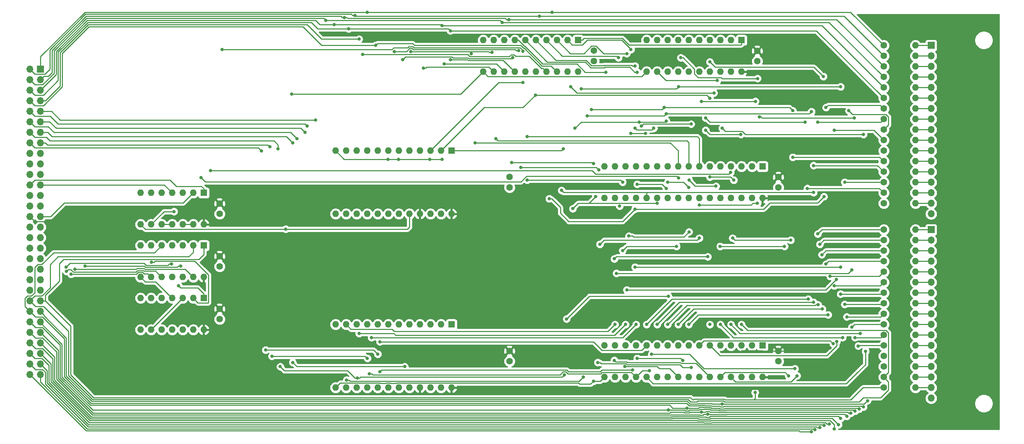
<source format=gbr>
G04 #@! TF.GenerationSoftware,KiCad,Pcbnew,5.1.5+dfsg1-2build2*
G04 #@! TF.CreationDate,2021-02-11T10:57:50+00:00*
G04 #@! TF.ProjectId,memory,6d656d6f-7279-42e6-9b69-6361645f7063,rev?*
G04 #@! TF.SameCoordinates,Original*
G04 #@! TF.FileFunction,Copper,L1,Top*
G04 #@! TF.FilePolarity,Positive*
%FSLAX46Y46*%
G04 Gerber Fmt 4.6, Leading zero omitted, Abs format (unit mm)*
G04 Created by KiCad (PCBNEW 5.1.5+dfsg1-2build2) date 2021-02-11 10:57:50*
%MOMM*%
%LPD*%
G04 APERTURE LIST*
%ADD10O,1.600000X1.600000*%
%ADD11R,1.600000X1.600000*%
%ADD12C,1.600000*%
%ADD13O,1.700000X1.700000*%
%ADD14R,1.700000X1.700000*%
%ADD15C,0.800000*%
%ADD16C,0.250000*%
%ADD17C,0.254000*%
G04 APERTURE END LIST*
D10*
X203200000Y-129540000D03*
X165100000Y-121920000D03*
X200660000Y-129540000D03*
X167640000Y-121920000D03*
X198120000Y-129540000D03*
X170180000Y-121920000D03*
X195580000Y-129540000D03*
X172720000Y-121920000D03*
X193040000Y-129540000D03*
X175260000Y-121920000D03*
X190500000Y-129540000D03*
X177800000Y-121920000D03*
X187960000Y-129540000D03*
X180340000Y-121920000D03*
X185420000Y-129540000D03*
X182880000Y-121920000D03*
X182880000Y-129540000D03*
X185420000Y-121920000D03*
X180340000Y-129540000D03*
X187960000Y-121920000D03*
X177800000Y-129540000D03*
X190500000Y-121920000D03*
X175260000Y-129540000D03*
X193040000Y-121920000D03*
X172720000Y-129540000D03*
X195580000Y-121920000D03*
X170180000Y-129540000D03*
X198120000Y-121920000D03*
X167640000Y-129540000D03*
X200660000Y-121920000D03*
X165100000Y-129540000D03*
D11*
X203200000Y-121920000D03*
D10*
X203200000Y-86360000D03*
X165100000Y-78740000D03*
X200660000Y-86360000D03*
X167640000Y-78740000D03*
X198120000Y-86360000D03*
X170180000Y-78740000D03*
X195580000Y-86360000D03*
X172720000Y-78740000D03*
X193040000Y-86360000D03*
X175260000Y-78740000D03*
X190500000Y-86360000D03*
X177800000Y-78740000D03*
X187960000Y-86360000D03*
X180340000Y-78740000D03*
X185420000Y-86360000D03*
X182880000Y-78740000D03*
X182880000Y-86360000D03*
X185420000Y-78740000D03*
X180340000Y-86360000D03*
X187960000Y-78740000D03*
X177800000Y-86360000D03*
X190500000Y-78740000D03*
X175260000Y-86360000D03*
X193040000Y-78740000D03*
X172720000Y-86360000D03*
X195580000Y-78740000D03*
X170180000Y-86360000D03*
X198120000Y-78740000D03*
X167640000Y-86360000D03*
X200660000Y-78740000D03*
X165100000Y-86360000D03*
D11*
X203200000Y-78740000D03*
D10*
X68580000Y-92710000D03*
X53340000Y-85090000D03*
X66040000Y-92710000D03*
X55880000Y-85090000D03*
X63500000Y-92710000D03*
X58420000Y-85090000D03*
X60960000Y-92710000D03*
X60960000Y-85090000D03*
X58420000Y-92710000D03*
X63500000Y-85090000D03*
X55880000Y-92710000D03*
X66040000Y-85090000D03*
X53340000Y-92710000D03*
D11*
X68580000Y-85090000D03*
D10*
X240030000Y-132080000D03*
D12*
X232410000Y-132080000D03*
D10*
X240030000Y-129540000D03*
D12*
X232410000Y-129540000D03*
D10*
X240030000Y-127000000D03*
D12*
X232410000Y-127000000D03*
D10*
X240030000Y-124460000D03*
D12*
X232410000Y-124460000D03*
D10*
X240030000Y-121920000D03*
D12*
X232410000Y-121920000D03*
D10*
X240030000Y-119380000D03*
D12*
X232410000Y-119380000D03*
D10*
X240030000Y-116840000D03*
D12*
X232410000Y-116840000D03*
D10*
X240030000Y-114300000D03*
D12*
X232410000Y-114300000D03*
D10*
X240030000Y-111760000D03*
D12*
X232410000Y-111760000D03*
D10*
X240030000Y-109220000D03*
D12*
X232410000Y-109220000D03*
D10*
X240030000Y-106680000D03*
D12*
X232410000Y-106680000D03*
D10*
X240030000Y-104140000D03*
D12*
X232410000Y-104140000D03*
D10*
X240030000Y-101600000D03*
D12*
X232410000Y-101600000D03*
D10*
X240030000Y-99060000D03*
D12*
X232410000Y-99060000D03*
D10*
X240030000Y-96520000D03*
D12*
X232410000Y-96520000D03*
D10*
X240030000Y-93980000D03*
D12*
X232410000Y-93980000D03*
D10*
X240030000Y-87630000D03*
D12*
X232410000Y-87630000D03*
D10*
X240030000Y-85090000D03*
D12*
X232410000Y-85090000D03*
D10*
X240030000Y-82550000D03*
D12*
X232410000Y-82550000D03*
D10*
X240030000Y-80010000D03*
D12*
X232410000Y-80010000D03*
D10*
X240030000Y-77470000D03*
D12*
X232410000Y-77470000D03*
D10*
X240030000Y-74930000D03*
D12*
X232410000Y-74930000D03*
D10*
X240030000Y-72390000D03*
D12*
X232410000Y-72390000D03*
D10*
X240030000Y-69850000D03*
D12*
X232410000Y-69850000D03*
D10*
X240030000Y-67310000D03*
D12*
X232410000Y-67310000D03*
D10*
X240030000Y-64770000D03*
D12*
X232410000Y-64770000D03*
D10*
X240030000Y-62230000D03*
D12*
X232410000Y-62230000D03*
D10*
X240030000Y-59690000D03*
D12*
X232410000Y-59690000D03*
D10*
X240030000Y-57150000D03*
D12*
X232410000Y-57150000D03*
D10*
X240030000Y-54610000D03*
D12*
X232410000Y-54610000D03*
D10*
X240030000Y-52070000D03*
D12*
X232410000Y-52070000D03*
D10*
X240030000Y-49530000D03*
D12*
X232410000Y-49530000D03*
D10*
X128270000Y-132080000D03*
X100330000Y-116840000D03*
X125730000Y-132080000D03*
X102870000Y-116840000D03*
X123190000Y-132080000D03*
X105410000Y-116840000D03*
X120650000Y-132080000D03*
X107950000Y-116840000D03*
X118110000Y-132080000D03*
X110490000Y-116840000D03*
X115570000Y-132080000D03*
X113030000Y-116840000D03*
X113030000Y-132080000D03*
X115570000Y-116840000D03*
X110490000Y-132080000D03*
X118110000Y-116840000D03*
X107950000Y-132080000D03*
X120650000Y-116840000D03*
X105410000Y-132080000D03*
X123190000Y-116840000D03*
X102870000Y-132080000D03*
X125730000Y-116840000D03*
X100330000Y-132080000D03*
D11*
X128270000Y-116840000D03*
D10*
X128270000Y-90170000D03*
X100330000Y-74930000D03*
X125730000Y-90170000D03*
X102870000Y-74930000D03*
X123190000Y-90170000D03*
X105410000Y-74930000D03*
X120650000Y-90170000D03*
X107950000Y-74930000D03*
X118110000Y-90170000D03*
X110490000Y-74930000D03*
X115570000Y-90170000D03*
X113030000Y-74930000D03*
X113030000Y-90170000D03*
X115570000Y-74930000D03*
X110490000Y-90170000D03*
X118110000Y-74930000D03*
X107950000Y-90170000D03*
X120650000Y-74930000D03*
X105410000Y-90170000D03*
X123190000Y-74930000D03*
X102870000Y-90170000D03*
X125730000Y-74930000D03*
X100330000Y-90170000D03*
D11*
X128270000Y-74930000D03*
D10*
X198120000Y-55880000D03*
X175260000Y-48260000D03*
X195580000Y-55880000D03*
X177800000Y-48260000D03*
X193040000Y-55880000D03*
X180340000Y-48260000D03*
X190500000Y-55880000D03*
X182880000Y-48260000D03*
X187960000Y-55880000D03*
X185420000Y-48260000D03*
X185420000Y-55880000D03*
X187960000Y-48260000D03*
X182880000Y-55880000D03*
X190500000Y-48260000D03*
X180340000Y-55880000D03*
X193040000Y-48260000D03*
X177800000Y-55880000D03*
X195580000Y-48260000D03*
X175260000Y-55880000D03*
D11*
X198120000Y-48260000D03*
D10*
X158750000Y-55880000D03*
X135890000Y-48260000D03*
X156210000Y-55880000D03*
X138430000Y-48260000D03*
X153670000Y-55880000D03*
X140970000Y-48260000D03*
X151130000Y-55880000D03*
X143510000Y-48260000D03*
X148590000Y-55880000D03*
X146050000Y-48260000D03*
X146050000Y-55880000D03*
X148590000Y-48260000D03*
X143510000Y-55880000D03*
X151130000Y-48260000D03*
X140970000Y-55880000D03*
X153670000Y-48260000D03*
X138430000Y-55880000D03*
X156210000Y-48260000D03*
X135890000Y-55880000D03*
D11*
X158750000Y-48260000D03*
D10*
X68580000Y-118110000D03*
X53340000Y-110490000D03*
X66040000Y-118110000D03*
X55880000Y-110490000D03*
X63500000Y-118110000D03*
X58420000Y-110490000D03*
X60960000Y-118110000D03*
X60960000Y-110490000D03*
X58420000Y-118110000D03*
X63500000Y-110490000D03*
X55880000Y-118110000D03*
X66040000Y-110490000D03*
X53340000Y-118110000D03*
D11*
X68580000Y-110490000D03*
D10*
X68580000Y-105410000D03*
X53340000Y-97790000D03*
X66040000Y-105410000D03*
X55880000Y-97790000D03*
X63500000Y-105410000D03*
X58420000Y-97790000D03*
X60960000Y-105410000D03*
X60960000Y-97790000D03*
X58420000Y-105410000D03*
X63500000Y-97790000D03*
X55880000Y-105410000D03*
X66040000Y-97790000D03*
X53340000Y-105410000D03*
D11*
X68580000Y-97790000D03*
D13*
X243840000Y-134620000D03*
X243840000Y-132080000D03*
X243840000Y-129540000D03*
X243840000Y-127000000D03*
X243840000Y-124460000D03*
X243840000Y-121920000D03*
X243840000Y-119380000D03*
X243840000Y-116840000D03*
X243840000Y-114300000D03*
X243840000Y-111760000D03*
X243840000Y-109220000D03*
X243840000Y-106680000D03*
X243840000Y-104140000D03*
X243840000Y-101600000D03*
X243840000Y-99060000D03*
X243840000Y-96520000D03*
D14*
X243840000Y-93980000D03*
D13*
X243840000Y-90170000D03*
X243840000Y-87630000D03*
X243840000Y-85090000D03*
X243840000Y-82550000D03*
X243840000Y-80010000D03*
X243840000Y-77470000D03*
X243840000Y-74930000D03*
X243840000Y-72390000D03*
X243840000Y-69850000D03*
X243840000Y-67310000D03*
X243840000Y-64770000D03*
X243840000Y-62230000D03*
X243840000Y-59690000D03*
X243840000Y-57150000D03*
X243840000Y-54610000D03*
X243840000Y-52070000D03*
D14*
X243840000Y-49530000D03*
D13*
X26670000Y-128905000D03*
X29210000Y-128905000D03*
X26670000Y-126365000D03*
X29210000Y-126365000D03*
X26670000Y-123825000D03*
X29210000Y-123825000D03*
X26670000Y-121285000D03*
X29210000Y-121285000D03*
X26670000Y-118745000D03*
X29210000Y-118745000D03*
X26670000Y-116205000D03*
X29210000Y-116205000D03*
X26670000Y-113665000D03*
X29210000Y-113665000D03*
X26670000Y-111125000D03*
X29210000Y-111125000D03*
X26670000Y-108585000D03*
X29210000Y-108585000D03*
X26670000Y-106045000D03*
X29210000Y-106045000D03*
X26670000Y-103505000D03*
X29210000Y-103505000D03*
X26670000Y-100965000D03*
X29210000Y-100965000D03*
X26670000Y-98425000D03*
X29210000Y-98425000D03*
X26670000Y-95885000D03*
X29210000Y-95885000D03*
X26670000Y-93345000D03*
X29210000Y-93345000D03*
X26670000Y-90805000D03*
X29210000Y-90805000D03*
X26670000Y-88265000D03*
X29210000Y-88265000D03*
X26670000Y-85725000D03*
X29210000Y-85725000D03*
X26670000Y-83185000D03*
X29210000Y-83185000D03*
X26670000Y-80645000D03*
X29210000Y-80645000D03*
X26670000Y-78105000D03*
X29210000Y-78105000D03*
X26670000Y-75565000D03*
X29210000Y-75565000D03*
X26670000Y-73025000D03*
X29210000Y-73025000D03*
X26670000Y-70485000D03*
X29210000Y-70485000D03*
X26670000Y-67945000D03*
X29210000Y-67945000D03*
X26670000Y-65405000D03*
X29210000Y-65405000D03*
X26670000Y-62865000D03*
X29210000Y-62865000D03*
X26670000Y-60325000D03*
X29210000Y-60325000D03*
X26670000Y-57785000D03*
X29210000Y-57785000D03*
X26670000Y-55245000D03*
D14*
X29210000Y-55245000D03*
D12*
X207010000Y-125730000D03*
X207010000Y-123230000D03*
X207010000Y-83780000D03*
X207010000Y-81280000D03*
X142240000Y-125730000D03*
X142240000Y-123230000D03*
X142240000Y-83780000D03*
X142240000Y-81280000D03*
X201930000Y-53340000D03*
X201930000Y-50840000D03*
X162560000Y-53300000D03*
X162560000Y-50800000D03*
X72390000Y-115570000D03*
X72390000Y-113070000D03*
X72390000Y-90170000D03*
X72390000Y-87670000D03*
X72390000Y-102870000D03*
X72390000Y-100370000D03*
D15*
X177800000Y-87630000D03*
X157480000Y-88900000D03*
X113000000Y-77000000D03*
X115500000Y-77000000D03*
X123000000Y-77000000D03*
X126000000Y-77000000D03*
X163000000Y-86000000D03*
X168780000Y-88260000D03*
X143510000Y-88900000D03*
X68580000Y-95250000D03*
X219500000Y-122500000D03*
X219000000Y-117000000D03*
X224000000Y-116500000D03*
X224000000Y-120500000D03*
X206500000Y-129500000D03*
X198500000Y-132500000D03*
X203000000Y-133000000D03*
X156225010Y-90336649D03*
X198500000Y-82500000D03*
X203500000Y-82500000D03*
X111000000Y-121000000D03*
X171500000Y-50500000D03*
X215000000Y-142725010D03*
X216500000Y-95000000D03*
X214225001Y-110725001D03*
X175000000Y-70774990D03*
X171500000Y-70774990D03*
X175260000Y-116840000D03*
X172500000Y-54500000D03*
X215875165Y-142225010D03*
X172500000Y-69500000D03*
X217000000Y-97500000D03*
X215475166Y-111475166D03*
X114500000Y-51000000D03*
X144451168Y-50786180D03*
X176999987Y-69500000D03*
X177800000Y-116840000D03*
X173000000Y-56000000D03*
X217000000Y-141725010D03*
X173500000Y-68000000D03*
X217500000Y-100000000D03*
X216600001Y-112100001D03*
X116500000Y-53000000D03*
X143000000Y-52500000D03*
X180000000Y-67774990D03*
X180340000Y-116840000D03*
X158000000Y-69500000D03*
X156000000Y-115500000D03*
X180500000Y-110000000D03*
X218000000Y-141225010D03*
X217600001Y-113100001D03*
X138000000Y-51225010D03*
X133000000Y-51500000D03*
X134000000Y-73000000D03*
X218500000Y-102274990D03*
X182880000Y-116840000D03*
X118500000Y-51000000D03*
X219290278Y-140815597D03*
X219000000Y-114500000D03*
X121500000Y-55000000D03*
X139000000Y-72000000D03*
X219500000Y-105225010D03*
X185420000Y-116840000D03*
X220500000Y-142000000D03*
X145500000Y-58500000D03*
X146500000Y-71500000D03*
X220512660Y-107512660D03*
X220225010Y-121500000D03*
X148500000Y-61500000D03*
X221500000Y-141000000D03*
X222000000Y-109500000D03*
X190500000Y-62274990D03*
X190500000Y-116840000D03*
X221065314Y-120957862D03*
X222000000Y-139500000D03*
X223000000Y-112000000D03*
X222500000Y-120000000D03*
X157000000Y-59500000D03*
X191500000Y-61000000D03*
X193040000Y-116840000D03*
X155225010Y-74500000D03*
X223500000Y-139000000D03*
X223500000Y-115000000D03*
X190000000Y-138500000D03*
X167500000Y-125500000D03*
X167500000Y-101000000D03*
X190000000Y-100500000D03*
X37500000Y-103500000D03*
X190500000Y-81280000D03*
X196269989Y-82027100D03*
X224500000Y-138225010D03*
X188500000Y-138000000D03*
X188000000Y-96000000D03*
X164000000Y-97500000D03*
X163500000Y-126000000D03*
X63017898Y-102774990D03*
X40017898Y-102774990D03*
X188500000Y-63000000D03*
X201500000Y-63000000D03*
X188000000Y-88000000D03*
X201930000Y-87630000D03*
X186017898Y-127224790D03*
X224725010Y-117500000D03*
X225500000Y-137725010D03*
X225500000Y-120000000D03*
X180500000Y-137500000D03*
X35500000Y-104000000D03*
X186000000Y-68500000D03*
X174000000Y-69000000D03*
X173000000Y-83000000D03*
X180000000Y-84000000D03*
X226500000Y-137225010D03*
X226274990Y-122017898D03*
X185000000Y-137000000D03*
X185500000Y-94500000D03*
X173000000Y-125000000D03*
X36615276Y-104713597D03*
X180340000Y-82550000D03*
X185420000Y-83820000D03*
X171000000Y-95500000D03*
X183987340Y-125487340D03*
X227500000Y-136725010D03*
X192314990Y-58000000D03*
X226774990Y-119000000D03*
X195580000Y-116840000D03*
X228500000Y-135225010D03*
X191987340Y-83487340D03*
X185500000Y-82000000D03*
X193500000Y-136000000D03*
X193000000Y-98000000D03*
X208500000Y-98000000D03*
X35428338Y-103002559D03*
X60811009Y-102274990D03*
X209500000Y-129225010D03*
X189500000Y-70000000D03*
X198000000Y-71000000D03*
X198120000Y-116840000D03*
X201411818Y-133225010D03*
X89750000Y-61280000D03*
X61407660Y-89592340D03*
X145441711Y-50923467D03*
X73000000Y-50500000D03*
X111000000Y-128274990D03*
X193500000Y-69500000D03*
X227500000Y-71000000D03*
X82500000Y-75000000D03*
X83500000Y-123000000D03*
X110500000Y-124000000D03*
X171934091Y-127774174D03*
X228020000Y-123300000D03*
X108500000Y-128774990D03*
X84500000Y-74000000D03*
X85000000Y-124500000D03*
X108000000Y-125000000D03*
X189500000Y-67000000D03*
X213500000Y-68000000D03*
X214000000Y-84000000D03*
X211000000Y-127500000D03*
X176500000Y-124000000D03*
X176000000Y-128000000D03*
X105578920Y-129759350D03*
X87000000Y-127000000D03*
X86500000Y-74500000D03*
X155500000Y-129000000D03*
X159500000Y-60000000D03*
X183000000Y-59500000D03*
X223000000Y-82500000D03*
X222000000Y-59500000D03*
X103000000Y-130229989D03*
X180000000Y-66000000D03*
X161000000Y-66500000D03*
X90000000Y-73000000D03*
X215000000Y-65500000D03*
X215500000Y-78500000D03*
X160012660Y-129487340D03*
X179500000Y-64500000D03*
X162000000Y-65000000D03*
X162500000Y-130500000D03*
X91000000Y-72000000D03*
X210500000Y-76500000D03*
X210500000Y-65274990D03*
X183500000Y-52500000D03*
X93000000Y-70500000D03*
X202000000Y-57500000D03*
X202500000Y-66725010D03*
X168000000Y-104500000D03*
X167640000Y-116840000D03*
X224750000Y-103640000D03*
X225360000Y-67000000D03*
X106000000Y-119000000D03*
X190500000Y-53500000D03*
X220500000Y-70000000D03*
X93500000Y-69000000D03*
X221000000Y-106000000D03*
X170500000Y-108500000D03*
X170180000Y-116840000D03*
X217850000Y-57020000D03*
X109000000Y-120000000D03*
X95500000Y-67500000D03*
X222000000Y-103000000D03*
X172500000Y-103000000D03*
X172720000Y-116840000D03*
X224000000Y-65270000D03*
X110000000Y-49500000D03*
X215500000Y-85000000D03*
X216500000Y-68000000D03*
X154774988Y-84500000D03*
X106000000Y-48000000D03*
X218000000Y-86000000D03*
X151824979Y-86500000D03*
X172500000Y-89000000D03*
X218500000Y-64500000D03*
X106850000Y-51720000D03*
X103500000Y-45500000D03*
X128000000Y-46000000D03*
X128000000Y-53000000D03*
X169500000Y-82500000D03*
X146500000Y-82000000D03*
X100000000Y-44500000D03*
X126500000Y-54000000D03*
X126000000Y-44774990D03*
X145000000Y-79000000D03*
X163725010Y-79517898D03*
X98000000Y-43500000D03*
X140500000Y-44000000D03*
X142737340Y-77762660D03*
X162500000Y-78000000D03*
X102500000Y-42774990D03*
X165500000Y-56000000D03*
X142070747Y-43274990D03*
X105000000Y-42274990D03*
X168500000Y-52500000D03*
X149500000Y-42500000D03*
X108000000Y-41500000D03*
X152500000Y-41500000D03*
X170500000Y-51500000D03*
X56000000Y-101824979D03*
X62500000Y-107500000D03*
X183000000Y-81500000D03*
X170000000Y-127000000D03*
X169500000Y-99000000D03*
X182500000Y-98000000D03*
X67934135Y-81434135D03*
X196000000Y-96000000D03*
X210000000Y-96500000D03*
X211500000Y-129225010D03*
X195497183Y-80137550D03*
X70252340Y-79752340D03*
X117000000Y-127000000D03*
X90000000Y-126000000D03*
X88335001Y-93835001D03*
D16*
X158750000Y-87630000D02*
X157480000Y-88900000D01*
X177800000Y-87630000D02*
X158750000Y-87630000D01*
X102400000Y-77000000D02*
X113000000Y-77000000D01*
X100330000Y-74930000D02*
X102400000Y-77000000D01*
X113000000Y-77000000D02*
X115500000Y-77000000D01*
X115500000Y-77000000D02*
X123000000Y-77000000D01*
X123000000Y-77000000D02*
X126000000Y-77000000D01*
X161370000Y-87630000D02*
X163000000Y-86000000D01*
X158750000Y-87630000D02*
X161370000Y-87630000D01*
X27845001Y-91980001D02*
X48800001Y-91980001D01*
X26670000Y-90805000D02*
X27845001Y-91980001D01*
X52070000Y-95250000D02*
X68580000Y-95250000D01*
X48800001Y-91980001D02*
X52070000Y-95250000D01*
X203240000Y-123230000D02*
X203200000Y-123190000D01*
X207010000Y-123230000D02*
X203240000Y-123230000D01*
X203200000Y-123190000D02*
X198120000Y-123190000D01*
X218770000Y-123230000D02*
X219500000Y-122500000D01*
X207010000Y-123230000D02*
X218770000Y-123230000D01*
X219500000Y-116500000D02*
X224000000Y-116500000D01*
X219000000Y-117000000D02*
X219500000Y-116500000D01*
X202500000Y-132500000D02*
X203000000Y-133000000D01*
X198500000Y-132500000D02*
X202500000Y-132500000D01*
X198500000Y-82500000D02*
X203500000Y-82500000D01*
X26670000Y-128905000D02*
X40265000Y-142500000D01*
X40265000Y-142500000D02*
X212000000Y-142500000D01*
X212225010Y-142725010D02*
X215000000Y-142725010D01*
X212000000Y-142500000D02*
X212225010Y-142725010D01*
X217520000Y-93980000D02*
X232410000Y-93980000D01*
X216500000Y-95000000D02*
X217520000Y-93980000D01*
X181374999Y-110725001D02*
X214225001Y-110725001D01*
X175260000Y-116840000D02*
X181374999Y-110725001D01*
X172065685Y-70774990D02*
X175000000Y-70774990D01*
X171500000Y-70774990D02*
X172065685Y-70774990D01*
X171100001Y-50100001D02*
X171500000Y-50500000D01*
X169260000Y-48260000D02*
X171100001Y-50100001D01*
X157335001Y-49385001D02*
X159810001Y-49385001D01*
X160935002Y-48260000D02*
X169260000Y-48260000D01*
X159810001Y-49385001D02*
X160935002Y-48260000D01*
X156210000Y-48260000D02*
X157335001Y-49385001D01*
X174460001Y-122719999D02*
X175260000Y-121920000D01*
X174134999Y-123045001D02*
X174460001Y-122719999D01*
X164559999Y-123045001D02*
X174134999Y-123045001D01*
X162514998Y-121000000D02*
X164559999Y-123045001D01*
X111000000Y-121000000D02*
X162514998Y-121000000D01*
X171934315Y-54500000D02*
X172500000Y-54500000D01*
X165077808Y-54304988D02*
X171739303Y-54304988D01*
X148590000Y-48260000D02*
X153429978Y-53099978D01*
X171739303Y-54304988D02*
X171934315Y-54500000D01*
X215650155Y-142000000D02*
X215875165Y-142225010D01*
X29210000Y-130710000D02*
X40500000Y-142000000D01*
X29210000Y-128905000D02*
X29210000Y-130710000D01*
X40500000Y-142000000D02*
X215650155Y-142000000D01*
X217980000Y-96520000D02*
X232410000Y-96520000D01*
X217000000Y-97500000D02*
X217980000Y-96520000D01*
X183164834Y-111475166D02*
X215475166Y-111475166D01*
X177800000Y-116840000D02*
X183164834Y-111475166D01*
X172500000Y-69500000D02*
X172899999Y-69899999D01*
X172899999Y-69899999D02*
X176599988Y-69899999D01*
X176599988Y-69899999D02*
X176999987Y-69500000D01*
X162019999Y-54425001D02*
X164957795Y-54425001D01*
X164957795Y-54425001D02*
X165077808Y-54304988D01*
X153429978Y-53099978D02*
X160694976Y-53099978D01*
X160694976Y-53099978D02*
X162019999Y-54425001D01*
X117426996Y-51000000D02*
X118151998Y-50274998D01*
X143599303Y-50500000D02*
X143885483Y-50786180D01*
X143885483Y-50786180D02*
X144451168Y-50786180D01*
X119073004Y-50500000D02*
X143599303Y-50500000D01*
X118848002Y-50274998D02*
X119073004Y-50500000D01*
X118151998Y-50274998D02*
X118848002Y-50274998D01*
X114500000Y-51000000D02*
X117426996Y-51000000D01*
X115570000Y-74430000D02*
X115570000Y-74930000D01*
X28034999Y-127729999D02*
X29774001Y-127729999D01*
X26670000Y-126365000D02*
X28034999Y-127729999D01*
X30385001Y-128340999D02*
X30385001Y-131158343D01*
X30385001Y-131158343D02*
X40726658Y-141500000D01*
X40726658Y-141500000D02*
X216209305Y-141500000D01*
X216209305Y-141500000D02*
X216434315Y-141725010D01*
X216434315Y-141725010D02*
X217000000Y-141725010D01*
X29774001Y-127729999D02*
X30385001Y-128340999D01*
X218440000Y-99060000D02*
X232410000Y-99060000D01*
X217500000Y-100000000D02*
X218440000Y-99060000D01*
X180340000Y-116840000D02*
X184979832Y-112200168D01*
X184979832Y-112200168D02*
X215934149Y-112200168D01*
X215934149Y-112200168D02*
X216034316Y-112100001D01*
X216034316Y-112100001D02*
X216600001Y-112100001D01*
X132340575Y-52549990D02*
X132465598Y-52675013D01*
X128622992Y-52549990D02*
X132340575Y-52549990D01*
X128348001Y-52274999D02*
X128622992Y-52549990D01*
X142824987Y-52675013D02*
X143000000Y-52500000D01*
X132465598Y-52675013D02*
X142824987Y-52675013D01*
X116500000Y-53000000D02*
X117225001Y-52274999D01*
X117225001Y-52274999D02*
X128348001Y-52274999D01*
X173500000Y-68000000D02*
X179774990Y-68000000D01*
X179774990Y-68000000D02*
X180000000Y-67774990D01*
X165264208Y-54754999D02*
X171189314Y-54754999D01*
X146050000Y-48260000D02*
X151339989Y-53549989D01*
X151339989Y-53549989D02*
X160508576Y-53549989D01*
X171189314Y-54754999D02*
X172434315Y-56000000D01*
X160508576Y-53549989D02*
X161833599Y-54875012D01*
X161833599Y-54875012D02*
X165144195Y-54875012D01*
X165144195Y-54875012D02*
X165264208Y-54754999D01*
X172434315Y-56000000D02*
X173000000Y-56000000D01*
X159500000Y-68000000D02*
X158000000Y-69500000D01*
X173500000Y-68000000D02*
X159500000Y-68000000D01*
X161500000Y-110000000D02*
X180500000Y-110000000D01*
X156000000Y-115500000D02*
X161500000Y-110000000D01*
X186619999Y-113100001D02*
X217600001Y-113100001D01*
X182880000Y-116840000D02*
X186619999Y-113100001D01*
X30835003Y-130971935D02*
X40863068Y-141000000D01*
X29210000Y-126365000D02*
X30835003Y-127990003D01*
X188881354Y-141000000D02*
X188906399Y-141025045D01*
X40863068Y-141000000D02*
X188881354Y-141000000D01*
X217774990Y-141000000D02*
X218000000Y-141225010D01*
X191118646Y-141000000D02*
X217774990Y-141000000D01*
X188906399Y-141025045D02*
X191093601Y-141025045D01*
X30835003Y-127990003D02*
X30835003Y-130971935D01*
X191093601Y-141025045D02*
X191118646Y-141000000D01*
X137434315Y-51225010D02*
X138000000Y-51225010D01*
X137209305Y-51000000D02*
X137434315Y-51225010D01*
X133000000Y-51000000D02*
X133000000Y-51500000D01*
X133000000Y-51000000D02*
X137209305Y-51000000D01*
X180950000Y-73000000D02*
X182880000Y-74930000D01*
X134000000Y-73000000D02*
X180950000Y-73000000D01*
X219174990Y-101600000D02*
X218500000Y-102274990D01*
X232410000Y-101600000D02*
X219174990Y-101600000D01*
X182880000Y-74930000D02*
X182880000Y-78740000D01*
X133000000Y-51000000D02*
X118500000Y-51000000D01*
X187760000Y-114500000D02*
X219000000Y-114500000D01*
X185420000Y-116840000D02*
X187760000Y-114500000D01*
X26670000Y-123825000D02*
X27845001Y-125000001D01*
X31285014Y-126701012D02*
X31285014Y-130785535D01*
X31285014Y-130785535D02*
X40999479Y-140500000D01*
X190982235Y-140500000D02*
X218408996Y-140500000D01*
X218724593Y-140815597D02*
X219290278Y-140815597D01*
X187406399Y-140525045D02*
X189042810Y-140525045D01*
X187381354Y-140500000D02*
X187406399Y-140525045D01*
X218408996Y-140500000D02*
X218724593Y-140815597D01*
X29584003Y-125000001D02*
X31285014Y-126701012D01*
X40999479Y-140500000D02*
X187381354Y-140500000D01*
X190907201Y-140575034D02*
X190982235Y-140500000D01*
X189092799Y-140575034D02*
X190907201Y-140575034D01*
X189042810Y-140525045D02*
X189092799Y-140575034D01*
X27845001Y-125000001D02*
X29584003Y-125000001D01*
X137304999Y-54754999D02*
X137630001Y-55080001D01*
X137630001Y-55080001D02*
X138430000Y-55880000D01*
X122310686Y-54754999D02*
X137304999Y-54754999D01*
X122065685Y-55000000D02*
X122310686Y-54754999D01*
X121500000Y-55000000D02*
X122065685Y-55000000D01*
X139000000Y-72000000D02*
X139500000Y-72500000D01*
X139500000Y-72500000D02*
X185000000Y-72500000D01*
X231324990Y-105225010D02*
X219500000Y-105225010D01*
X232410000Y-104140000D02*
X231324990Y-105225010D01*
X185420000Y-72920000D02*
X185000000Y-72500000D01*
X185420000Y-78740000D02*
X185420000Y-72920000D01*
X219500000Y-140000000D02*
X220500000Y-141000000D01*
X220500000Y-141000000D02*
X220500000Y-141434315D01*
X41160935Y-140025045D02*
X181593601Y-140025045D01*
X187517765Y-140000000D02*
X187592799Y-140075034D01*
X220500000Y-141434315D02*
X220500000Y-142000000D01*
X181618646Y-140000000D02*
X187517765Y-140000000D01*
X190720801Y-140125023D02*
X190845824Y-140000000D01*
X190845824Y-140000000D02*
X219500000Y-140000000D01*
X189279199Y-140125023D02*
X190720801Y-140125023D01*
X187592799Y-140075034D02*
X189229210Y-140075034D01*
X31735025Y-130599135D02*
X41160935Y-140025045D01*
X181593601Y-140025045D02*
X181618646Y-140000000D01*
X31735025Y-126350025D02*
X31735025Y-130599135D01*
X189229210Y-140075034D02*
X189279199Y-140125023D01*
X29210000Y-123825000D02*
X31735025Y-126350025D01*
X146500000Y-71500000D02*
X187500000Y-71500000D01*
X231577340Y-107512660D02*
X220512660Y-107512660D01*
X232410000Y-106680000D02*
X231577340Y-107512660D01*
X189085001Y-120794999D02*
X219520009Y-120794999D01*
X219825011Y-121100001D02*
X220225010Y-121500000D01*
X187960000Y-121920000D02*
X189085001Y-120794999D01*
X219520009Y-120794999D02*
X219825011Y-121100001D01*
X139620000Y-58500000D02*
X123190000Y-74930000D01*
X145500000Y-58500000D02*
X139620000Y-58500000D01*
X187960000Y-71960000D02*
X187960000Y-78740000D01*
X187500000Y-71500000D02*
X187960000Y-71960000D01*
X148500000Y-61500000D02*
X145500000Y-64500000D01*
X232130000Y-109500000D02*
X232410000Y-109220000D01*
X222000000Y-109500000D02*
X232130000Y-109500000D01*
X32185036Y-130412735D02*
X41347335Y-139575034D01*
X26670000Y-121285000D02*
X28034999Y-122649999D01*
X181407201Y-139575034D02*
X181457190Y-139525045D01*
X189465599Y-139675012D02*
X190534401Y-139675012D01*
X28034999Y-122649999D02*
X29774001Y-122649999D01*
X187779199Y-139625023D02*
X189415610Y-139625023D01*
X181457190Y-139525045D02*
X187679221Y-139525045D01*
X187679221Y-139525045D02*
X187779199Y-139625023D01*
X41347335Y-139575034D02*
X181407201Y-139575034D01*
X221100001Y-140600001D02*
X221500000Y-141000000D01*
X29774001Y-122649999D02*
X32185036Y-125061034D01*
X220000000Y-139500000D02*
X221100001Y-140600001D01*
X190534401Y-139675012D02*
X190709413Y-139500000D01*
X189415610Y-139625023D02*
X189465599Y-139675012D01*
X190709413Y-139500000D02*
X220000000Y-139500000D01*
X32185036Y-125061034D02*
X32185036Y-130412735D01*
X145500000Y-64500000D02*
X136500000Y-64500000D01*
X189725010Y-61500000D02*
X190500000Y-62274990D01*
X148500000Y-61500000D02*
X189725010Y-61500000D01*
X221065314Y-122007690D02*
X221065314Y-121523547D01*
X221065314Y-121523547D02*
X221065314Y-120957862D01*
X218718003Y-124355001D02*
X221065314Y-122007690D01*
X190500000Y-121920000D02*
X192935001Y-124355001D01*
X192935001Y-124355001D02*
X218718003Y-124355001D01*
X125730000Y-74930000D02*
X136160000Y-64500000D01*
X136160000Y-64500000D02*
X136500000Y-64500000D01*
X232170000Y-112000000D02*
X232410000Y-111760000D01*
X223000000Y-112000000D02*
X232170000Y-112000000D01*
X193040000Y-116840000D02*
X196200000Y-120000000D01*
X221500000Y-139000000D02*
X221600001Y-139100001D01*
X221600001Y-139100001D02*
X222000000Y-139500000D01*
X189651999Y-139225001D02*
X190348001Y-139225001D01*
X32635047Y-130226335D02*
X41533735Y-139125023D01*
X181270790Y-139075034D02*
X187865621Y-139075034D01*
X187865621Y-139075034D02*
X187965599Y-139175012D01*
X181220801Y-139125023D02*
X181270790Y-139075034D01*
X190348001Y-139225001D02*
X190573002Y-139000000D01*
X29210000Y-121285000D02*
X32635047Y-124710047D01*
X187965599Y-139175012D02*
X189602010Y-139175012D01*
X190573002Y-139000000D02*
X221500000Y-139000000D01*
X41533735Y-139125023D02*
X181220801Y-139125023D01*
X189602010Y-139175012D02*
X189651999Y-139225001D01*
X32635047Y-124710047D02*
X32635047Y-130226335D01*
X158500000Y-61000000D02*
X191500000Y-61000000D01*
X157000000Y-59500000D02*
X158500000Y-61000000D01*
X196200000Y-120000000D02*
X222500000Y-120000000D01*
X154795010Y-74930000D02*
X155225010Y-74500000D01*
X128270000Y-74930000D02*
X154795010Y-74930000D01*
X231710000Y-115000000D02*
X232410000Y-114300000D01*
X223500000Y-115000000D02*
X231710000Y-115000000D01*
X28034999Y-120109999D02*
X29774001Y-120109999D01*
X29774001Y-120109999D02*
X33085058Y-123421056D01*
X188848001Y-138725001D02*
X189073002Y-138500000D01*
X26670000Y-118745000D02*
X28034999Y-120109999D01*
X188151999Y-138725001D02*
X188848001Y-138725001D01*
X33085058Y-130039935D02*
X41720135Y-138675012D01*
X181034401Y-138675012D02*
X181084390Y-138625023D01*
X181084390Y-138625023D02*
X188052021Y-138625023D01*
X33085058Y-123421056D02*
X33085058Y-130039935D01*
X41720135Y-138675012D02*
X181034401Y-138675012D01*
X188052021Y-138625023D02*
X188151999Y-138725001D01*
X189073002Y-138500000D02*
X190000000Y-138500000D01*
X190565685Y-138500000D02*
X190590730Y-138525045D01*
X190000000Y-138500000D02*
X190565685Y-138500000D01*
X194618646Y-138500000D02*
X223000000Y-138500000D01*
X223100001Y-138600001D02*
X223500000Y-139000000D01*
X223000000Y-138500000D02*
X223100001Y-138600001D01*
X194593601Y-138525045D02*
X194618646Y-138500000D01*
X190590730Y-138525045D02*
X194593601Y-138525045D01*
X167500000Y-101000000D02*
X168000000Y-100500000D01*
X168000000Y-100500000D02*
X190000000Y-100500000D01*
X64130000Y-103500000D02*
X65240001Y-104610001D01*
X54367824Y-103500000D02*
X64130000Y-103500000D01*
X54252801Y-103384977D02*
X54367824Y-103500000D01*
X52427199Y-103384977D02*
X54252801Y-103384977D01*
X52312176Y-103500000D02*
X52427199Y-103384977D01*
X65240001Y-104610001D02*
X66040000Y-105410000D01*
X37500000Y-103500000D02*
X52312176Y-103500000D01*
X183426996Y-126000000D02*
X183651998Y-126225002D01*
X170534402Y-125824987D02*
X170709415Y-126000000D01*
X167500000Y-125500000D02*
X167824987Y-125824987D01*
X187185002Y-126225002D02*
X190500000Y-129540000D01*
X183651998Y-126225002D02*
X187185002Y-126225002D01*
X167824987Y-125824987D02*
X170534402Y-125824987D01*
X170709415Y-126000000D02*
X183426996Y-126000000D01*
X195522889Y-81280000D02*
X196269989Y-82027100D01*
X190500000Y-81280000D02*
X195522889Y-81280000D01*
X29210000Y-118745000D02*
X33535069Y-123070069D01*
X192592799Y-138075034D02*
X194407201Y-138075034D01*
X41906535Y-138225001D02*
X180848001Y-138225001D01*
X194407201Y-138075034D02*
X194482235Y-138000000D01*
X194482235Y-138000000D02*
X223709305Y-138000000D01*
X33535069Y-129853535D02*
X41906535Y-138225001D01*
X185709413Y-138000000D02*
X189426998Y-138000000D01*
X190573002Y-138000000D02*
X192517765Y-138000000D01*
X189426998Y-138000000D02*
X189651999Y-137774999D01*
X223934315Y-138225010D02*
X224500000Y-138225010D01*
X184290587Y-138000000D02*
X184465599Y-138175012D01*
X223709305Y-138000000D02*
X223934315Y-138225010D01*
X192517765Y-138000000D02*
X192592799Y-138075034D01*
X189651999Y-137774999D02*
X190348001Y-137774999D01*
X190348001Y-137774999D02*
X190573002Y-138000000D01*
X181073002Y-138000000D02*
X184290587Y-138000000D01*
X33535069Y-123070069D02*
X33535069Y-129853535D01*
X180848001Y-138225001D02*
X181073002Y-138000000D01*
X185534401Y-138175012D02*
X185709413Y-138000000D01*
X184465599Y-138175012D02*
X185534401Y-138175012D01*
X188000000Y-96000000D02*
X187500000Y-96500000D01*
X165000000Y-96500000D02*
X164000000Y-97500000D01*
X187500000Y-96500000D02*
X165000000Y-96500000D01*
X62227203Y-103000000D02*
X62452213Y-102774990D01*
X62452213Y-102774990D02*
X63017898Y-102774990D01*
X40017898Y-102774990D02*
X54279225Y-102774990D01*
X54504235Y-103000000D02*
X62227203Y-103000000D01*
X54279225Y-102774990D02*
X54504235Y-103000000D01*
X188500000Y-63000000D02*
X201500000Y-63000000D01*
X200500000Y-88000000D02*
X188000000Y-88000000D01*
X200870000Y-87630000D02*
X200500000Y-88000000D01*
X201930000Y-87630000D02*
X200870000Y-87630000D01*
X163500000Y-126000000D02*
X164065685Y-126000000D01*
X170573004Y-126500000D02*
X183290586Y-126500000D01*
X164065685Y-126000000D02*
X164340683Y-126274998D01*
X170348002Y-126274998D02*
X170573004Y-126500000D01*
X185452213Y-127224790D02*
X186017898Y-127224790D01*
X184015376Y-127224790D02*
X185452213Y-127224790D01*
X164340683Y-126274998D02*
X170348002Y-126274998D01*
X183290586Y-126500000D02*
X184015376Y-127224790D01*
X232410000Y-116840000D02*
X225385010Y-116840000D01*
X225125009Y-117100001D02*
X224725010Y-117500000D01*
X225385010Y-116840000D02*
X225125009Y-117100001D01*
X26670000Y-116205000D02*
X28034999Y-117569999D01*
X28034999Y-117569999D02*
X29774001Y-117569999D01*
X33985080Y-129667135D02*
X41817945Y-137500000D01*
X29774001Y-117569999D02*
X33985080Y-121781078D01*
X33985080Y-121781078D02*
X33985080Y-129667135D01*
X231790000Y-120000000D02*
X232410000Y-119380000D01*
X225500000Y-120000000D02*
X231790000Y-120000000D01*
X41817945Y-137500000D02*
X180500000Y-137500000D01*
X194345824Y-137500000D02*
X225274990Y-137500000D01*
X190534401Y-137324988D02*
X190709413Y-137500000D01*
X188897990Y-137324988D02*
X190534401Y-137324988D01*
X188848001Y-137274999D02*
X188897990Y-137324988D01*
X180500000Y-137500000D02*
X184426998Y-137500000D01*
X184651999Y-137725001D02*
X185348001Y-137725001D01*
X187926998Y-137500000D02*
X188151999Y-137274999D01*
X185348001Y-137725001D02*
X185573002Y-137500000D01*
X194220801Y-137625023D02*
X194345824Y-137500000D01*
X190709413Y-137500000D02*
X192654176Y-137500000D01*
X192654176Y-137500000D02*
X192779199Y-137625023D01*
X192779199Y-137625023D02*
X194220801Y-137625023D01*
X184426998Y-137500000D02*
X184651999Y-137725001D01*
X188151999Y-137274999D02*
X188848001Y-137274999D01*
X185573002Y-137500000D02*
X187926998Y-137500000D01*
X225274990Y-137500000D02*
X225500000Y-137725010D01*
X52613599Y-103834988D02*
X54066401Y-103834988D01*
X52223586Y-104225001D02*
X52613599Y-103834988D01*
X35899999Y-103600001D02*
X36526999Y-103600001D01*
X36526999Y-103600001D02*
X37151999Y-104225001D01*
X54066401Y-103834988D02*
X54181424Y-103950011D01*
X54181424Y-103950011D02*
X56960011Y-103950011D01*
X57620001Y-104610001D02*
X58420000Y-105410000D01*
X35500000Y-104000000D02*
X35899999Y-103600001D01*
X37151999Y-104225001D02*
X52223586Y-104225001D01*
X56960011Y-103950011D02*
X57620001Y-104610001D01*
X174500000Y-68500000D02*
X174000000Y-69000000D01*
X186000000Y-68500000D02*
X174500000Y-68500000D01*
X179000000Y-83000000D02*
X180000000Y-84000000D01*
X173000000Y-83000000D02*
X179000000Y-83000000D01*
X232410000Y-121920000D02*
X226372888Y-121920000D01*
X226372888Y-121920000D02*
X226274990Y-122017898D01*
X29210000Y-116205000D02*
X29210000Y-116369587D01*
X181573002Y-137000000D02*
X187790587Y-137000000D01*
X34435091Y-129480735D02*
X41229355Y-136274999D01*
X187790587Y-137000000D02*
X187965599Y-136824988D01*
X180848001Y-136274999D02*
X181573002Y-137000000D01*
X194209413Y-137000000D02*
X226274990Y-137000000D01*
X190845824Y-137000000D02*
X192790587Y-137000000D01*
X192790587Y-137000000D02*
X192965599Y-137175012D01*
X194034401Y-137175012D02*
X194209413Y-137000000D01*
X226274990Y-137000000D02*
X226500000Y-137225010D01*
X189034401Y-136824988D02*
X189084390Y-136874977D01*
X187965599Y-136824988D02*
X189034401Y-136824988D01*
X192965599Y-137175012D02*
X194034401Y-137175012D01*
X34435091Y-121594678D02*
X34435091Y-129480735D01*
X29210000Y-116369587D02*
X34435091Y-121594678D01*
X189084390Y-136874977D02*
X190720801Y-136874977D01*
X41229355Y-136274999D02*
X180848001Y-136274999D01*
X190720801Y-136874977D02*
X190845824Y-137000000D01*
X185500000Y-94500000D02*
X184274998Y-95725002D01*
X184274998Y-95725002D02*
X172151998Y-95725002D01*
X172151998Y-95725002D02*
X171926996Y-95500000D01*
X171926996Y-95500000D02*
X171000000Y-95500000D01*
X52799999Y-104284999D02*
X52371401Y-104713597D01*
X53880001Y-104284999D02*
X52799999Y-104284999D01*
X55080001Y-104610001D02*
X54205003Y-104610001D01*
X52371401Y-104713597D02*
X37180961Y-104713597D01*
X37180961Y-104713597D02*
X36615276Y-104713597D01*
X55880000Y-105410000D02*
X55080001Y-104610001D01*
X54205003Y-104610001D02*
X53880001Y-104284999D01*
X184150000Y-82550000D02*
X185420000Y-83820000D01*
X180340000Y-82550000D02*
X184150000Y-82550000D01*
X183500000Y-125000000D02*
X183587341Y-125087341D01*
X173000000Y-125000000D02*
X183500000Y-125000000D01*
X183587341Y-125087341D02*
X183987340Y-125487340D01*
X29774001Y-115029999D02*
X34999999Y-120255997D01*
X187779199Y-136374977D02*
X189220801Y-136374977D01*
X190907201Y-136424966D02*
X190982235Y-136500000D01*
X194073002Y-136500000D02*
X227274990Y-136500000D01*
X192926998Y-136500000D02*
X193151999Y-136725001D01*
X26670000Y-113665000D02*
X28034999Y-115029999D01*
X28034999Y-115029999D02*
X29774001Y-115029999D01*
X187704165Y-136450011D02*
X187779199Y-136374977D01*
X184897990Y-135824988D02*
X185523013Y-136450011D01*
X193151999Y-136725001D02*
X193848001Y-136725001D01*
X227274990Y-136500000D02*
X227500000Y-136725010D01*
X34999999Y-120255997D02*
X34999999Y-129409232D01*
X41415755Y-135824988D02*
X184897990Y-135824988D01*
X189220801Y-136374977D02*
X189270790Y-136424966D01*
X34999999Y-129409232D02*
X41415755Y-135824988D01*
X185523013Y-136450011D02*
X187704165Y-136450011D01*
X190982235Y-136500000D02*
X192926998Y-136500000D01*
X193848001Y-136725001D02*
X194073002Y-136500000D01*
X189270790Y-136424966D02*
X190907201Y-136424966D01*
X179920000Y-58000000D02*
X192314990Y-58000000D01*
X177800000Y-55880000D02*
X179920000Y-58000000D01*
X195580000Y-116840000D02*
X197740000Y-119000000D01*
X197740000Y-119000000D02*
X226774990Y-119000000D01*
X25820001Y-112815001D02*
X26670000Y-113665000D01*
X25494999Y-112489999D02*
X25820001Y-112815001D01*
X27845001Y-109149001D02*
X27044003Y-109949999D01*
X25494999Y-110560999D02*
X25494999Y-112489999D01*
X27845001Y-103130997D02*
X27845001Y-109149001D01*
X26105999Y-109949999D02*
X25494999Y-110560999D01*
X28645999Y-102329999D02*
X27845001Y-103130997D01*
X32414002Y-99500000D02*
X29584003Y-102329999D01*
X56710000Y-99500000D02*
X32414002Y-99500000D01*
X27044003Y-109949999D02*
X26105999Y-109949999D01*
X29584003Y-102329999D02*
X28645999Y-102329999D01*
X58420000Y-97790000D02*
X56710000Y-99500000D01*
X193000000Y-98000000D02*
X208500000Y-98000000D01*
X60960000Y-97790000D02*
X60960000Y-97960000D01*
X187517765Y-136000000D02*
X187592799Y-135924966D01*
X228100001Y-135625009D02*
X228500000Y-135225010D01*
X191093601Y-135974955D02*
X191118646Y-136000000D01*
X189407201Y-135924966D02*
X189457190Y-135974955D01*
X185084390Y-135374977D02*
X185709413Y-136000000D01*
X30059999Y-114514999D02*
X30059999Y-114679586D01*
X227725010Y-136000000D02*
X228100001Y-135625009D01*
X189457190Y-135974955D02*
X191093601Y-135974955D01*
X187592799Y-135924966D02*
X189407201Y-135924966D01*
X41602155Y-135374977D02*
X185084390Y-135374977D01*
X191118646Y-136000000D02*
X227725010Y-136000000D01*
X29210000Y-113665000D02*
X30059999Y-114514999D01*
X35450010Y-129222832D02*
X41602155Y-135374977D01*
X185709413Y-136000000D02*
X187517765Y-136000000D01*
X30059999Y-114679586D02*
X35450010Y-120069597D01*
X35450010Y-120069597D02*
X35450010Y-129222832D01*
X54690635Y-102549989D02*
X59970325Y-102549989D01*
X54190634Y-102049988D02*
X54690635Y-102549989D01*
X36380909Y-102049988D02*
X54190634Y-102049988D01*
X59970325Y-102549989D02*
X60245324Y-102274990D01*
X60245324Y-102274990D02*
X60811009Y-102274990D01*
X35428338Y-103002559D02*
X36380909Y-102049988D01*
X185500000Y-82000000D02*
X186987340Y-83487340D01*
X191421655Y-83487340D02*
X191987340Y-83487340D01*
X186987340Y-83487340D02*
X191421655Y-83487340D01*
X209100001Y-128825011D02*
X209500000Y-129225010D01*
X208689989Y-128414999D02*
X209100001Y-128825011D01*
X194165001Y-128414999D02*
X208689989Y-128414999D01*
X193040000Y-129540000D02*
X194165001Y-128414999D01*
X190500000Y-71000000D02*
X198000000Y-71000000D01*
X189500000Y-70000000D02*
X190500000Y-71000000D01*
X198120000Y-116840000D02*
X199554998Y-118274998D01*
X199554998Y-118274998D02*
X229709313Y-118274998D01*
X233209999Y-128740001D02*
X232410000Y-129540000D01*
X233535001Y-128414999D02*
X233209999Y-128740001D01*
X233535001Y-118839999D02*
X233535001Y-128414999D01*
X232950001Y-118254999D02*
X233535001Y-118839999D01*
X229729312Y-118254999D02*
X232950001Y-118254999D01*
X229709313Y-118274998D02*
X229729312Y-118254999D01*
X233209999Y-130339999D02*
X232410000Y-129540000D01*
X233535001Y-130665001D02*
X233209999Y-130339999D01*
X233535001Y-132620001D02*
X233535001Y-130665001D01*
X26670000Y-111125000D02*
X28034999Y-112489999D01*
X36000000Y-118521266D02*
X36000000Y-129136411D01*
X36000000Y-129136411D02*
X41788555Y-134924966D01*
X231655002Y-134500000D02*
X233535001Y-132620001D01*
X194073002Y-135500000D02*
X226500000Y-135500000D01*
X41788555Y-134924966D02*
X185270790Y-134924966D01*
X187381354Y-135500000D02*
X187606355Y-135274999D01*
X227500000Y-134500000D02*
X231655002Y-134500000D01*
X28034999Y-112489999D02*
X29968733Y-112489999D01*
X185270790Y-134924966D02*
X185845824Y-135500000D01*
X185845824Y-135500000D02*
X187381354Y-135500000D01*
X193848001Y-135274999D02*
X194073002Y-135500000D01*
X29968733Y-112489999D02*
X36000000Y-118521266D01*
X187606355Y-135274999D02*
X193848001Y-135274999D01*
X226500000Y-135500000D02*
X227500000Y-134500000D01*
X66040000Y-99460000D02*
X66040000Y-97790000D01*
X65000000Y-100500000D02*
X66040000Y-99460000D01*
X33500000Y-100500000D02*
X65000000Y-100500000D01*
X29584003Y-109949999D02*
X31570000Y-107964002D01*
X27845001Y-109949999D02*
X29584003Y-109949999D01*
X26670000Y-111125000D02*
X27845001Y-109949999D01*
X31570000Y-102430000D02*
X33500000Y-100500000D01*
X31570000Y-107964002D02*
X31570000Y-102430000D01*
X227420000Y-132080000D02*
X232410000Y-132080000D01*
X224450010Y-135049990D02*
X227420000Y-132080000D01*
X201049990Y-135049990D02*
X224450010Y-135049990D01*
X36500000Y-118415000D02*
X36500000Y-129000000D01*
X36500000Y-129000000D02*
X41974955Y-134474955D01*
X185874975Y-134474955D02*
X186450010Y-135049990D01*
X41974955Y-134474955D02*
X185874975Y-134474955D01*
X194259402Y-135049989D02*
X201049990Y-135049990D01*
X186675012Y-134824988D02*
X194034401Y-134824988D01*
X186450010Y-135049990D02*
X186675012Y-134824988D01*
X194034401Y-134824988D02*
X194259402Y-135049989D01*
X30412081Y-111125000D02*
X36500000Y-117212919D01*
X36500000Y-117212919D02*
X36500000Y-118415000D01*
X29210000Y-111125000D02*
X30412081Y-111125000D01*
X201411818Y-134688162D02*
X201411818Y-133790695D01*
X201049990Y-135049990D02*
X201411818Y-134688162D01*
X201411818Y-133790695D02*
X201411818Y-133225010D01*
X68580000Y-99920000D02*
X68580000Y-97790000D01*
X67400023Y-101099977D02*
X68580000Y-99920000D01*
X33770000Y-106400412D02*
X33770000Y-102130000D01*
X30412081Y-109758331D02*
X33770000Y-106400412D01*
X34800023Y-101099977D02*
X67400023Y-101099977D01*
X33770000Y-102130000D02*
X34800023Y-101099977D01*
X30412081Y-111125000D02*
X30412081Y-109758331D01*
X29210000Y-90805000D02*
X31695000Y-90805000D01*
X31695000Y-90805000D02*
X35000000Y-87500000D01*
X63630000Y-87500000D02*
X66040000Y-85090000D01*
X35000000Y-87500000D02*
X63630000Y-87500000D01*
X174134999Y-57005001D02*
X175260000Y-55880000D01*
X137015001Y-57005001D02*
X174134999Y-57005001D01*
X135890000Y-55880000D02*
X137015001Y-57005001D01*
X130490000Y-61280000D02*
X135890000Y-55880000D01*
X89750000Y-61280000D02*
X130490000Y-61280000D01*
X26670000Y-83185000D02*
X27855000Y-82000000D01*
X60500000Y-82000000D02*
X62000000Y-83500000D01*
X27855000Y-82000000D02*
X60500000Y-82000000D01*
X68580000Y-84040000D02*
X68580000Y-85090000D01*
X68040000Y-83500000D02*
X68580000Y-84040000D01*
X62000000Y-83500000D02*
X68040000Y-83500000D01*
X59055000Y-83185000D02*
X60960000Y-85090000D01*
X29210000Y-83185000D02*
X59055000Y-83185000D01*
X55880000Y-92710000D02*
X58997660Y-89592340D01*
X58997660Y-89592340D02*
X61407660Y-89592340D01*
X73005489Y-50494511D02*
X73000000Y-50500000D01*
X198044999Y-49385001D02*
X198120000Y-49310000D01*
X169446400Y-47809989D02*
X171021411Y-49385001D01*
X159800000Y-48260000D02*
X160250011Y-47809989D01*
X158750000Y-48260000D02*
X159800000Y-48260000D01*
X171021411Y-49385001D02*
X198044999Y-49385001D01*
X198120000Y-49310000D02*
X198120000Y-48260000D01*
X160250011Y-47809989D02*
X169446400Y-47809989D01*
X144787979Y-50049989D02*
X145441711Y-50703721D01*
X117740596Y-50049989D02*
X117965598Y-49824987D01*
X119259404Y-50049989D02*
X144787979Y-50049989D01*
X113930125Y-50496873D02*
X114377009Y-50049989D01*
X117965598Y-49824987D02*
X119034402Y-49824987D01*
X145441711Y-50703721D02*
X145441711Y-50923467D01*
X114377009Y-50049989D02*
X117740596Y-50049989D01*
X73000000Y-50500000D02*
X113930125Y-50496873D01*
X119034402Y-49824987D02*
X119259404Y-50049989D01*
X199073002Y-71000000D02*
X227500000Y-71000000D01*
X198348001Y-70274999D02*
X199073002Y-71000000D01*
X194274999Y-70274999D02*
X198348001Y-70274999D01*
X193500000Y-69500000D02*
X194274999Y-70274999D01*
X232040000Y-88000000D02*
X232410000Y-87630000D01*
X27845001Y-74200001D02*
X68200001Y-74200001D01*
X26670000Y-73025000D02*
X27845001Y-74200001D01*
X81700001Y-74200001D02*
X82500000Y-75000000D01*
X68200001Y-74200001D02*
X81700001Y-74200001D01*
X109500000Y-123000000D02*
X110500000Y-124000000D01*
X83500000Y-123000000D02*
X109500000Y-123000000D01*
X228000000Y-126500000D02*
X226000000Y-128500000D01*
X164063598Y-128274990D02*
X164564414Y-127774174D01*
X156484405Y-128274990D02*
X164063598Y-128274990D01*
X156034402Y-127824987D02*
X156484405Y-128274990D01*
X111450003Y-127824987D02*
X156034402Y-127824987D01*
X111000000Y-128274990D02*
X111450003Y-127824987D01*
X171368406Y-127774174D02*
X171934091Y-127774174D01*
X164564414Y-127774174D02*
X171368406Y-127774174D01*
X223384988Y-131115012D02*
X226000000Y-128500000D01*
X176835012Y-131115012D02*
X223384988Y-131115012D01*
X175260000Y-129540000D02*
X176835012Y-131115012D01*
X228000000Y-123320000D02*
X228020000Y-123300000D01*
X228000000Y-126500000D02*
X228000000Y-123320000D01*
X30412081Y-73025000D02*
X30887081Y-73500000D01*
X29210000Y-73025000D02*
X30412081Y-73025000D01*
X30887081Y-73500000D02*
X68000000Y-73500000D01*
X84000000Y-73500000D02*
X84500000Y-74000000D01*
X68000000Y-73500000D02*
X84000000Y-73500000D01*
X107500000Y-124500000D02*
X108000000Y-125000000D01*
X85000000Y-124500000D02*
X107500000Y-124500000D01*
X231320000Y-84000000D02*
X232410000Y-85090000D01*
X214000000Y-84000000D02*
X231320000Y-84000000D01*
X189500000Y-67000000D02*
X190500000Y-68000000D01*
X190500000Y-68000000D02*
X213500000Y-68000000D01*
X174260000Y-128000000D02*
X172720000Y-129540000D01*
X176000000Y-128000000D02*
X174260000Y-128000000D01*
X189096410Y-127500000D02*
X185596410Y-124000000D01*
X185596410Y-124000000D02*
X177065685Y-124000000D01*
X211000000Y-127500000D02*
X189096410Y-127500000D01*
X177065685Y-124000000D02*
X176500000Y-124000000D01*
X109290695Y-129000000D02*
X109065685Y-128774990D01*
X164559999Y-128414999D02*
X164212660Y-128762338D01*
X172720000Y-129540000D02*
X171594999Y-128414999D01*
X155848002Y-128274998D02*
X155151998Y-128274998D01*
X109065685Y-128774990D02*
X108500000Y-128774990D01*
X171594999Y-128414999D02*
X164559999Y-128414999D01*
X154426996Y-129000000D02*
X109290695Y-129000000D01*
X155151998Y-128274998D02*
X154426996Y-129000000D01*
X156335342Y-128762338D02*
X155848002Y-128274998D01*
X164212660Y-128762338D02*
X156335342Y-128762338D01*
X27845001Y-71660001D02*
X30660001Y-71660001D01*
X26670000Y-70485000D02*
X27845001Y-71660001D01*
X30660001Y-71660001D02*
X31500000Y-72500000D01*
X105013235Y-129759350D02*
X103253885Y-128000000D01*
X105578920Y-129759350D02*
X105013235Y-129759350D01*
X88000000Y-128000000D02*
X87000000Y-127000000D01*
X103253885Y-128000000D02*
X88000000Y-128000000D01*
X86500000Y-74500000D02*
X86500000Y-73500000D01*
X85500000Y-72500000D02*
X67500000Y-72500000D01*
X86500000Y-73500000D02*
X85500000Y-72500000D01*
X67500000Y-72500000D02*
X68000000Y-72500000D01*
X31500000Y-72500000D02*
X67500000Y-72500000D01*
X182500000Y-60000000D02*
X183000000Y-59500000D01*
X159500000Y-60000000D02*
X182500000Y-60000000D01*
X232360000Y-82500000D02*
X232410000Y-82550000D01*
X223000000Y-82500000D02*
X232360000Y-82500000D01*
X155000000Y-129500000D02*
X155500000Y-129000000D01*
X106403955Y-129500000D02*
X155000000Y-129500000D01*
X106144605Y-129759350D02*
X106403955Y-129500000D01*
X105578920Y-129759350D02*
X106144605Y-129759350D01*
X183000000Y-59500000D02*
X222000000Y-59500000D01*
X179500000Y-66500000D02*
X161000000Y-66500000D01*
X180000000Y-66000000D02*
X179500000Y-66500000D01*
X29210000Y-70485000D02*
X30985000Y-70485000D01*
X30985000Y-70485000D02*
X32000000Y-71500000D01*
X32000000Y-71500000D02*
X68000000Y-71500000D01*
X88500000Y-71500000D02*
X90000000Y-73000000D01*
X68000000Y-71500000D02*
X88500000Y-71500000D01*
X214500000Y-66000000D02*
X215000000Y-65500000D01*
X180000000Y-66000000D02*
X214500000Y-66000000D01*
X230900000Y-78500000D02*
X232410000Y-80010000D01*
X215500000Y-78500000D02*
X230900000Y-78500000D01*
X103840684Y-130504988D02*
X158995012Y-130504988D01*
X103565685Y-130229989D02*
X103840684Y-130504988D01*
X158995012Y-130504988D02*
X159612661Y-129887339D01*
X159612661Y-129887339D02*
X160012660Y-129487340D01*
X103000000Y-130229989D02*
X103565685Y-130229989D01*
X179000000Y-65000000D02*
X162000000Y-65000000D01*
X179500000Y-64500000D02*
X179000000Y-65000000D01*
X27845001Y-69120001D02*
X31120001Y-69120001D01*
X26670000Y-67945000D02*
X27845001Y-69120001D01*
X31120001Y-69120001D02*
X32500000Y-70500000D01*
X32500000Y-70500000D02*
X68000000Y-70500000D01*
X89500000Y-70500000D02*
X91000000Y-72000000D01*
X68000000Y-70500000D02*
X89500000Y-70500000D01*
X231440000Y-76500000D02*
X232410000Y-77470000D01*
X210500000Y-76500000D02*
X231440000Y-76500000D01*
X179500000Y-64500000D02*
X209725010Y-64500000D01*
X209725010Y-64500000D02*
X210500000Y-65274990D01*
X164140000Y-130500000D02*
X165100000Y-129540000D01*
X162500000Y-130500000D02*
X164140000Y-130500000D01*
X101129999Y-131280001D02*
X100330000Y-132080000D01*
X162500000Y-130500000D02*
X161774999Y-131225001D01*
X161774999Y-131225001D02*
X159151999Y-131225001D01*
X158881997Y-130954999D02*
X115029999Y-130954999D01*
X111030001Y-130954999D02*
X101455001Y-130954999D01*
X159151999Y-131225001D02*
X158881997Y-130954999D01*
X114984998Y-131000000D02*
X113615002Y-131000000D01*
X115029999Y-130954999D02*
X114984998Y-131000000D01*
X113615002Y-131000000D02*
X113570001Y-130954999D01*
X113570001Y-130954999D02*
X112489999Y-130954999D01*
X101455001Y-130954999D02*
X101129999Y-131280001D01*
X112489999Y-130954999D02*
X112444998Y-131000000D01*
X112444998Y-131000000D02*
X111075002Y-131000000D01*
X111075002Y-131000000D02*
X111030001Y-130954999D01*
X103995001Y-117965001D02*
X113965001Y-117965001D01*
X102870000Y-116840000D02*
X103995001Y-117965001D01*
X113965001Y-117965001D02*
X114500000Y-118500000D01*
X165980000Y-118500000D02*
X167640000Y-116840000D01*
X114500000Y-118500000D02*
X165980000Y-118500000D01*
X29210000Y-67945000D02*
X31445000Y-67945000D01*
X31445000Y-67945000D02*
X33000000Y-69500000D01*
X33000000Y-69500000D02*
X68000000Y-69500000D01*
X92000000Y-69500000D02*
X93000000Y-70500000D01*
X68000000Y-69500000D02*
X92000000Y-69500000D01*
X184065685Y-52500000D02*
X186834999Y-55269314D01*
X183500000Y-52500000D02*
X184065685Y-52500000D01*
X186834999Y-55269314D02*
X186834999Y-56420001D01*
X186834999Y-56420001D02*
X187689997Y-57274999D01*
X187689997Y-57274999D02*
X193348001Y-57274999D01*
X193348001Y-57274999D02*
X193348001Y-57348001D01*
X193500000Y-57500000D02*
X202000000Y-57500000D01*
X193348001Y-57348001D02*
X193500000Y-57500000D01*
X223890000Y-104500000D02*
X224750000Y-103640000D01*
X168000000Y-104500000D02*
X223890000Y-104500000D01*
X225360000Y-67000000D02*
X203073002Y-67000000D01*
X203073002Y-67000000D02*
X202622991Y-66549989D01*
X170180000Y-116840000D02*
X167569989Y-119450011D01*
X167569989Y-119450011D02*
X114813600Y-119450011D01*
X114813600Y-119450011D02*
X114363590Y-119000000D01*
X114363590Y-119000000D02*
X106000000Y-119000000D01*
X230020000Y-70000000D02*
X232410000Y-72390000D01*
X220500000Y-70000000D02*
X230020000Y-70000000D01*
X27845001Y-66580001D02*
X31580001Y-66580001D01*
X68000000Y-68500000D02*
X93000000Y-68500000D01*
X93000000Y-68500000D02*
X93500000Y-69000000D01*
X33500000Y-68500000D02*
X68000000Y-68500000D01*
X31580001Y-66580001D02*
X33500000Y-68500000D01*
X26670000Y-65405000D02*
X27845001Y-66580001D01*
X218500000Y-108500000D02*
X170500000Y-108500000D01*
X221000000Y-106000000D02*
X218500000Y-108500000D01*
X190500000Y-53500000D02*
X191749304Y-54749304D01*
X191754999Y-54754999D02*
X191749304Y-54749304D01*
X215584999Y-54754999D02*
X191754999Y-54754999D01*
X217850000Y-57020000D02*
X215584999Y-54754999D01*
X169560000Y-120000000D02*
X109000000Y-120000000D01*
X172720000Y-116840000D02*
X169560000Y-120000000D01*
X29210000Y-65405000D02*
X31905000Y-65405000D01*
X31905000Y-65405000D02*
X34000000Y-67500000D01*
X34000000Y-67500000D02*
X68000000Y-67500000D01*
X68000000Y-67500000D02*
X95500000Y-67500000D01*
X222000000Y-103000000D02*
X172500000Y-103000000D01*
X232410000Y-69850000D02*
X233535001Y-68724999D01*
X233535001Y-68724999D02*
X233535001Y-66769999D01*
X233535001Y-66769999D02*
X232950001Y-66184999D01*
X232950001Y-66184999D02*
X224914999Y-66184999D01*
X224914999Y-66184999D02*
X224000000Y-65270000D01*
X26670000Y-62865000D02*
X27845001Y-64040001D01*
X29959999Y-64040001D02*
X34500000Y-59500000D01*
X40908713Y-45000000D02*
X92500000Y-45000000D01*
X34500000Y-59500000D02*
X34500000Y-51408713D01*
X34500000Y-51408713D02*
X40908713Y-45000000D01*
X27845001Y-64040001D02*
X29959999Y-64040001D01*
X97000000Y-49500000D02*
X110000000Y-49500000D01*
X92500000Y-45000000D02*
X97000000Y-49500000D01*
X175500000Y-85000000D02*
X215500000Y-85000000D01*
X231720000Y-68000000D02*
X232410000Y-67310000D01*
X216500000Y-68000000D02*
X231720000Y-68000000D01*
X155274988Y-85000000D02*
X154774988Y-84500000D01*
X175500000Y-85000000D02*
X155274988Y-85000000D01*
X175260000Y-85228630D02*
X175260000Y-86360000D01*
X175488630Y-85000000D02*
X175260000Y-85228630D01*
X175500000Y-85000000D02*
X175488630Y-85000000D01*
X110000000Y-49500000D02*
X110399999Y-49100001D01*
X152240011Y-54450011D02*
X152870001Y-55080001D01*
X110399999Y-49100001D02*
X118945827Y-49100001D01*
X118945827Y-49100001D02*
X119345826Y-49500000D01*
X119345826Y-49500000D02*
X144988587Y-49500000D01*
X144988587Y-49500000D02*
X145687052Y-50198465D01*
X145789713Y-50198465D02*
X150041259Y-54450011D01*
X152870001Y-55080001D02*
X153670000Y-55880000D01*
X150041259Y-54450011D02*
X152240011Y-54450011D01*
X145687052Y-50198465D02*
X145789713Y-50198465D01*
X40772302Y-44500000D02*
X93500000Y-44500000D01*
X34000000Y-51272302D02*
X40772302Y-44500000D01*
X34000000Y-59277081D02*
X34000000Y-51272302D01*
X29210000Y-62865000D02*
X30412081Y-62865000D01*
X30412081Y-62865000D02*
X34000000Y-59277081D01*
X93500000Y-44500000D02*
X97000000Y-48000000D01*
X97000000Y-48000000D02*
X106000000Y-48000000D01*
X172595010Y-86500000D02*
X172600001Y-86504991D01*
X172600001Y-86504991D02*
X173000000Y-86904990D01*
X216514999Y-87485001D02*
X205014999Y-87485001D01*
X218000000Y-86000000D02*
X216514999Y-87485001D01*
X203500000Y-89000000D02*
X172500000Y-89000000D01*
X205014999Y-87485001D02*
X203500000Y-89000000D01*
X152390664Y-86500000D02*
X154500000Y-88609336D01*
X151824979Y-86500000D02*
X152390664Y-86500000D01*
X154500000Y-88609336D02*
X154500000Y-90000000D01*
X154500000Y-90000000D02*
X156500000Y-92000000D01*
X169500000Y-92000000D02*
X172500000Y-89000000D01*
X156500000Y-92000000D02*
X169500000Y-92000000D01*
X231610001Y-63970001D02*
X232410000Y-64770000D01*
X218500000Y-64500000D02*
X219029999Y-63970001D01*
X219029999Y-63970001D02*
X231610001Y-63970001D01*
X132152006Y-51725010D02*
X106855010Y-51725010D01*
X132651998Y-52225002D02*
X132152006Y-51725010D01*
X143348002Y-51774998D02*
X142651998Y-51774998D01*
X143698013Y-52125009D02*
X143348002Y-51774998D01*
X149932178Y-55080001D02*
X146977186Y-52125009D01*
X151130000Y-55880000D02*
X150330001Y-55080001D01*
X142651998Y-51774998D02*
X142201994Y-52225002D01*
X142201994Y-52225002D02*
X132651998Y-52225002D01*
X146977186Y-52125009D02*
X143698013Y-52125009D01*
X150330001Y-55080001D02*
X149932178Y-55080001D01*
X106855010Y-51725010D02*
X106850000Y-51720000D01*
X29999999Y-61500001D02*
X33500000Y-58000000D01*
X27845001Y-61500001D02*
X29999999Y-61500001D01*
X33500000Y-51135891D02*
X40635891Y-44000000D01*
X33500000Y-58000000D02*
X33500000Y-51135891D01*
X26670000Y-60325000D02*
X27845001Y-61500001D01*
X40635891Y-44000000D02*
X94500000Y-44000000D01*
X94500000Y-44000000D02*
X96000000Y-45500000D01*
X96000000Y-45500000D02*
X103500000Y-45500000D01*
X127500000Y-45500000D02*
X128000000Y-46000000D01*
X103500000Y-45500000D02*
X127500000Y-45500000D01*
X216180000Y-46000000D02*
X232410000Y-62230000D01*
X128000000Y-46000000D02*
X216180000Y-46000000D01*
X169000000Y-82000000D02*
X146500000Y-82000000D01*
X169500000Y-82500000D02*
X169000000Y-82000000D01*
X140755024Y-53125024D02*
X142710001Y-55080001D01*
X132279198Y-53125024D02*
X140755024Y-53125024D01*
X128000000Y-53000000D02*
X132154174Y-53000000D01*
X132154174Y-53000000D02*
X132279198Y-53125024D01*
X142710001Y-55080001D02*
X143510000Y-55880000D01*
X33000000Y-50999480D02*
X40499480Y-43500000D01*
X29210000Y-60325000D02*
X33000000Y-56535000D01*
X33000000Y-56535000D02*
X33000000Y-50999480D01*
X41500000Y-43500000D02*
X95500000Y-43500000D01*
X40499480Y-43500000D02*
X41500000Y-43500000D01*
X41500000Y-43500000D02*
X42000000Y-43500000D01*
X96500000Y-44500000D02*
X100000000Y-44500000D01*
X95500000Y-43500000D02*
X96500000Y-44500000D01*
X139090000Y-54000000D02*
X140970000Y-55880000D01*
X126500000Y-54000000D02*
X139090000Y-54000000D01*
X125725010Y-44500000D02*
X126000000Y-44774990D01*
X100000000Y-44500000D02*
X125725010Y-44500000D01*
X217494990Y-44774990D02*
X232410000Y-59690000D01*
X126000000Y-44774990D02*
X217494990Y-44774990D01*
X163325011Y-79117899D02*
X163725010Y-79517898D01*
X145000000Y-79000000D02*
X163207112Y-79000000D01*
X163207112Y-79000000D02*
X163325011Y-79117899D01*
X29774001Y-58960001D02*
X32500000Y-56234002D01*
X26670000Y-57785000D02*
X27845001Y-58960001D01*
X40363069Y-43000000D02*
X97500000Y-43000000D01*
X32500000Y-50863069D02*
X40363069Y-43000000D01*
X32500000Y-56234002D02*
X32500000Y-50863069D01*
X27845001Y-58960001D02*
X29774001Y-58960001D01*
X97500000Y-43000000D02*
X98000000Y-43500000D01*
X98000000Y-43500000D02*
X140000000Y-43500000D01*
X140000000Y-43500000D02*
X140500000Y-44000000D01*
X219260000Y-44000000D02*
X232410000Y-57150000D01*
X140500000Y-44000000D02*
X219260000Y-44000000D01*
X143303025Y-77762660D02*
X142737340Y-77762660D01*
X162262660Y-77762660D02*
X162500000Y-78000000D01*
X143303025Y-77762660D02*
X162262660Y-77762660D01*
X101659325Y-42500000D02*
X101934315Y-42774990D01*
X29210000Y-57785000D02*
X30059999Y-56935001D01*
X101934315Y-42774990D02*
X102500000Y-42774990D01*
X40226658Y-42500000D02*
X101659325Y-42500000D01*
X32000000Y-50726658D02*
X40226658Y-42500000D01*
X30059999Y-56935001D02*
X31162591Y-56935001D01*
X32000000Y-56097592D02*
X32000000Y-50726658D01*
X31162591Y-56935001D02*
X32000000Y-56097592D01*
X141230072Y-43000000D02*
X141505062Y-43274990D01*
X102500000Y-42774990D02*
X103065685Y-42774990D01*
X232410000Y-54610000D02*
X221074990Y-43274990D01*
X103065685Y-42774990D02*
X103290695Y-43000000D01*
X103290695Y-43000000D02*
X141230072Y-43000000D01*
X141505062Y-43274990D02*
X142070747Y-43274990D01*
X221074990Y-43274990D02*
X142070747Y-43274990D01*
X164934315Y-56000000D02*
X165500000Y-56000000D01*
X150227659Y-54000000D02*
X158500000Y-54000000D01*
X160500000Y-56000000D02*
X164934315Y-56000000D01*
X145976113Y-49748454D02*
X150227659Y-54000000D01*
X158500000Y-54000000D02*
X160500000Y-56000000D01*
X145873452Y-49748454D02*
X145976113Y-49748454D01*
X144384998Y-48260000D02*
X145873452Y-49748454D01*
X143510000Y-48260000D02*
X144384998Y-48260000D01*
X104434315Y-42274990D02*
X105000000Y-42274990D01*
X104159325Y-42000000D02*
X104434315Y-42274990D01*
X40090247Y-42000000D02*
X104159325Y-42000000D01*
X31500000Y-50590247D02*
X40090247Y-42000000D01*
X31500000Y-55240002D02*
X31500000Y-50590247D01*
X27845001Y-56420001D02*
X30320001Y-56420001D01*
X30320001Y-56420001D02*
X31500000Y-55240002D01*
X26670000Y-55245000D02*
X27845001Y-56420001D01*
X151130000Y-48260000D02*
X154969978Y-52099978D01*
X222840000Y-42500000D02*
X232410000Y-52070000D01*
X149500000Y-42500000D02*
X105225010Y-42500000D01*
X105225010Y-42500000D02*
X105000000Y-42274990D01*
X149500000Y-42500000D02*
X222840000Y-42500000D01*
X168099978Y-52099978D02*
X168500000Y-52500000D01*
X154969978Y-52099978D02*
X168099978Y-52099978D01*
X39953836Y-41500000D02*
X108000000Y-41500000D01*
X29210000Y-55245000D02*
X29210000Y-52243836D01*
X29210000Y-52243836D02*
X39953836Y-41500000D01*
X108000000Y-41500000D02*
X152500000Y-41500000D01*
X224380000Y-41500000D02*
X232410000Y-49530000D01*
X152500000Y-41500000D02*
X224380000Y-41500000D01*
X156910000Y-51500000D02*
X160194998Y-51500000D01*
X153670000Y-48260000D02*
X156910000Y-51500000D01*
X169934315Y-51500000D02*
X170500000Y-51500000D01*
X164925002Y-51500000D02*
X169934315Y-51500000D01*
X160194998Y-51500000D02*
X162019999Y-49674999D01*
X162019999Y-49674999D02*
X163100001Y-49674999D01*
X163100001Y-49674999D02*
X164925002Y-51500000D01*
X66839999Y-111289999D02*
X66040000Y-110490000D01*
X67165001Y-111615001D02*
X66839999Y-111289999D01*
X69705001Y-111550001D02*
X69640001Y-111615001D01*
X69705001Y-104869999D02*
X69705001Y-111550001D01*
X66384990Y-101549988D02*
X69705001Y-104869999D01*
X69640001Y-111615001D02*
X67165001Y-111615001D01*
X56840676Y-101549988D02*
X66384990Y-101549988D01*
X56565685Y-101824979D02*
X56840676Y-101549988D01*
X56000000Y-101824979D02*
X56565685Y-101824979D01*
X62500000Y-107500000D02*
X63000000Y-108000000D01*
X68580000Y-109440000D02*
X68580000Y-110490000D01*
X67140000Y-108000000D02*
X68580000Y-109440000D01*
X63000000Y-108000000D02*
X67140000Y-108000000D01*
X60160001Y-109690001D02*
X60960000Y-110490000D01*
X57005001Y-106535001D02*
X60160001Y-109690001D01*
X54465001Y-106535001D02*
X57005001Y-106535001D01*
X53340000Y-105410000D02*
X54465001Y-106535001D01*
X63500000Y-92710000D02*
X63500000Y-93000000D01*
X63790000Y-92710000D02*
X66040000Y-92710000D01*
X63500000Y-93000000D02*
X63790000Y-92710000D01*
X170500000Y-98000000D02*
X182500000Y-98000000D01*
X169500000Y-99000000D02*
X170500000Y-98000000D01*
X180840000Y-127500000D02*
X182880000Y-129540000D01*
X178300000Y-127500000D02*
X180840000Y-127500000D01*
X177800000Y-127000000D02*
X178300000Y-127500000D01*
X170000000Y-127000000D02*
X177800000Y-127000000D01*
X68334134Y-81834134D02*
X67934135Y-81434135D01*
X68905001Y-82405001D02*
X68334134Y-81834134D01*
X182600001Y-81100001D02*
X146326995Y-81100001D01*
X183000000Y-81500000D02*
X182600001Y-81100001D01*
X146326995Y-81100001D02*
X145021995Y-82405001D01*
X145021995Y-82405001D02*
X68905001Y-82405001D01*
X58420000Y-92710000D02*
X60960000Y-92710000D01*
X196500000Y-96500000D02*
X210000000Y-96500000D01*
X196000000Y-96000000D02*
X196500000Y-96500000D01*
X211500000Y-129225010D02*
X210060009Y-130665001D01*
X210060009Y-130665001D02*
X196705001Y-130665001D01*
X196705001Y-130665001D02*
X196379999Y-130339999D01*
X196379999Y-130339999D02*
X195580000Y-129540000D01*
X195097184Y-80537549D02*
X162964545Y-80537549D01*
X195497183Y-80137550D02*
X195097184Y-80537549D01*
X70818025Y-79752340D02*
X70252340Y-79752340D01*
X162179336Y-79752340D02*
X70818025Y-79752340D01*
X162964545Y-80537549D02*
X162179336Y-79752340D01*
X91000000Y-127000000D02*
X90000000Y-126000000D01*
X117000000Y-127000000D02*
X91000000Y-127000000D01*
X118110000Y-93390000D02*
X118110000Y-90170000D01*
X117664999Y-93835001D02*
X118110000Y-93390000D01*
X54465001Y-93835001D02*
X117664999Y-93835001D01*
X53340000Y-92710000D02*
X54465001Y-93835001D01*
X55880000Y-118110000D02*
X63500000Y-110490000D01*
X240030000Y-87630000D02*
X243840000Y-87630000D01*
X240030000Y-85090000D02*
X243840000Y-85090000D01*
X240030000Y-82550000D02*
X243840000Y-82550000D01*
X240030000Y-80010000D02*
X243840000Y-80010000D01*
X240030000Y-77470000D02*
X243840000Y-77470000D01*
X240030000Y-74930000D02*
X243840000Y-74930000D01*
X240030000Y-72390000D02*
X243840000Y-72390000D01*
X240030000Y-69850000D02*
X243840000Y-69850000D01*
X240030000Y-67310000D02*
X243840000Y-67310000D01*
X240030000Y-64770000D02*
X243840000Y-64770000D01*
X240030000Y-62230000D02*
X243840000Y-62230000D01*
X240030000Y-59690000D02*
X243840000Y-59690000D01*
X240030000Y-57150000D02*
X243840000Y-57150000D01*
X240030000Y-54610000D02*
X243840000Y-54610000D01*
X240030000Y-52070000D02*
X243840000Y-52070000D01*
X240030000Y-49530000D02*
X243840000Y-49530000D01*
X240030000Y-132080000D02*
X243840000Y-132080000D01*
X240030000Y-129540000D02*
X243840000Y-129540000D01*
X240030000Y-127000000D02*
X243840000Y-127000000D01*
X240030000Y-124460000D02*
X243840000Y-124460000D01*
X240030000Y-121920000D02*
X243840000Y-121920000D01*
X240030000Y-119380000D02*
X243840000Y-119380000D01*
X240030000Y-116840000D02*
X243840000Y-116840000D01*
X240030000Y-114300000D02*
X243840000Y-114300000D01*
X240030000Y-111760000D02*
X243840000Y-111760000D01*
X240030000Y-109220000D02*
X243840000Y-109220000D01*
X240030000Y-106680000D02*
X243840000Y-106680000D01*
X240030000Y-104140000D02*
X243840000Y-104140000D01*
X240030000Y-101600000D02*
X243840000Y-101600000D01*
X240030000Y-99060000D02*
X243840000Y-99060000D01*
X240030000Y-96520000D02*
X243840000Y-96520000D01*
X240030000Y-93980000D02*
X243840000Y-93980000D01*
D17*
G36*
X260223000Y-142113000D02*
G01*
X221532800Y-142113000D01*
X221535000Y-142101939D01*
X221535000Y-142035000D01*
X221601939Y-142035000D01*
X221801898Y-141995226D01*
X221990256Y-141917205D01*
X222159774Y-141803937D01*
X222303937Y-141659774D01*
X222417205Y-141490256D01*
X222495226Y-141301898D01*
X222535000Y-141101939D01*
X222535000Y-140898061D01*
X222495226Y-140698102D01*
X222417205Y-140509744D01*
X222384612Y-140460965D01*
X222490256Y-140417205D01*
X222659774Y-140303937D01*
X222803937Y-140159774D01*
X222917205Y-139990256D01*
X222960965Y-139884612D01*
X223009744Y-139917205D01*
X223198102Y-139995226D01*
X223398061Y-140035000D01*
X223601939Y-140035000D01*
X223801898Y-139995226D01*
X223990256Y-139917205D01*
X224159774Y-139803937D01*
X224303937Y-139659774D01*
X224417205Y-139490256D01*
X224495226Y-139301898D01*
X224503558Y-139260010D01*
X224601939Y-139260010D01*
X224801898Y-139220236D01*
X224990256Y-139142215D01*
X225159774Y-139028947D01*
X225303937Y-138884784D01*
X225388570Y-138758122D01*
X225398061Y-138760010D01*
X225601939Y-138760010D01*
X225801898Y-138720236D01*
X225990256Y-138642215D01*
X226159774Y-138528947D01*
X226303937Y-138384784D01*
X226388570Y-138258122D01*
X226398061Y-138260010D01*
X226601939Y-138260010D01*
X226801898Y-138220236D01*
X226990256Y-138142215D01*
X227159774Y-138028947D01*
X227303937Y-137884784D01*
X227388570Y-137758122D01*
X227398061Y-137760010D01*
X227601939Y-137760010D01*
X227801898Y-137720236D01*
X227990256Y-137642215D01*
X228159774Y-137528947D01*
X228303937Y-137384784D01*
X228417205Y-137215266D01*
X228495226Y-137026908D01*
X228535000Y-136826949D01*
X228535000Y-136623071D01*
X228495226Y-136423112D01*
X228460510Y-136339301D01*
X228539801Y-136260010D01*
X228601939Y-136260010D01*
X228801898Y-136220236D01*
X228990256Y-136142215D01*
X229159774Y-136028947D01*
X229303937Y-135884784D01*
X229417205Y-135715266D01*
X229495226Y-135526908D01*
X229535000Y-135326949D01*
X229535000Y-135260000D01*
X231617680Y-135260000D01*
X231655002Y-135263676D01*
X231692324Y-135260000D01*
X231692335Y-135260000D01*
X231803988Y-135249003D01*
X231947249Y-135205546D01*
X232079278Y-135134974D01*
X232195003Y-135040001D01*
X232218806Y-135010997D01*
X234046005Y-133183799D01*
X234075002Y-133160002D01*
X234101333Y-133127918D01*
X234169975Y-133044278D01*
X234240547Y-132912248D01*
X234240547Y-132912247D01*
X234284004Y-132768987D01*
X234295001Y-132657334D01*
X234295001Y-132657325D01*
X234298677Y-132620002D01*
X234295001Y-132582679D01*
X234295001Y-130702323D01*
X234298677Y-130665000D01*
X234295001Y-130627677D01*
X234295001Y-130627668D01*
X234284004Y-130516015D01*
X234240547Y-130372754D01*
X234169975Y-130240725D01*
X234075002Y-130125000D01*
X234045998Y-130101197D01*
X233808688Y-129863887D01*
X233845000Y-129681335D01*
X233845000Y-129398665D01*
X233808688Y-129216113D01*
X234045998Y-128978803D01*
X234075002Y-128955000D01*
X234169975Y-128839275D01*
X234240547Y-128707246D01*
X234284004Y-128563985D01*
X234295001Y-128452332D01*
X234295001Y-128452323D01*
X234298677Y-128415000D01*
X234295001Y-128377677D01*
X234295001Y-118877322D01*
X234298677Y-118839999D01*
X234295001Y-118802676D01*
X234295001Y-118802666D01*
X234284004Y-118691013D01*
X234240547Y-118547752D01*
X234212471Y-118495226D01*
X234169975Y-118415722D01*
X234098800Y-118328996D01*
X234075002Y-118299998D01*
X234046005Y-118276201D01*
X233524600Y-117754796D01*
X233524637Y-117754759D01*
X233681680Y-117519727D01*
X233789853Y-117258574D01*
X233845000Y-116981335D01*
X233845000Y-116698665D01*
X233789853Y-116421426D01*
X233681680Y-116160273D01*
X233524637Y-115925241D01*
X233324759Y-115725363D01*
X233092241Y-115570000D01*
X233324759Y-115414637D01*
X233524637Y-115214759D01*
X233681680Y-114979727D01*
X233789853Y-114718574D01*
X233845000Y-114441335D01*
X233845000Y-114158665D01*
X233789853Y-113881426D01*
X233681680Y-113620273D01*
X233524637Y-113385241D01*
X233324759Y-113185363D01*
X233092241Y-113030000D01*
X233324759Y-112874637D01*
X233524637Y-112674759D01*
X233681680Y-112439727D01*
X233789853Y-112178574D01*
X233845000Y-111901335D01*
X233845000Y-111618665D01*
X233789853Y-111341426D01*
X233681680Y-111080273D01*
X233524637Y-110845241D01*
X233324759Y-110645363D01*
X233092241Y-110490000D01*
X233324759Y-110334637D01*
X233524637Y-110134759D01*
X233681680Y-109899727D01*
X233789853Y-109638574D01*
X233845000Y-109361335D01*
X233845000Y-109078665D01*
X233789853Y-108801426D01*
X233681680Y-108540273D01*
X233524637Y-108305241D01*
X233324759Y-108105363D01*
X233092241Y-107950000D01*
X233324759Y-107794637D01*
X233524637Y-107594759D01*
X233681680Y-107359727D01*
X233789853Y-107098574D01*
X233845000Y-106821335D01*
X233845000Y-106538665D01*
X233789853Y-106261426D01*
X233681680Y-106000273D01*
X233524637Y-105765241D01*
X233324759Y-105565363D01*
X233092241Y-105410000D01*
X233324759Y-105254637D01*
X233524637Y-105054759D01*
X233681680Y-104819727D01*
X233789853Y-104558574D01*
X233845000Y-104281335D01*
X233845000Y-103998665D01*
X233789853Y-103721426D01*
X233681680Y-103460273D01*
X233524637Y-103225241D01*
X233324759Y-103025363D01*
X233092241Y-102870000D01*
X233324759Y-102714637D01*
X233524637Y-102514759D01*
X233681680Y-102279727D01*
X233789853Y-102018574D01*
X233845000Y-101741335D01*
X233845000Y-101458665D01*
X233789853Y-101181426D01*
X233681680Y-100920273D01*
X233524637Y-100685241D01*
X233324759Y-100485363D01*
X233092241Y-100330000D01*
X233324759Y-100174637D01*
X233524637Y-99974759D01*
X233681680Y-99739727D01*
X233789853Y-99478574D01*
X233845000Y-99201335D01*
X233845000Y-98918665D01*
X233789853Y-98641426D01*
X233681680Y-98380273D01*
X233524637Y-98145241D01*
X233324759Y-97945363D01*
X233092241Y-97790000D01*
X233324759Y-97634637D01*
X233524637Y-97434759D01*
X233681680Y-97199727D01*
X233789853Y-96938574D01*
X233845000Y-96661335D01*
X233845000Y-96378665D01*
X233789853Y-96101426D01*
X233681680Y-95840273D01*
X233524637Y-95605241D01*
X233324759Y-95405363D01*
X233092241Y-95250000D01*
X233324759Y-95094637D01*
X233524637Y-94894759D01*
X233681680Y-94659727D01*
X233789853Y-94398574D01*
X233845000Y-94121335D01*
X233845000Y-93838665D01*
X238595000Y-93838665D01*
X238595000Y-94121335D01*
X238650147Y-94398574D01*
X238758320Y-94659727D01*
X238915363Y-94894759D01*
X239115241Y-95094637D01*
X239347759Y-95250000D01*
X239115241Y-95405363D01*
X238915363Y-95605241D01*
X238758320Y-95840273D01*
X238650147Y-96101426D01*
X238595000Y-96378665D01*
X238595000Y-96661335D01*
X238650147Y-96938574D01*
X238758320Y-97199727D01*
X238915363Y-97434759D01*
X239115241Y-97634637D01*
X239347759Y-97790000D01*
X239115241Y-97945363D01*
X238915363Y-98145241D01*
X238758320Y-98380273D01*
X238650147Y-98641426D01*
X238595000Y-98918665D01*
X238595000Y-99201335D01*
X238650147Y-99478574D01*
X238758320Y-99739727D01*
X238915363Y-99974759D01*
X239115241Y-100174637D01*
X239347759Y-100330000D01*
X239115241Y-100485363D01*
X238915363Y-100685241D01*
X238758320Y-100920273D01*
X238650147Y-101181426D01*
X238595000Y-101458665D01*
X238595000Y-101741335D01*
X238650147Y-102018574D01*
X238758320Y-102279727D01*
X238915363Y-102514759D01*
X239115241Y-102714637D01*
X239347759Y-102870000D01*
X239115241Y-103025363D01*
X238915363Y-103225241D01*
X238758320Y-103460273D01*
X238650147Y-103721426D01*
X238595000Y-103998665D01*
X238595000Y-104281335D01*
X238650147Y-104558574D01*
X238758320Y-104819727D01*
X238915363Y-105054759D01*
X239115241Y-105254637D01*
X239347759Y-105410000D01*
X239115241Y-105565363D01*
X238915363Y-105765241D01*
X238758320Y-106000273D01*
X238650147Y-106261426D01*
X238595000Y-106538665D01*
X238595000Y-106821335D01*
X238650147Y-107098574D01*
X238758320Y-107359727D01*
X238915363Y-107594759D01*
X239115241Y-107794637D01*
X239347759Y-107950000D01*
X239115241Y-108105363D01*
X238915363Y-108305241D01*
X238758320Y-108540273D01*
X238650147Y-108801426D01*
X238595000Y-109078665D01*
X238595000Y-109361335D01*
X238650147Y-109638574D01*
X238758320Y-109899727D01*
X238915363Y-110134759D01*
X239115241Y-110334637D01*
X239347759Y-110490000D01*
X239115241Y-110645363D01*
X238915363Y-110845241D01*
X238758320Y-111080273D01*
X238650147Y-111341426D01*
X238595000Y-111618665D01*
X238595000Y-111901335D01*
X238650147Y-112178574D01*
X238758320Y-112439727D01*
X238915363Y-112674759D01*
X239115241Y-112874637D01*
X239347759Y-113030000D01*
X239115241Y-113185363D01*
X238915363Y-113385241D01*
X238758320Y-113620273D01*
X238650147Y-113881426D01*
X238595000Y-114158665D01*
X238595000Y-114441335D01*
X238650147Y-114718574D01*
X238758320Y-114979727D01*
X238915363Y-115214759D01*
X239115241Y-115414637D01*
X239347759Y-115570000D01*
X239115241Y-115725363D01*
X238915363Y-115925241D01*
X238758320Y-116160273D01*
X238650147Y-116421426D01*
X238595000Y-116698665D01*
X238595000Y-116981335D01*
X238650147Y-117258574D01*
X238758320Y-117519727D01*
X238915363Y-117754759D01*
X239115241Y-117954637D01*
X239347759Y-118110000D01*
X239115241Y-118265363D01*
X238915363Y-118465241D01*
X238758320Y-118700273D01*
X238650147Y-118961426D01*
X238595000Y-119238665D01*
X238595000Y-119521335D01*
X238650147Y-119798574D01*
X238758320Y-120059727D01*
X238915363Y-120294759D01*
X239115241Y-120494637D01*
X239347759Y-120650000D01*
X239115241Y-120805363D01*
X238915363Y-121005241D01*
X238758320Y-121240273D01*
X238650147Y-121501426D01*
X238595000Y-121778665D01*
X238595000Y-122061335D01*
X238650147Y-122338574D01*
X238758320Y-122599727D01*
X238915363Y-122834759D01*
X239115241Y-123034637D01*
X239347759Y-123190000D01*
X239115241Y-123345363D01*
X238915363Y-123545241D01*
X238758320Y-123780273D01*
X238650147Y-124041426D01*
X238595000Y-124318665D01*
X238595000Y-124601335D01*
X238650147Y-124878574D01*
X238758320Y-125139727D01*
X238915363Y-125374759D01*
X239115241Y-125574637D01*
X239347759Y-125730000D01*
X239115241Y-125885363D01*
X238915363Y-126085241D01*
X238758320Y-126320273D01*
X238650147Y-126581426D01*
X238595000Y-126858665D01*
X238595000Y-127141335D01*
X238650147Y-127418574D01*
X238758320Y-127679727D01*
X238915363Y-127914759D01*
X239115241Y-128114637D01*
X239347759Y-128270000D01*
X239115241Y-128425363D01*
X238915363Y-128625241D01*
X238758320Y-128860273D01*
X238650147Y-129121426D01*
X238595000Y-129398665D01*
X238595000Y-129681335D01*
X238650147Y-129958574D01*
X238758320Y-130219727D01*
X238915363Y-130454759D01*
X239115241Y-130654637D01*
X239347759Y-130810000D01*
X239115241Y-130965363D01*
X238915363Y-131165241D01*
X238758320Y-131400273D01*
X238650147Y-131661426D01*
X238595000Y-131938665D01*
X238595000Y-132221335D01*
X238650147Y-132498574D01*
X238758320Y-132759727D01*
X238915363Y-132994759D01*
X239115241Y-133194637D01*
X239350273Y-133351680D01*
X239611426Y-133459853D01*
X239888665Y-133515000D01*
X240171335Y-133515000D01*
X240448574Y-133459853D01*
X240709727Y-133351680D01*
X240944759Y-133194637D01*
X241144637Y-132994759D01*
X241248043Y-132840000D01*
X242561822Y-132840000D01*
X242686525Y-133026632D01*
X242893368Y-133233475D01*
X243067760Y-133350000D01*
X242893368Y-133466525D01*
X242686525Y-133673368D01*
X242524010Y-133916589D01*
X242412068Y-134186842D01*
X242355000Y-134473740D01*
X242355000Y-134766260D01*
X242412068Y-135053158D01*
X242524010Y-135323411D01*
X242686525Y-135566632D01*
X242893368Y-135773475D01*
X243136589Y-135935990D01*
X243406842Y-136047932D01*
X243693740Y-136105000D01*
X243986260Y-136105000D01*
X244273158Y-136047932D01*
X244543411Y-135935990D01*
X244786632Y-135773475D01*
X244890235Y-135669872D01*
X254305000Y-135669872D01*
X254305000Y-136110128D01*
X254390890Y-136541925D01*
X254559369Y-136948669D01*
X254803962Y-137314729D01*
X255115271Y-137626038D01*
X255481331Y-137870631D01*
X255888075Y-138039110D01*
X256319872Y-138125000D01*
X256760128Y-138125000D01*
X257191925Y-138039110D01*
X257598669Y-137870631D01*
X257964729Y-137626038D01*
X258276038Y-137314729D01*
X258520631Y-136948669D01*
X258689110Y-136541925D01*
X258775000Y-136110128D01*
X258775000Y-135669872D01*
X258689110Y-135238075D01*
X258520631Y-134831331D01*
X258276038Y-134465271D01*
X257964729Y-134153962D01*
X257598669Y-133909369D01*
X257191925Y-133740890D01*
X256760128Y-133655000D01*
X256319872Y-133655000D01*
X255888075Y-133740890D01*
X255481331Y-133909369D01*
X255115271Y-134153962D01*
X254803962Y-134465271D01*
X254559369Y-134831331D01*
X254390890Y-135238075D01*
X254305000Y-135669872D01*
X244890235Y-135669872D01*
X244993475Y-135566632D01*
X245155990Y-135323411D01*
X245267932Y-135053158D01*
X245325000Y-134766260D01*
X245325000Y-134473740D01*
X245267932Y-134186842D01*
X245155990Y-133916589D01*
X244993475Y-133673368D01*
X244786632Y-133466525D01*
X244612240Y-133350000D01*
X244786632Y-133233475D01*
X244993475Y-133026632D01*
X245155990Y-132783411D01*
X245267932Y-132513158D01*
X245325000Y-132226260D01*
X245325000Y-131933740D01*
X245267932Y-131646842D01*
X245155990Y-131376589D01*
X244993475Y-131133368D01*
X244786632Y-130926525D01*
X244612240Y-130810000D01*
X244786632Y-130693475D01*
X244993475Y-130486632D01*
X245155990Y-130243411D01*
X245267932Y-129973158D01*
X245325000Y-129686260D01*
X245325000Y-129393740D01*
X245267932Y-129106842D01*
X245155990Y-128836589D01*
X244993475Y-128593368D01*
X244786632Y-128386525D01*
X244612240Y-128270000D01*
X244786632Y-128153475D01*
X244993475Y-127946632D01*
X245155990Y-127703411D01*
X245267932Y-127433158D01*
X245325000Y-127146260D01*
X245325000Y-126853740D01*
X245267932Y-126566842D01*
X245155990Y-126296589D01*
X244993475Y-126053368D01*
X244786632Y-125846525D01*
X244612240Y-125730000D01*
X244786632Y-125613475D01*
X244993475Y-125406632D01*
X245155990Y-125163411D01*
X245267932Y-124893158D01*
X245325000Y-124606260D01*
X245325000Y-124313740D01*
X245267932Y-124026842D01*
X245155990Y-123756589D01*
X244993475Y-123513368D01*
X244786632Y-123306525D01*
X244612240Y-123190000D01*
X244786632Y-123073475D01*
X244993475Y-122866632D01*
X245155990Y-122623411D01*
X245267932Y-122353158D01*
X245325000Y-122066260D01*
X245325000Y-121773740D01*
X245267932Y-121486842D01*
X245155990Y-121216589D01*
X244993475Y-120973368D01*
X244786632Y-120766525D01*
X244612240Y-120650000D01*
X244786632Y-120533475D01*
X244993475Y-120326632D01*
X245155990Y-120083411D01*
X245267932Y-119813158D01*
X245325000Y-119526260D01*
X245325000Y-119233740D01*
X245267932Y-118946842D01*
X245155990Y-118676589D01*
X244993475Y-118433368D01*
X244786632Y-118226525D01*
X244612240Y-118110000D01*
X244786632Y-117993475D01*
X244993475Y-117786632D01*
X245155990Y-117543411D01*
X245267932Y-117273158D01*
X245325000Y-116986260D01*
X245325000Y-116693740D01*
X245267932Y-116406842D01*
X245155990Y-116136589D01*
X244993475Y-115893368D01*
X244786632Y-115686525D01*
X244612240Y-115570000D01*
X244786632Y-115453475D01*
X244993475Y-115246632D01*
X245155990Y-115003411D01*
X245267932Y-114733158D01*
X245325000Y-114446260D01*
X245325000Y-114153740D01*
X245267932Y-113866842D01*
X245155990Y-113596589D01*
X244993475Y-113353368D01*
X244786632Y-113146525D01*
X244612240Y-113030000D01*
X244786632Y-112913475D01*
X244993475Y-112706632D01*
X245155990Y-112463411D01*
X245267932Y-112193158D01*
X245325000Y-111906260D01*
X245325000Y-111613740D01*
X245267932Y-111326842D01*
X245155990Y-111056589D01*
X244993475Y-110813368D01*
X244786632Y-110606525D01*
X244612240Y-110490000D01*
X244786632Y-110373475D01*
X244993475Y-110166632D01*
X245155990Y-109923411D01*
X245267932Y-109653158D01*
X245325000Y-109366260D01*
X245325000Y-109073740D01*
X245267932Y-108786842D01*
X245155990Y-108516589D01*
X244993475Y-108273368D01*
X244786632Y-108066525D01*
X244612240Y-107950000D01*
X244786632Y-107833475D01*
X244993475Y-107626632D01*
X245155990Y-107383411D01*
X245267932Y-107113158D01*
X245325000Y-106826260D01*
X245325000Y-106533740D01*
X245267932Y-106246842D01*
X245155990Y-105976589D01*
X244993475Y-105733368D01*
X244786632Y-105526525D01*
X244612240Y-105410000D01*
X244786632Y-105293475D01*
X244993475Y-105086632D01*
X245155990Y-104843411D01*
X245267932Y-104573158D01*
X245325000Y-104286260D01*
X245325000Y-103993740D01*
X245267932Y-103706842D01*
X245155990Y-103436589D01*
X244993475Y-103193368D01*
X244786632Y-102986525D01*
X244612240Y-102870000D01*
X244786632Y-102753475D01*
X244993475Y-102546632D01*
X245155990Y-102303411D01*
X245267932Y-102033158D01*
X245325000Y-101746260D01*
X245325000Y-101453740D01*
X245267932Y-101166842D01*
X245155990Y-100896589D01*
X244993475Y-100653368D01*
X244786632Y-100446525D01*
X244612240Y-100330000D01*
X244786632Y-100213475D01*
X244993475Y-100006632D01*
X245155990Y-99763411D01*
X245267932Y-99493158D01*
X245325000Y-99206260D01*
X245325000Y-98913740D01*
X245267932Y-98626842D01*
X245155990Y-98356589D01*
X244993475Y-98113368D01*
X244786632Y-97906525D01*
X244612240Y-97790000D01*
X244786632Y-97673475D01*
X244993475Y-97466632D01*
X245155990Y-97223411D01*
X245267932Y-96953158D01*
X245325000Y-96666260D01*
X245325000Y-96373740D01*
X245267932Y-96086842D01*
X245155990Y-95816589D01*
X244993475Y-95573368D01*
X244861620Y-95441513D01*
X244934180Y-95419502D01*
X245044494Y-95360537D01*
X245141185Y-95281185D01*
X245220537Y-95184494D01*
X245279502Y-95074180D01*
X245315812Y-94954482D01*
X245328072Y-94830000D01*
X245328072Y-93130000D01*
X245315812Y-93005518D01*
X245279502Y-92885820D01*
X245220537Y-92775506D01*
X245141185Y-92678815D01*
X245044494Y-92599463D01*
X244934180Y-92540498D01*
X244814482Y-92504188D01*
X244690000Y-92491928D01*
X242990000Y-92491928D01*
X242865518Y-92504188D01*
X242745820Y-92540498D01*
X242635506Y-92599463D01*
X242538815Y-92678815D01*
X242459463Y-92775506D01*
X242400498Y-92885820D01*
X242364188Y-93005518D01*
X242351928Y-93130000D01*
X242351928Y-93220000D01*
X241248043Y-93220000D01*
X241144637Y-93065241D01*
X240944759Y-92865363D01*
X240709727Y-92708320D01*
X240448574Y-92600147D01*
X240171335Y-92545000D01*
X239888665Y-92545000D01*
X239611426Y-92600147D01*
X239350273Y-92708320D01*
X239115241Y-92865363D01*
X238915363Y-93065241D01*
X238758320Y-93300273D01*
X238650147Y-93561426D01*
X238595000Y-93838665D01*
X233845000Y-93838665D01*
X233789853Y-93561426D01*
X233681680Y-93300273D01*
X233524637Y-93065241D01*
X233324759Y-92865363D01*
X233089727Y-92708320D01*
X232828574Y-92600147D01*
X232551335Y-92545000D01*
X232268665Y-92545000D01*
X231991426Y-92600147D01*
X231730273Y-92708320D01*
X231495241Y-92865363D01*
X231295363Y-93065241D01*
X231191957Y-93220000D01*
X217557323Y-93220000D01*
X217520000Y-93216324D01*
X217482677Y-93220000D01*
X217482667Y-93220000D01*
X217371014Y-93230997D01*
X217227753Y-93274454D01*
X217095724Y-93345026D01*
X216979999Y-93439999D01*
X216956201Y-93468997D01*
X216460199Y-93965000D01*
X216398061Y-93965000D01*
X216198102Y-94004774D01*
X216009744Y-94082795D01*
X215840226Y-94196063D01*
X215696063Y-94340226D01*
X215582795Y-94509744D01*
X215504774Y-94698102D01*
X215465000Y-94898061D01*
X215465000Y-95101939D01*
X215504774Y-95301898D01*
X215582795Y-95490256D01*
X215696063Y-95659774D01*
X215840226Y-95803937D01*
X216009744Y-95917205D01*
X216198102Y-95995226D01*
X216398061Y-96035000D01*
X216601939Y-96035000D01*
X216801898Y-95995226D01*
X216990256Y-95917205D01*
X217159774Y-95803937D01*
X217303937Y-95659774D01*
X217417205Y-95490256D01*
X217495226Y-95301898D01*
X217535000Y-95101939D01*
X217535000Y-95039801D01*
X217834802Y-94740000D01*
X231191957Y-94740000D01*
X231295363Y-94894759D01*
X231495241Y-95094637D01*
X231727759Y-95250000D01*
X231495241Y-95405363D01*
X231295363Y-95605241D01*
X231191957Y-95760000D01*
X218017322Y-95760000D01*
X217979999Y-95756324D01*
X217942676Y-95760000D01*
X217942667Y-95760000D01*
X217831014Y-95770997D01*
X217687753Y-95814454D01*
X217555724Y-95885026D01*
X217439999Y-95979999D01*
X217416201Y-96008997D01*
X216960198Y-96465000D01*
X216898061Y-96465000D01*
X216698102Y-96504774D01*
X216509744Y-96582795D01*
X216340226Y-96696063D01*
X216196063Y-96840226D01*
X216082795Y-97009744D01*
X216004774Y-97198102D01*
X215965000Y-97398061D01*
X215965000Y-97601939D01*
X216004774Y-97801898D01*
X216082795Y-97990256D01*
X216196063Y-98159774D01*
X216340226Y-98303937D01*
X216509744Y-98417205D01*
X216698102Y-98495226D01*
X216898061Y-98535000D01*
X217101939Y-98535000D01*
X217301898Y-98495226D01*
X217490256Y-98417205D01*
X217659774Y-98303937D01*
X217803937Y-98159774D01*
X217917205Y-97990256D01*
X217995226Y-97801898D01*
X218035000Y-97601939D01*
X218035000Y-97539802D01*
X218294802Y-97280000D01*
X231191957Y-97280000D01*
X231295363Y-97434759D01*
X231495241Y-97634637D01*
X231727759Y-97790000D01*
X231495241Y-97945363D01*
X231295363Y-98145241D01*
X231191957Y-98300000D01*
X218477325Y-98300000D01*
X218440000Y-98296324D01*
X218402675Y-98300000D01*
X218402667Y-98300000D01*
X218291014Y-98310997D01*
X218147753Y-98354454D01*
X218015724Y-98425026D01*
X217899999Y-98519999D01*
X217876201Y-98548997D01*
X217460198Y-98965000D01*
X217398061Y-98965000D01*
X217198102Y-99004774D01*
X217009744Y-99082795D01*
X216840226Y-99196063D01*
X216696063Y-99340226D01*
X216582795Y-99509744D01*
X216504774Y-99698102D01*
X216465000Y-99898061D01*
X216465000Y-100101939D01*
X216504774Y-100301898D01*
X216582795Y-100490256D01*
X216696063Y-100659774D01*
X216840226Y-100803937D01*
X217009744Y-100917205D01*
X217198102Y-100995226D01*
X217398061Y-101035000D01*
X217601939Y-101035000D01*
X217801898Y-100995226D01*
X217990256Y-100917205D01*
X218159774Y-100803937D01*
X218303937Y-100659774D01*
X218417205Y-100490256D01*
X218495226Y-100301898D01*
X218535000Y-100101939D01*
X218535000Y-100039802D01*
X218754802Y-99820000D01*
X231191957Y-99820000D01*
X231295363Y-99974759D01*
X231495241Y-100174637D01*
X231727759Y-100330000D01*
X231495241Y-100485363D01*
X231295363Y-100685241D01*
X231191957Y-100840000D01*
X219212312Y-100840000D01*
X219174989Y-100836324D01*
X219137667Y-100840000D01*
X219137657Y-100840000D01*
X219026004Y-100850997D01*
X218882743Y-100894454D01*
X218750713Y-100965026D01*
X218694692Y-101011002D01*
X218634989Y-101059999D01*
X218611190Y-101088998D01*
X218460198Y-101239990D01*
X218398061Y-101239990D01*
X218198102Y-101279764D01*
X218009744Y-101357785D01*
X217840226Y-101471053D01*
X217696063Y-101615216D01*
X217582795Y-101784734D01*
X217504774Y-101973092D01*
X217465000Y-102173051D01*
X217465000Y-102240000D01*
X173203711Y-102240000D01*
X173159774Y-102196063D01*
X172990256Y-102082795D01*
X172801898Y-102004774D01*
X172601939Y-101965000D01*
X172398061Y-101965000D01*
X172198102Y-102004774D01*
X172009744Y-102082795D01*
X171840226Y-102196063D01*
X171696063Y-102340226D01*
X171582795Y-102509744D01*
X171504774Y-102698102D01*
X171465000Y-102898061D01*
X171465000Y-103101939D01*
X171504774Y-103301898D01*
X171582795Y-103490256D01*
X171696063Y-103659774D01*
X171776289Y-103740000D01*
X168703711Y-103740000D01*
X168659774Y-103696063D01*
X168490256Y-103582795D01*
X168301898Y-103504774D01*
X168101939Y-103465000D01*
X167898061Y-103465000D01*
X167698102Y-103504774D01*
X167509744Y-103582795D01*
X167340226Y-103696063D01*
X167196063Y-103840226D01*
X167082795Y-104009744D01*
X167004774Y-104198102D01*
X166965000Y-104398061D01*
X166965000Y-104601939D01*
X167004774Y-104801898D01*
X167082795Y-104990256D01*
X167196063Y-105159774D01*
X167340226Y-105303937D01*
X167509744Y-105417205D01*
X167698102Y-105495226D01*
X167898061Y-105535000D01*
X168101939Y-105535000D01*
X168301898Y-105495226D01*
X168490256Y-105417205D01*
X168659774Y-105303937D01*
X168703711Y-105260000D01*
X218465000Y-105260000D01*
X218465000Y-105326949D01*
X218504774Y-105526908D01*
X218582795Y-105715266D01*
X218696063Y-105884784D01*
X218840226Y-106028947D01*
X219009744Y-106142215D01*
X219198102Y-106220236D01*
X219398061Y-106260010D01*
X219601939Y-106260010D01*
X219680893Y-106244305D01*
X218185199Y-107740000D01*
X171203711Y-107740000D01*
X171159774Y-107696063D01*
X170990256Y-107582795D01*
X170801898Y-107504774D01*
X170601939Y-107465000D01*
X170398061Y-107465000D01*
X170198102Y-107504774D01*
X170009744Y-107582795D01*
X169840226Y-107696063D01*
X169696063Y-107840226D01*
X169582795Y-108009744D01*
X169504774Y-108198102D01*
X169465000Y-108398061D01*
X169465000Y-108601939D01*
X169504774Y-108801898D01*
X169582795Y-108990256D01*
X169696063Y-109159774D01*
X169776289Y-109240000D01*
X161537333Y-109240000D01*
X161500000Y-109236323D01*
X161462667Y-109240000D01*
X161351014Y-109250997D01*
X161207753Y-109294454D01*
X161075724Y-109365026D01*
X160959999Y-109459999D01*
X160936201Y-109488997D01*
X155960199Y-114465000D01*
X155898061Y-114465000D01*
X155698102Y-114504774D01*
X155509744Y-114582795D01*
X155340226Y-114696063D01*
X155196063Y-114840226D01*
X155082795Y-115009744D01*
X155004774Y-115198102D01*
X154965000Y-115398061D01*
X154965000Y-115601939D01*
X155004774Y-115801898D01*
X155082795Y-115990256D01*
X155196063Y-116159774D01*
X155340226Y-116303937D01*
X155509744Y-116417205D01*
X155698102Y-116495226D01*
X155898061Y-116535000D01*
X156101939Y-116535000D01*
X156301898Y-116495226D01*
X156490256Y-116417205D01*
X156659774Y-116303937D01*
X156803937Y-116159774D01*
X156917205Y-115990256D01*
X156995226Y-115801898D01*
X157035000Y-115601939D01*
X157035000Y-115539801D01*
X161814802Y-110760000D01*
X179796289Y-110760000D01*
X179840226Y-110803937D01*
X180009744Y-110917205D01*
X180079216Y-110945982D01*
X175220199Y-115805000D01*
X175158061Y-115805000D01*
X174958102Y-115844774D01*
X174769744Y-115922795D01*
X174600226Y-116036063D01*
X174456063Y-116180226D01*
X174342795Y-116349744D01*
X174264774Y-116538102D01*
X174225000Y-116738061D01*
X174225000Y-116941939D01*
X174264774Y-117141898D01*
X174342795Y-117330256D01*
X174456063Y-117499774D01*
X174600226Y-117643937D01*
X174769744Y-117757205D01*
X174958102Y-117835226D01*
X175158061Y-117875000D01*
X175361939Y-117875000D01*
X175561898Y-117835226D01*
X175750256Y-117757205D01*
X175919774Y-117643937D01*
X176063937Y-117499774D01*
X176177205Y-117330256D01*
X176255226Y-117141898D01*
X176295000Y-116941939D01*
X176295000Y-116879801D01*
X181689801Y-111485001D01*
X182080197Y-111485001D01*
X177760199Y-115805000D01*
X177698061Y-115805000D01*
X177498102Y-115844774D01*
X177309744Y-115922795D01*
X177140226Y-116036063D01*
X176996063Y-116180226D01*
X176882795Y-116349744D01*
X176804774Y-116538102D01*
X176765000Y-116738061D01*
X176765000Y-116941939D01*
X176804774Y-117141898D01*
X176882795Y-117330256D01*
X176996063Y-117499774D01*
X177140226Y-117643937D01*
X177309744Y-117757205D01*
X177498102Y-117835226D01*
X177698061Y-117875000D01*
X177901939Y-117875000D01*
X178101898Y-117835226D01*
X178290256Y-117757205D01*
X178459774Y-117643937D01*
X178603937Y-117499774D01*
X178717205Y-117330256D01*
X178795226Y-117141898D01*
X178835000Y-116941939D01*
X178835000Y-116879801D01*
X183479636Y-112235166D01*
X183870032Y-112235166D01*
X180300199Y-115805000D01*
X180238061Y-115805000D01*
X180038102Y-115844774D01*
X179849744Y-115922795D01*
X179680226Y-116036063D01*
X179536063Y-116180226D01*
X179422795Y-116349744D01*
X179344774Y-116538102D01*
X179305000Y-116738061D01*
X179305000Y-116941939D01*
X179344774Y-117141898D01*
X179422795Y-117330256D01*
X179536063Y-117499774D01*
X179680226Y-117643937D01*
X179849744Y-117757205D01*
X180038102Y-117835226D01*
X180238061Y-117875000D01*
X180441939Y-117875000D01*
X180641898Y-117835226D01*
X180830256Y-117757205D01*
X180999774Y-117643937D01*
X181143937Y-117499774D01*
X181257205Y-117330256D01*
X181335226Y-117141898D01*
X181375000Y-116941939D01*
X181375000Y-116879801D01*
X185294634Y-112960168D01*
X185685030Y-112960168D01*
X182840199Y-115805000D01*
X182778061Y-115805000D01*
X182578102Y-115844774D01*
X182389744Y-115922795D01*
X182220226Y-116036063D01*
X182076063Y-116180226D01*
X181962795Y-116349744D01*
X181884774Y-116538102D01*
X181845000Y-116738061D01*
X181845000Y-116941939D01*
X181884774Y-117141898D01*
X181962795Y-117330256D01*
X182076063Y-117499774D01*
X182220226Y-117643937D01*
X182389744Y-117757205D01*
X182578102Y-117835226D01*
X182778061Y-117875000D01*
X182981939Y-117875000D01*
X183181898Y-117835226D01*
X183370256Y-117757205D01*
X183539774Y-117643937D01*
X183683937Y-117499774D01*
X183797205Y-117330256D01*
X183875226Y-117141898D01*
X183915000Y-116941939D01*
X183915000Y-116879801D01*
X186934801Y-113860001D01*
X187345125Y-113860001D01*
X187335724Y-113865026D01*
X187219999Y-113959999D01*
X187196201Y-113988997D01*
X185380199Y-115805000D01*
X185318061Y-115805000D01*
X185118102Y-115844774D01*
X184929744Y-115922795D01*
X184760226Y-116036063D01*
X184616063Y-116180226D01*
X184502795Y-116349744D01*
X184424774Y-116538102D01*
X184385000Y-116738061D01*
X184385000Y-116941939D01*
X184424774Y-117141898D01*
X184502795Y-117330256D01*
X184616063Y-117499774D01*
X184760226Y-117643937D01*
X184929744Y-117757205D01*
X185118102Y-117835226D01*
X185318061Y-117875000D01*
X185521939Y-117875000D01*
X185721898Y-117835226D01*
X185910256Y-117757205D01*
X186079774Y-117643937D01*
X186223937Y-117499774D01*
X186337205Y-117330256D01*
X186415226Y-117141898D01*
X186455000Y-116941939D01*
X186455000Y-116879801D01*
X186596740Y-116738061D01*
X189465000Y-116738061D01*
X189465000Y-116941939D01*
X189504774Y-117141898D01*
X189582795Y-117330256D01*
X189696063Y-117499774D01*
X189840226Y-117643937D01*
X190009744Y-117757205D01*
X190198102Y-117835226D01*
X190398061Y-117875000D01*
X190601939Y-117875000D01*
X190801898Y-117835226D01*
X190990256Y-117757205D01*
X191159774Y-117643937D01*
X191303937Y-117499774D01*
X191417205Y-117330256D01*
X191495226Y-117141898D01*
X191535000Y-116941939D01*
X191535000Y-116738061D01*
X191495226Y-116538102D01*
X191417205Y-116349744D01*
X191303937Y-116180226D01*
X191159774Y-116036063D01*
X190990256Y-115922795D01*
X190801898Y-115844774D01*
X190601939Y-115805000D01*
X190398061Y-115805000D01*
X190198102Y-115844774D01*
X190009744Y-115922795D01*
X189840226Y-116036063D01*
X189696063Y-116180226D01*
X189582795Y-116349744D01*
X189504774Y-116538102D01*
X189465000Y-116738061D01*
X186596740Y-116738061D01*
X188074802Y-115260000D01*
X218296289Y-115260000D01*
X218340226Y-115303937D01*
X218509744Y-115417205D01*
X218698102Y-115495226D01*
X218898061Y-115535000D01*
X219101939Y-115535000D01*
X219301898Y-115495226D01*
X219490256Y-115417205D01*
X219659774Y-115303937D01*
X219803937Y-115159774D01*
X219917205Y-114990256D01*
X219995226Y-114801898D01*
X220035000Y-114601939D01*
X220035000Y-114398061D01*
X219995226Y-114198102D01*
X219917205Y-114009744D01*
X219803937Y-113840226D01*
X219659774Y-113696063D01*
X219490256Y-113582795D01*
X219301898Y-113504774D01*
X219101939Y-113465000D01*
X218898061Y-113465000D01*
X218698102Y-113504774D01*
X218522482Y-113577519D01*
X218595227Y-113401899D01*
X218635001Y-113201940D01*
X218635001Y-112998062D01*
X218595227Y-112798103D01*
X218517206Y-112609745D01*
X218403938Y-112440227D01*
X218259775Y-112296064D01*
X218090257Y-112182796D01*
X217901899Y-112104775D01*
X217701940Y-112065001D01*
X217635001Y-112065001D01*
X217635001Y-111998062D01*
X217595227Y-111798103D01*
X217517206Y-111609745D01*
X217403938Y-111440227D01*
X217259775Y-111296064D01*
X217090257Y-111182796D01*
X216901899Y-111104775D01*
X216701940Y-111065001D01*
X216498062Y-111065001D01*
X216431066Y-111078327D01*
X216392371Y-110984910D01*
X216279103Y-110815392D01*
X216134940Y-110671229D01*
X215965422Y-110557961D01*
X215777064Y-110479940D01*
X215577105Y-110440166D01*
X215373227Y-110440166D01*
X215229315Y-110468792D01*
X215220227Y-110423103D01*
X215142206Y-110234745D01*
X215028938Y-110065227D01*
X214884775Y-109921064D01*
X214715257Y-109807796D01*
X214526899Y-109729775D01*
X214326940Y-109690001D01*
X214123062Y-109690001D01*
X213923103Y-109729775D01*
X213734745Y-109807796D01*
X213565227Y-109921064D01*
X213521290Y-109965001D01*
X181535000Y-109965001D01*
X181535000Y-109898061D01*
X181495226Y-109698102D01*
X181417205Y-109509744D01*
X181303937Y-109340226D01*
X181223711Y-109260000D01*
X218462678Y-109260000D01*
X218500000Y-109263676D01*
X218537322Y-109260000D01*
X218537333Y-109260000D01*
X218648986Y-109249003D01*
X218792247Y-109205546D01*
X218924276Y-109134974D01*
X219040001Y-109040001D01*
X219063804Y-109010997D01*
X219805545Y-108269256D01*
X219852886Y-108316597D01*
X220022404Y-108429865D01*
X220210762Y-108507886D01*
X220410721Y-108547660D01*
X220614599Y-108547660D01*
X220814558Y-108507886D01*
X221002916Y-108429865D01*
X221172434Y-108316597D01*
X221216371Y-108272660D01*
X231327944Y-108272660D01*
X231295363Y-108305241D01*
X231138320Y-108540273D01*
X231055590Y-108740000D01*
X222703711Y-108740000D01*
X222659774Y-108696063D01*
X222490256Y-108582795D01*
X222301898Y-108504774D01*
X222101939Y-108465000D01*
X221898061Y-108465000D01*
X221698102Y-108504774D01*
X221509744Y-108582795D01*
X221340226Y-108696063D01*
X221196063Y-108840226D01*
X221082795Y-109009744D01*
X221004774Y-109198102D01*
X220965000Y-109398061D01*
X220965000Y-109601939D01*
X221004774Y-109801898D01*
X221082795Y-109990256D01*
X221196063Y-110159774D01*
X221340226Y-110303937D01*
X221509744Y-110417205D01*
X221698102Y-110495226D01*
X221898061Y-110535000D01*
X222101939Y-110535000D01*
X222301898Y-110495226D01*
X222490256Y-110417205D01*
X222659774Y-110303937D01*
X222703711Y-110260000D01*
X231420604Y-110260000D01*
X231495241Y-110334637D01*
X231727759Y-110490000D01*
X231495241Y-110645363D01*
X231295363Y-110845241D01*
X231138320Y-111080273D01*
X231072159Y-111240000D01*
X223703711Y-111240000D01*
X223659774Y-111196063D01*
X223490256Y-111082795D01*
X223301898Y-111004774D01*
X223101939Y-110965000D01*
X222898061Y-110965000D01*
X222698102Y-111004774D01*
X222509744Y-111082795D01*
X222340226Y-111196063D01*
X222196063Y-111340226D01*
X222082795Y-111509744D01*
X222004774Y-111698102D01*
X221965000Y-111898061D01*
X221965000Y-112101939D01*
X222004774Y-112301898D01*
X222082795Y-112490256D01*
X222196063Y-112659774D01*
X222340226Y-112803937D01*
X222509744Y-112917205D01*
X222698102Y-112995226D01*
X222898061Y-113035000D01*
X223101939Y-113035000D01*
X223301898Y-112995226D01*
X223490256Y-112917205D01*
X223659774Y-112803937D01*
X223703711Y-112760000D01*
X231380604Y-112760000D01*
X231495241Y-112874637D01*
X231727759Y-113030000D01*
X231495241Y-113185363D01*
X231295363Y-113385241D01*
X231138320Y-113620273D01*
X231030147Y-113881426D01*
X230975000Y-114158665D01*
X230975000Y-114240000D01*
X224203711Y-114240000D01*
X224159774Y-114196063D01*
X223990256Y-114082795D01*
X223801898Y-114004774D01*
X223601939Y-113965000D01*
X223398061Y-113965000D01*
X223198102Y-114004774D01*
X223009744Y-114082795D01*
X222840226Y-114196063D01*
X222696063Y-114340226D01*
X222582795Y-114509744D01*
X222504774Y-114698102D01*
X222465000Y-114898061D01*
X222465000Y-115101939D01*
X222504774Y-115301898D01*
X222582795Y-115490256D01*
X222696063Y-115659774D01*
X222840226Y-115803937D01*
X223009744Y-115917205D01*
X223198102Y-115995226D01*
X223398061Y-116035000D01*
X223601939Y-116035000D01*
X223801898Y-115995226D01*
X223990256Y-115917205D01*
X224159774Y-115803937D01*
X224203711Y-115760000D01*
X231460604Y-115760000D01*
X231295363Y-115925241D01*
X231191957Y-116080000D01*
X225422333Y-116080000D01*
X225385010Y-116076324D01*
X225347687Y-116080000D01*
X225347677Y-116080000D01*
X225236024Y-116090997D01*
X225092763Y-116134454D01*
X224960734Y-116205026D01*
X224845009Y-116299999D01*
X224821206Y-116329003D01*
X224685209Y-116465000D01*
X224623071Y-116465000D01*
X224423112Y-116504774D01*
X224234754Y-116582795D01*
X224065236Y-116696063D01*
X223921073Y-116840226D01*
X223807805Y-117009744D01*
X223729784Y-117198102D01*
X223690010Y-117398061D01*
X223690010Y-117514998D01*
X199869800Y-117514998D01*
X199155000Y-116800199D01*
X199155000Y-116738061D01*
X199115226Y-116538102D01*
X199037205Y-116349744D01*
X198923937Y-116180226D01*
X198779774Y-116036063D01*
X198610256Y-115922795D01*
X198421898Y-115844774D01*
X198221939Y-115805000D01*
X198018061Y-115805000D01*
X197818102Y-115844774D01*
X197629744Y-115922795D01*
X197460226Y-116036063D01*
X197316063Y-116180226D01*
X197202795Y-116349744D01*
X197124774Y-116538102D01*
X197085000Y-116738061D01*
X197085000Y-116941939D01*
X197124774Y-117141898D01*
X197202795Y-117330256D01*
X197316063Y-117499774D01*
X197460226Y-117643937D01*
X197629744Y-117757205D01*
X197818102Y-117835226D01*
X198018061Y-117875000D01*
X198080199Y-117875000D01*
X198445198Y-118240000D01*
X198054802Y-118240000D01*
X196615000Y-116800199D01*
X196615000Y-116738061D01*
X196575226Y-116538102D01*
X196497205Y-116349744D01*
X196383937Y-116180226D01*
X196239774Y-116036063D01*
X196070256Y-115922795D01*
X195881898Y-115844774D01*
X195681939Y-115805000D01*
X195478061Y-115805000D01*
X195278102Y-115844774D01*
X195089744Y-115922795D01*
X194920226Y-116036063D01*
X194776063Y-116180226D01*
X194662795Y-116349744D01*
X194584774Y-116538102D01*
X194545000Y-116738061D01*
X194545000Y-116941939D01*
X194584774Y-117141898D01*
X194662795Y-117330256D01*
X194776063Y-117499774D01*
X194920226Y-117643937D01*
X195089744Y-117757205D01*
X195278102Y-117835226D01*
X195478061Y-117875000D01*
X195540199Y-117875000D01*
X196905198Y-119240000D01*
X196514802Y-119240000D01*
X194075000Y-116800199D01*
X194075000Y-116738061D01*
X194035226Y-116538102D01*
X193957205Y-116349744D01*
X193843937Y-116180226D01*
X193699774Y-116036063D01*
X193530256Y-115922795D01*
X193341898Y-115844774D01*
X193141939Y-115805000D01*
X192938061Y-115805000D01*
X192738102Y-115844774D01*
X192549744Y-115922795D01*
X192380226Y-116036063D01*
X192236063Y-116180226D01*
X192122795Y-116349744D01*
X192044774Y-116538102D01*
X192005000Y-116738061D01*
X192005000Y-116941939D01*
X192044774Y-117141898D01*
X192122795Y-117330256D01*
X192236063Y-117499774D01*
X192380226Y-117643937D01*
X192549744Y-117757205D01*
X192738102Y-117835226D01*
X192938061Y-117875000D01*
X193000199Y-117875000D01*
X195160197Y-120034999D01*
X189122326Y-120034999D01*
X189085001Y-120031323D01*
X189047676Y-120034999D01*
X189047668Y-120034999D01*
X188936015Y-120045996D01*
X188792754Y-120089453D01*
X188660725Y-120160025D01*
X188545000Y-120254998D01*
X188521202Y-120283996D01*
X188283886Y-120521312D01*
X188101335Y-120485000D01*
X187818665Y-120485000D01*
X187541426Y-120540147D01*
X187280273Y-120648320D01*
X187045241Y-120805363D01*
X186845363Y-121005241D01*
X186690000Y-121237759D01*
X186534637Y-121005241D01*
X186334759Y-120805363D01*
X186099727Y-120648320D01*
X185838574Y-120540147D01*
X185561335Y-120485000D01*
X185278665Y-120485000D01*
X185001426Y-120540147D01*
X184740273Y-120648320D01*
X184505241Y-120805363D01*
X184305363Y-121005241D01*
X184150000Y-121237759D01*
X183994637Y-121005241D01*
X183794759Y-120805363D01*
X183559727Y-120648320D01*
X183298574Y-120540147D01*
X183021335Y-120485000D01*
X182738665Y-120485000D01*
X182461426Y-120540147D01*
X182200273Y-120648320D01*
X181965241Y-120805363D01*
X181765363Y-121005241D01*
X181610000Y-121237759D01*
X181454637Y-121005241D01*
X181254759Y-120805363D01*
X181019727Y-120648320D01*
X180758574Y-120540147D01*
X180481335Y-120485000D01*
X180198665Y-120485000D01*
X179921426Y-120540147D01*
X179660273Y-120648320D01*
X179425241Y-120805363D01*
X179225363Y-121005241D01*
X179070000Y-121237759D01*
X178914637Y-121005241D01*
X178714759Y-120805363D01*
X178479727Y-120648320D01*
X178218574Y-120540147D01*
X177941335Y-120485000D01*
X177658665Y-120485000D01*
X177381426Y-120540147D01*
X177120273Y-120648320D01*
X176885241Y-120805363D01*
X176685363Y-121005241D01*
X176530000Y-121237759D01*
X176374637Y-121005241D01*
X176174759Y-120805363D01*
X175939727Y-120648320D01*
X175678574Y-120540147D01*
X175401335Y-120485000D01*
X175118665Y-120485000D01*
X174841426Y-120540147D01*
X174580273Y-120648320D01*
X174345241Y-120805363D01*
X174145363Y-121005241D01*
X173990000Y-121237759D01*
X173834637Y-121005241D01*
X173634759Y-120805363D01*
X173399727Y-120648320D01*
X173138574Y-120540147D01*
X172861335Y-120485000D01*
X172578665Y-120485000D01*
X172301426Y-120540147D01*
X172040273Y-120648320D01*
X171805241Y-120805363D01*
X171605363Y-121005241D01*
X171450000Y-121237759D01*
X171294637Y-121005241D01*
X171094759Y-120805363D01*
X170859727Y-120648320D01*
X170598574Y-120540147D01*
X170321335Y-120485000D01*
X170149801Y-120485000D01*
X172759802Y-117875000D01*
X172821939Y-117875000D01*
X173021898Y-117835226D01*
X173210256Y-117757205D01*
X173379774Y-117643937D01*
X173523937Y-117499774D01*
X173637205Y-117330256D01*
X173715226Y-117141898D01*
X173755000Y-116941939D01*
X173755000Y-116738061D01*
X173715226Y-116538102D01*
X173637205Y-116349744D01*
X173523937Y-116180226D01*
X173379774Y-116036063D01*
X173210256Y-115922795D01*
X173021898Y-115844774D01*
X172821939Y-115805000D01*
X172618061Y-115805000D01*
X172418102Y-115844774D01*
X172229744Y-115922795D01*
X172060226Y-116036063D01*
X171916063Y-116180226D01*
X171802795Y-116349744D01*
X171724774Y-116538102D01*
X171685000Y-116738061D01*
X171685000Y-116800198D01*
X169245199Y-119240000D01*
X168854801Y-119240000D01*
X170219802Y-117875000D01*
X170281939Y-117875000D01*
X170481898Y-117835226D01*
X170670256Y-117757205D01*
X170839774Y-117643937D01*
X170983937Y-117499774D01*
X171097205Y-117330256D01*
X171175226Y-117141898D01*
X171215000Y-116941939D01*
X171215000Y-116738061D01*
X171175226Y-116538102D01*
X171097205Y-116349744D01*
X170983937Y-116180226D01*
X170839774Y-116036063D01*
X170670256Y-115922795D01*
X170481898Y-115844774D01*
X170281939Y-115805000D01*
X170078061Y-115805000D01*
X169878102Y-115844774D01*
X169689744Y-115922795D01*
X169520226Y-116036063D01*
X169376063Y-116180226D01*
X169262795Y-116349744D01*
X169184774Y-116538102D01*
X169145000Y-116738061D01*
X169145000Y-116800198D01*
X167255188Y-118690011D01*
X166864790Y-118690011D01*
X167679802Y-117875000D01*
X167741939Y-117875000D01*
X167941898Y-117835226D01*
X168130256Y-117757205D01*
X168299774Y-117643937D01*
X168443937Y-117499774D01*
X168557205Y-117330256D01*
X168635226Y-117141898D01*
X168675000Y-116941939D01*
X168675000Y-116738061D01*
X168635226Y-116538102D01*
X168557205Y-116349744D01*
X168443937Y-116180226D01*
X168299774Y-116036063D01*
X168130256Y-115922795D01*
X167941898Y-115844774D01*
X167741939Y-115805000D01*
X167538061Y-115805000D01*
X167338102Y-115844774D01*
X167149744Y-115922795D01*
X166980226Y-116036063D01*
X166836063Y-116180226D01*
X166722795Y-116349744D01*
X166644774Y-116538102D01*
X166605000Y-116738061D01*
X166605000Y-116800198D01*
X165665199Y-117740000D01*
X129698223Y-117740000D01*
X129708072Y-117640000D01*
X129708072Y-116040000D01*
X129695812Y-115915518D01*
X129659502Y-115795820D01*
X129600537Y-115685506D01*
X129521185Y-115588815D01*
X129424494Y-115509463D01*
X129314180Y-115450498D01*
X129194482Y-115414188D01*
X129070000Y-115401928D01*
X127470000Y-115401928D01*
X127345518Y-115414188D01*
X127225820Y-115450498D01*
X127115506Y-115509463D01*
X127018815Y-115588815D01*
X126939463Y-115685506D01*
X126880498Y-115795820D01*
X126844188Y-115915518D01*
X126843357Y-115923961D01*
X126644759Y-115725363D01*
X126409727Y-115568320D01*
X126148574Y-115460147D01*
X125871335Y-115405000D01*
X125588665Y-115405000D01*
X125311426Y-115460147D01*
X125050273Y-115568320D01*
X124815241Y-115725363D01*
X124615363Y-115925241D01*
X124460000Y-116157759D01*
X124304637Y-115925241D01*
X124104759Y-115725363D01*
X123869727Y-115568320D01*
X123608574Y-115460147D01*
X123331335Y-115405000D01*
X123048665Y-115405000D01*
X122771426Y-115460147D01*
X122510273Y-115568320D01*
X122275241Y-115725363D01*
X122075363Y-115925241D01*
X121920000Y-116157759D01*
X121764637Y-115925241D01*
X121564759Y-115725363D01*
X121329727Y-115568320D01*
X121068574Y-115460147D01*
X120791335Y-115405000D01*
X120508665Y-115405000D01*
X120231426Y-115460147D01*
X119970273Y-115568320D01*
X119735241Y-115725363D01*
X119535363Y-115925241D01*
X119380000Y-116157759D01*
X119224637Y-115925241D01*
X119024759Y-115725363D01*
X118789727Y-115568320D01*
X118528574Y-115460147D01*
X118251335Y-115405000D01*
X117968665Y-115405000D01*
X117691426Y-115460147D01*
X117430273Y-115568320D01*
X117195241Y-115725363D01*
X116995363Y-115925241D01*
X116840000Y-116157759D01*
X116684637Y-115925241D01*
X116484759Y-115725363D01*
X116249727Y-115568320D01*
X115988574Y-115460147D01*
X115711335Y-115405000D01*
X115428665Y-115405000D01*
X115151426Y-115460147D01*
X114890273Y-115568320D01*
X114655241Y-115725363D01*
X114455363Y-115925241D01*
X114300000Y-116157759D01*
X114144637Y-115925241D01*
X113944759Y-115725363D01*
X113709727Y-115568320D01*
X113448574Y-115460147D01*
X113171335Y-115405000D01*
X112888665Y-115405000D01*
X112611426Y-115460147D01*
X112350273Y-115568320D01*
X112115241Y-115725363D01*
X111915363Y-115925241D01*
X111760000Y-116157759D01*
X111604637Y-115925241D01*
X111404759Y-115725363D01*
X111169727Y-115568320D01*
X110908574Y-115460147D01*
X110631335Y-115405000D01*
X110348665Y-115405000D01*
X110071426Y-115460147D01*
X109810273Y-115568320D01*
X109575241Y-115725363D01*
X109375363Y-115925241D01*
X109220000Y-116157759D01*
X109064637Y-115925241D01*
X108864759Y-115725363D01*
X108629727Y-115568320D01*
X108368574Y-115460147D01*
X108091335Y-115405000D01*
X107808665Y-115405000D01*
X107531426Y-115460147D01*
X107270273Y-115568320D01*
X107035241Y-115725363D01*
X106835363Y-115925241D01*
X106680000Y-116157759D01*
X106524637Y-115925241D01*
X106324759Y-115725363D01*
X106089727Y-115568320D01*
X105828574Y-115460147D01*
X105551335Y-115405000D01*
X105268665Y-115405000D01*
X104991426Y-115460147D01*
X104730273Y-115568320D01*
X104495241Y-115725363D01*
X104295363Y-115925241D01*
X104140000Y-116157759D01*
X103984637Y-115925241D01*
X103784759Y-115725363D01*
X103549727Y-115568320D01*
X103288574Y-115460147D01*
X103011335Y-115405000D01*
X102728665Y-115405000D01*
X102451426Y-115460147D01*
X102190273Y-115568320D01*
X101955241Y-115725363D01*
X101755363Y-115925241D01*
X101600000Y-116157759D01*
X101444637Y-115925241D01*
X101244759Y-115725363D01*
X101009727Y-115568320D01*
X100748574Y-115460147D01*
X100471335Y-115405000D01*
X100188665Y-115405000D01*
X99911426Y-115460147D01*
X99650273Y-115568320D01*
X99415241Y-115725363D01*
X99215363Y-115925241D01*
X99058320Y-116160273D01*
X98950147Y-116421426D01*
X98895000Y-116698665D01*
X98895000Y-116981335D01*
X98950147Y-117258574D01*
X99058320Y-117519727D01*
X99215363Y-117754759D01*
X99415241Y-117954637D01*
X99650273Y-118111680D01*
X99911426Y-118219853D01*
X100188665Y-118275000D01*
X100471335Y-118275000D01*
X100748574Y-118219853D01*
X101009727Y-118111680D01*
X101244759Y-117954637D01*
X101444637Y-117754759D01*
X101600000Y-117522241D01*
X101755363Y-117754759D01*
X101955241Y-117954637D01*
X102190273Y-118111680D01*
X102451426Y-118219853D01*
X102728665Y-118275000D01*
X103011335Y-118275000D01*
X103193886Y-118238688D01*
X103431201Y-118476003D01*
X103455000Y-118505002D01*
X103570725Y-118599975D01*
X103702754Y-118670547D01*
X103846015Y-118714004D01*
X103957668Y-118725001D01*
X103957676Y-118725001D01*
X103995001Y-118728677D01*
X104032326Y-118725001D01*
X104999423Y-118725001D01*
X104965000Y-118898061D01*
X104965000Y-119101939D01*
X105004774Y-119301898D01*
X105082795Y-119490256D01*
X105196063Y-119659774D01*
X105340226Y-119803937D01*
X105509744Y-119917205D01*
X105698102Y-119995226D01*
X105898061Y-120035000D01*
X106101939Y-120035000D01*
X106301898Y-119995226D01*
X106490256Y-119917205D01*
X106659774Y-119803937D01*
X106703711Y-119760000D01*
X107992462Y-119760000D01*
X107965000Y-119898061D01*
X107965000Y-120101939D01*
X108004774Y-120301898D01*
X108082795Y-120490256D01*
X108196063Y-120659774D01*
X108340226Y-120803937D01*
X108509744Y-120917205D01*
X108698102Y-120995226D01*
X108898061Y-121035000D01*
X109101939Y-121035000D01*
X109301898Y-120995226D01*
X109490256Y-120917205D01*
X109659774Y-120803937D01*
X109703711Y-120760000D01*
X109992462Y-120760000D01*
X109965000Y-120898061D01*
X109965000Y-121101939D01*
X110004774Y-121301898D01*
X110082795Y-121490256D01*
X110196063Y-121659774D01*
X110340226Y-121803937D01*
X110509744Y-121917205D01*
X110698102Y-121995226D01*
X110898061Y-122035000D01*
X111101939Y-122035000D01*
X111301898Y-121995226D01*
X111490256Y-121917205D01*
X111659774Y-121803937D01*
X111703711Y-121760000D01*
X162200197Y-121760000D01*
X163996200Y-123556004D01*
X164019998Y-123585002D01*
X164048996Y-123608800D01*
X164135722Y-123679975D01*
X164218603Y-123724276D01*
X164267752Y-123750547D01*
X164411013Y-123794004D01*
X164522666Y-123805001D01*
X164522675Y-123805001D01*
X164559998Y-123808677D01*
X164597321Y-123805001D01*
X174097677Y-123805001D01*
X174134999Y-123808677D01*
X174172321Y-123805001D01*
X174172332Y-123805001D01*
X174283985Y-123794004D01*
X174427246Y-123750547D01*
X174559275Y-123679975D01*
X174675000Y-123585002D01*
X174698803Y-123555998D01*
X174936113Y-123318688D01*
X175118665Y-123355000D01*
X175401335Y-123355000D01*
X175678574Y-123299853D01*
X175777351Y-123258938D01*
X175696063Y-123340226D01*
X175582795Y-123509744D01*
X175504774Y-123698102D01*
X175465000Y-123898061D01*
X175465000Y-124101939D01*
X175492462Y-124240000D01*
X173703711Y-124240000D01*
X173659774Y-124196063D01*
X173490256Y-124082795D01*
X173301898Y-124004774D01*
X173101939Y-123965000D01*
X172898061Y-123965000D01*
X172698102Y-124004774D01*
X172509744Y-124082795D01*
X172340226Y-124196063D01*
X172196063Y-124340226D01*
X172082795Y-124509744D01*
X172004774Y-124698102D01*
X171965000Y-124898061D01*
X171965000Y-125101939D01*
X171992462Y-125240000D01*
X171019587Y-125240000D01*
X170958678Y-125190013D01*
X170826649Y-125119441D01*
X170683388Y-125075984D01*
X170571735Y-125064987D01*
X170571724Y-125064987D01*
X170534402Y-125061311D01*
X170497080Y-125064987D01*
X168440088Y-125064987D01*
X168417205Y-125009744D01*
X168303937Y-124840226D01*
X168159774Y-124696063D01*
X167990256Y-124582795D01*
X167801898Y-124504774D01*
X167601939Y-124465000D01*
X167398061Y-124465000D01*
X167198102Y-124504774D01*
X167009744Y-124582795D01*
X166840226Y-124696063D01*
X166696063Y-124840226D01*
X166582795Y-125009744D01*
X166504774Y-125198102D01*
X166465000Y-125398061D01*
X166465000Y-125514998D01*
X164655484Y-125514998D01*
X164629489Y-125489003D01*
X164605686Y-125459999D01*
X164489961Y-125365026D01*
X164357932Y-125294454D01*
X164214724Y-125251013D01*
X164159774Y-125196063D01*
X163990256Y-125082795D01*
X163801898Y-125004774D01*
X163601939Y-124965000D01*
X163398061Y-124965000D01*
X163198102Y-125004774D01*
X163009744Y-125082795D01*
X162840226Y-125196063D01*
X162696063Y-125340226D01*
X162582795Y-125509744D01*
X162504774Y-125698102D01*
X162465000Y-125898061D01*
X162465000Y-126101939D01*
X162504774Y-126301898D01*
X162582795Y-126490256D01*
X162696063Y-126659774D01*
X162840226Y-126803937D01*
X163009744Y-126917205D01*
X163198102Y-126995226D01*
X163398061Y-127035000D01*
X163601939Y-127035000D01*
X163801898Y-126995226D01*
X163956273Y-126931281D01*
X164048436Y-126980544D01*
X164191697Y-127024001D01*
X164303350Y-127034998D01*
X164303360Y-127034998D01*
X164340683Y-127038674D01*
X164378006Y-127034998D01*
X164383032Y-127034998D01*
X164272167Y-127068628D01*
X164140138Y-127139200D01*
X164024413Y-127234173D01*
X164000610Y-127263177D01*
X163748797Y-127514990D01*
X156799206Y-127514990D01*
X156598206Y-127313990D01*
X156574403Y-127284986D01*
X156458678Y-127190013D01*
X156326649Y-127119441D01*
X156183388Y-127075984D01*
X156071735Y-127064987D01*
X156071724Y-127064987D01*
X156034402Y-127061311D01*
X155997080Y-127064987D01*
X142766890Y-127064987D01*
X142919727Y-127001680D01*
X143154759Y-126844637D01*
X143354637Y-126644759D01*
X143511680Y-126409727D01*
X143619853Y-126148574D01*
X143675000Y-125871335D01*
X143675000Y-125588665D01*
X143619853Y-125311426D01*
X143511680Y-125050273D01*
X143354637Y-124815241D01*
X143154759Y-124615363D01*
X142954131Y-124481308D01*
X142981514Y-124466671D01*
X143053097Y-124222702D01*
X142240000Y-123409605D01*
X141426903Y-124222702D01*
X141498486Y-124466671D01*
X141527341Y-124480324D01*
X141325241Y-124615363D01*
X141125363Y-124815241D01*
X140968320Y-125050273D01*
X140860147Y-125311426D01*
X140805000Y-125588665D01*
X140805000Y-125871335D01*
X140860147Y-126148574D01*
X140968320Y-126409727D01*
X141125363Y-126644759D01*
X141325241Y-126844637D01*
X141560273Y-127001680D01*
X141713110Y-127064987D01*
X118035000Y-127064987D01*
X118035000Y-126898061D01*
X117995226Y-126698102D01*
X117917205Y-126509744D01*
X117803937Y-126340226D01*
X117659774Y-126196063D01*
X117490256Y-126082795D01*
X117301898Y-126004774D01*
X117101939Y-125965000D01*
X116898061Y-125965000D01*
X116698102Y-126004774D01*
X116509744Y-126082795D01*
X116340226Y-126196063D01*
X116296289Y-126240000D01*
X91314802Y-126240000D01*
X91035000Y-125960199D01*
X91035000Y-125898061D01*
X90995226Y-125698102D01*
X90917205Y-125509744D01*
X90803937Y-125340226D01*
X90723711Y-125260000D01*
X106996440Y-125260000D01*
X107004774Y-125301898D01*
X107082795Y-125490256D01*
X107196063Y-125659774D01*
X107340226Y-125803937D01*
X107509744Y-125917205D01*
X107698102Y-125995226D01*
X107898061Y-126035000D01*
X108101939Y-126035000D01*
X108301898Y-125995226D01*
X108490256Y-125917205D01*
X108659774Y-125803937D01*
X108803937Y-125659774D01*
X108917205Y-125490256D01*
X108995226Y-125301898D01*
X109035000Y-125101939D01*
X109035000Y-124898061D01*
X108995226Y-124698102D01*
X108917205Y-124509744D01*
X108803937Y-124340226D01*
X108659774Y-124196063D01*
X108490256Y-124082795D01*
X108301898Y-124004774D01*
X108101939Y-123965000D01*
X108044105Y-123965000D01*
X108040001Y-123959999D01*
X107924276Y-123865026D01*
X107792247Y-123794454D01*
X107678665Y-123760000D01*
X109185199Y-123760000D01*
X109465000Y-124039802D01*
X109465000Y-124101939D01*
X109504774Y-124301898D01*
X109582795Y-124490256D01*
X109696063Y-124659774D01*
X109840226Y-124803937D01*
X110009744Y-124917205D01*
X110198102Y-124995226D01*
X110398061Y-125035000D01*
X110601939Y-125035000D01*
X110801898Y-124995226D01*
X110990256Y-124917205D01*
X111159774Y-124803937D01*
X111303937Y-124659774D01*
X111417205Y-124490256D01*
X111495226Y-124301898D01*
X111535000Y-124101939D01*
X111535000Y-123898061D01*
X111495226Y-123698102D01*
X111417205Y-123509744D01*
X111303937Y-123340226D01*
X111264223Y-123300512D01*
X140799783Y-123300512D01*
X140841213Y-123580130D01*
X140936397Y-123846292D01*
X141003329Y-123971514D01*
X141247298Y-124043097D01*
X142060395Y-123230000D01*
X142419605Y-123230000D01*
X143232702Y-124043097D01*
X143476671Y-123971514D01*
X143597571Y-123716004D01*
X143666300Y-123441816D01*
X143680217Y-123159488D01*
X143638787Y-122879870D01*
X143543603Y-122613708D01*
X143476671Y-122488486D01*
X143232702Y-122416903D01*
X142419605Y-123230000D01*
X142060395Y-123230000D01*
X141247298Y-122416903D01*
X141003329Y-122488486D01*
X140882429Y-122743996D01*
X140813700Y-123018184D01*
X140799783Y-123300512D01*
X111264223Y-123300512D01*
X111159774Y-123196063D01*
X110990256Y-123082795D01*
X110801898Y-123004774D01*
X110601939Y-122965000D01*
X110539802Y-122965000D01*
X110063804Y-122489002D01*
X110040001Y-122459999D01*
X109924276Y-122365026D01*
X109792247Y-122294454D01*
X109648986Y-122250997D01*
X109537333Y-122240000D01*
X109537322Y-122240000D01*
X109509889Y-122237298D01*
X141426903Y-122237298D01*
X142240000Y-123050395D01*
X143053097Y-122237298D01*
X142981514Y-121993329D01*
X142726004Y-121872429D01*
X142451816Y-121803700D01*
X142169488Y-121789783D01*
X141889870Y-121831213D01*
X141623708Y-121926397D01*
X141498486Y-121993329D01*
X141426903Y-122237298D01*
X109509889Y-122237298D01*
X109500000Y-122236324D01*
X109462678Y-122240000D01*
X84203711Y-122240000D01*
X84159774Y-122196063D01*
X83990256Y-122082795D01*
X83801898Y-122004774D01*
X83601939Y-121965000D01*
X83398061Y-121965000D01*
X83198102Y-122004774D01*
X83009744Y-122082795D01*
X82840226Y-122196063D01*
X82696063Y-122340226D01*
X82582795Y-122509744D01*
X82504774Y-122698102D01*
X82465000Y-122898061D01*
X82465000Y-123101939D01*
X82504774Y-123301898D01*
X82582795Y-123490256D01*
X82696063Y-123659774D01*
X82840226Y-123803937D01*
X83009744Y-123917205D01*
X83198102Y-123995226D01*
X83398061Y-124035000D01*
X83601939Y-124035000D01*
X83801898Y-123995226D01*
X83990256Y-123917205D01*
X84159774Y-123803937D01*
X84203711Y-123760000D01*
X84276289Y-123760000D01*
X84196063Y-123840226D01*
X84082795Y-124009744D01*
X84004774Y-124198102D01*
X83965000Y-124398061D01*
X83965000Y-124601939D01*
X84004774Y-124801898D01*
X84082795Y-124990256D01*
X84196063Y-125159774D01*
X84340226Y-125303937D01*
X84509744Y-125417205D01*
X84698102Y-125495226D01*
X84898061Y-125535000D01*
X85101939Y-125535000D01*
X85301898Y-125495226D01*
X85490256Y-125417205D01*
X85659774Y-125303937D01*
X85703711Y-125260000D01*
X89276289Y-125260000D01*
X89196063Y-125340226D01*
X89082795Y-125509744D01*
X89004774Y-125698102D01*
X88965000Y-125898061D01*
X88965000Y-126101939D01*
X89004774Y-126301898D01*
X89082795Y-126490256D01*
X89196063Y-126659774D01*
X89340226Y-126803937D01*
X89509744Y-126917205D01*
X89698102Y-126995226D01*
X89898061Y-127035000D01*
X89960199Y-127035000D01*
X90165198Y-127240000D01*
X88314802Y-127240000D01*
X88035000Y-126960199D01*
X88035000Y-126898061D01*
X87995226Y-126698102D01*
X87917205Y-126509744D01*
X87803937Y-126340226D01*
X87659774Y-126196063D01*
X87490256Y-126082795D01*
X87301898Y-126004774D01*
X87101939Y-125965000D01*
X86898061Y-125965000D01*
X86698102Y-126004774D01*
X86509744Y-126082795D01*
X86340226Y-126196063D01*
X86196063Y-126340226D01*
X86082795Y-126509744D01*
X86004774Y-126698102D01*
X85965000Y-126898061D01*
X85965000Y-127101939D01*
X86004774Y-127301898D01*
X86082795Y-127490256D01*
X86196063Y-127659774D01*
X86340226Y-127803937D01*
X86509744Y-127917205D01*
X86698102Y-127995226D01*
X86898061Y-128035000D01*
X86960199Y-128035000D01*
X87436200Y-128511002D01*
X87459999Y-128540001D01*
X87488997Y-128563799D01*
X87575724Y-128634974D01*
X87707753Y-128705546D01*
X87851014Y-128749003D01*
X88000000Y-128763677D01*
X88037333Y-128760000D01*
X102939084Y-128760000D01*
X103495113Y-129316029D01*
X103490256Y-129312784D01*
X103301898Y-129234763D01*
X103101939Y-129194989D01*
X102898061Y-129194989D01*
X102698102Y-129234763D01*
X102509744Y-129312784D01*
X102340226Y-129426052D01*
X102196063Y-129570215D01*
X102082795Y-129739733D01*
X102004774Y-129928091D01*
X101965000Y-130128050D01*
X101965000Y-130194999D01*
X101492323Y-130194999D01*
X101455000Y-130191323D01*
X101417677Y-130194999D01*
X101417668Y-130194999D01*
X101306015Y-130205996D01*
X101162754Y-130249453D01*
X101030725Y-130320025D01*
X100915000Y-130414998D01*
X100891197Y-130444002D01*
X100653887Y-130681312D01*
X100471335Y-130645000D01*
X100188665Y-130645000D01*
X99911426Y-130700147D01*
X99650273Y-130808320D01*
X99415241Y-130965363D01*
X99215363Y-131165241D01*
X99058320Y-131400273D01*
X98950147Y-131661426D01*
X98895000Y-131938665D01*
X98895000Y-132221335D01*
X98950147Y-132498574D01*
X99058320Y-132759727D01*
X99215363Y-132994759D01*
X99415241Y-133194637D01*
X99650273Y-133351680D01*
X99911426Y-133459853D01*
X100188665Y-133515000D01*
X100471335Y-133515000D01*
X100748574Y-133459853D01*
X101009727Y-133351680D01*
X101244759Y-133194637D01*
X101444637Y-132994759D01*
X101600000Y-132762241D01*
X101755363Y-132994759D01*
X101955241Y-133194637D01*
X102190273Y-133351680D01*
X102451426Y-133459853D01*
X102728665Y-133515000D01*
X103011335Y-133515000D01*
X103288574Y-133459853D01*
X103549727Y-133351680D01*
X103784759Y-133194637D01*
X103984637Y-132994759D01*
X104140000Y-132762241D01*
X104295363Y-132994759D01*
X104495241Y-133194637D01*
X104730273Y-133351680D01*
X104991426Y-133459853D01*
X105268665Y-133515000D01*
X105551335Y-133515000D01*
X105828574Y-133459853D01*
X106089727Y-133351680D01*
X106324759Y-133194637D01*
X106524637Y-132994759D01*
X106680000Y-132762241D01*
X106835363Y-132994759D01*
X107035241Y-133194637D01*
X107270273Y-133351680D01*
X107531426Y-133459853D01*
X107808665Y-133515000D01*
X108091335Y-133515000D01*
X108368574Y-133459853D01*
X108629727Y-133351680D01*
X108864759Y-133194637D01*
X109064637Y-132994759D01*
X109220000Y-132762241D01*
X109375363Y-132994759D01*
X109575241Y-133194637D01*
X109810273Y-133351680D01*
X110071426Y-133459853D01*
X110348665Y-133515000D01*
X110631335Y-133515000D01*
X110908574Y-133459853D01*
X111169727Y-133351680D01*
X111404759Y-133194637D01*
X111604637Y-132994759D01*
X111760000Y-132762241D01*
X111915363Y-132994759D01*
X112115241Y-133194637D01*
X112350273Y-133351680D01*
X112611426Y-133459853D01*
X112888665Y-133515000D01*
X113171335Y-133515000D01*
X113448574Y-133459853D01*
X113709727Y-133351680D01*
X113944759Y-133194637D01*
X114144637Y-132994759D01*
X114300000Y-132762241D01*
X114455363Y-132994759D01*
X114655241Y-133194637D01*
X114890273Y-133351680D01*
X115151426Y-133459853D01*
X115428665Y-133515000D01*
X115711335Y-133515000D01*
X115988574Y-133459853D01*
X116249727Y-133351680D01*
X116484759Y-133194637D01*
X116684637Y-132994759D01*
X116840000Y-132762241D01*
X116995363Y-132994759D01*
X117195241Y-133194637D01*
X117430273Y-133351680D01*
X117691426Y-133459853D01*
X117968665Y-133515000D01*
X118251335Y-133515000D01*
X118528574Y-133459853D01*
X118789727Y-133351680D01*
X119024759Y-133194637D01*
X119224637Y-132994759D01*
X119381680Y-132759727D01*
X119386067Y-132749135D01*
X119497615Y-132935131D01*
X119686586Y-133143519D01*
X119912580Y-133311037D01*
X120166913Y-133431246D01*
X120300961Y-133471904D01*
X120523000Y-133349915D01*
X120523000Y-132207000D01*
X120503000Y-132207000D01*
X120503000Y-131953000D01*
X120523000Y-131953000D01*
X120523000Y-131933000D01*
X120777000Y-131933000D01*
X120777000Y-131953000D01*
X120797000Y-131953000D01*
X120797000Y-132207000D01*
X120777000Y-132207000D01*
X120777000Y-133349915D01*
X120999039Y-133471904D01*
X121133087Y-133431246D01*
X121387420Y-133311037D01*
X121613414Y-133143519D01*
X121802385Y-132935131D01*
X121913933Y-132749135D01*
X121918320Y-132759727D01*
X122075363Y-132994759D01*
X122275241Y-133194637D01*
X122510273Y-133351680D01*
X122771426Y-133459853D01*
X123048665Y-133515000D01*
X123331335Y-133515000D01*
X123608574Y-133459853D01*
X123869727Y-133351680D01*
X124104759Y-133194637D01*
X124304637Y-132994759D01*
X124460000Y-132762241D01*
X124615363Y-132994759D01*
X124815241Y-133194637D01*
X125050273Y-133351680D01*
X125311426Y-133459853D01*
X125588665Y-133515000D01*
X125871335Y-133515000D01*
X126148574Y-133459853D01*
X126409727Y-133351680D01*
X126644759Y-133194637D01*
X126844637Y-132994759D01*
X127001680Y-132759727D01*
X127006067Y-132749135D01*
X127117615Y-132935131D01*
X127306586Y-133143519D01*
X127532580Y-133311037D01*
X127786913Y-133431246D01*
X127920961Y-133471904D01*
X128143000Y-133349915D01*
X128143000Y-132207000D01*
X128397000Y-132207000D01*
X128397000Y-133349915D01*
X128619039Y-133471904D01*
X128753087Y-133431246D01*
X129007420Y-133311037D01*
X129233414Y-133143519D01*
X129422385Y-132935131D01*
X129567070Y-132693881D01*
X129661909Y-132429040D01*
X129540624Y-132207000D01*
X128397000Y-132207000D01*
X128143000Y-132207000D01*
X128123000Y-132207000D01*
X128123000Y-131953000D01*
X128143000Y-131953000D01*
X128143000Y-131933000D01*
X128397000Y-131933000D01*
X128397000Y-131953000D01*
X129540624Y-131953000D01*
X129661909Y-131730960D01*
X129656193Y-131714999D01*
X158567195Y-131714999D01*
X158588199Y-131736003D01*
X158611998Y-131765002D01*
X158727723Y-131859975D01*
X158859752Y-131930547D01*
X159003013Y-131974004D01*
X159114666Y-131985001D01*
X159114675Y-131985001D01*
X159151998Y-131988677D01*
X159189321Y-131985001D01*
X161737677Y-131985001D01*
X161774999Y-131988677D01*
X161812321Y-131985001D01*
X161812332Y-131985001D01*
X161923985Y-131974004D01*
X162067246Y-131930547D01*
X162199275Y-131859975D01*
X162315000Y-131765002D01*
X162338802Y-131735999D01*
X162539801Y-131535000D01*
X162601939Y-131535000D01*
X162801898Y-131495226D01*
X162990256Y-131417205D01*
X163159774Y-131303937D01*
X163203711Y-131260000D01*
X164102678Y-131260000D01*
X164140000Y-131263676D01*
X164177322Y-131260000D01*
X164177333Y-131260000D01*
X164288986Y-131249003D01*
X164432247Y-131205546D01*
X164564276Y-131134974D01*
X164680001Y-131040001D01*
X164703804Y-131010998D01*
X164776113Y-130938688D01*
X164958665Y-130975000D01*
X165241335Y-130975000D01*
X165518574Y-130919853D01*
X165779727Y-130811680D01*
X166014759Y-130654637D01*
X166214637Y-130454759D01*
X166370000Y-130222241D01*
X166525363Y-130454759D01*
X166725241Y-130654637D01*
X166960273Y-130811680D01*
X167221426Y-130919853D01*
X167498665Y-130975000D01*
X167781335Y-130975000D01*
X168058574Y-130919853D01*
X168319727Y-130811680D01*
X168554759Y-130654637D01*
X168754637Y-130454759D01*
X168910000Y-130222241D01*
X169065363Y-130454759D01*
X169265241Y-130654637D01*
X169500273Y-130811680D01*
X169761426Y-130919853D01*
X170038665Y-130975000D01*
X170321335Y-130975000D01*
X170598574Y-130919853D01*
X170859727Y-130811680D01*
X171094759Y-130654637D01*
X171294637Y-130454759D01*
X171450000Y-130222241D01*
X171605363Y-130454759D01*
X171805241Y-130654637D01*
X172040273Y-130811680D01*
X172301426Y-130919853D01*
X172578665Y-130975000D01*
X172861335Y-130975000D01*
X173138574Y-130919853D01*
X173399727Y-130811680D01*
X173634759Y-130654637D01*
X173834637Y-130454759D01*
X173990000Y-130222241D01*
X174145363Y-130454759D01*
X174345241Y-130654637D01*
X174580273Y-130811680D01*
X174841426Y-130919853D01*
X175118665Y-130975000D01*
X175401335Y-130975000D01*
X175583886Y-130938688D01*
X176271213Y-131626015D01*
X176295011Y-131655013D01*
X176410736Y-131749986D01*
X176542765Y-131820558D01*
X176686026Y-131864015D01*
X176797679Y-131875012D01*
X176797688Y-131875012D01*
X176835011Y-131878688D01*
X176872334Y-131875012D01*
X223347666Y-131875012D01*
X223384988Y-131878688D01*
X223422310Y-131875012D01*
X223422321Y-131875012D01*
X223533974Y-131864015D01*
X223677235Y-131820558D01*
X223809264Y-131749986D01*
X223924989Y-131655013D01*
X223948792Y-131626009D01*
X226563799Y-129011004D01*
X226563808Y-129010993D01*
X228511004Y-127063798D01*
X228540001Y-127040001D01*
X228582121Y-126988678D01*
X228634974Y-126924277D01*
X228705546Y-126792247D01*
X228715328Y-126760000D01*
X228749003Y-126648986D01*
X228760000Y-126537333D01*
X228760000Y-126537324D01*
X228763676Y-126500001D01*
X228760000Y-126462678D01*
X228760000Y-124023711D01*
X228823937Y-123959774D01*
X228937205Y-123790256D01*
X229015226Y-123601898D01*
X229055000Y-123401939D01*
X229055000Y-123198061D01*
X229015226Y-122998102D01*
X228937205Y-122809744D01*
X228850513Y-122680000D01*
X231191957Y-122680000D01*
X231295363Y-122834759D01*
X231495241Y-123034637D01*
X231727759Y-123190000D01*
X231495241Y-123345363D01*
X231295363Y-123545241D01*
X231138320Y-123780273D01*
X231030147Y-124041426D01*
X230975000Y-124318665D01*
X230975000Y-124601335D01*
X231030147Y-124878574D01*
X231138320Y-125139727D01*
X231295363Y-125374759D01*
X231495241Y-125574637D01*
X231727759Y-125730000D01*
X231495241Y-125885363D01*
X231295363Y-126085241D01*
X231138320Y-126320273D01*
X231030147Y-126581426D01*
X230975000Y-126858665D01*
X230975000Y-127141335D01*
X231030147Y-127418574D01*
X231138320Y-127679727D01*
X231295363Y-127914759D01*
X231495241Y-128114637D01*
X231727759Y-128270000D01*
X231495241Y-128425363D01*
X231295363Y-128625241D01*
X231138320Y-128860273D01*
X231030147Y-129121426D01*
X230975000Y-129398665D01*
X230975000Y-129681335D01*
X231030147Y-129958574D01*
X231138320Y-130219727D01*
X231295363Y-130454759D01*
X231495241Y-130654637D01*
X231727759Y-130810000D01*
X231495241Y-130965363D01*
X231295363Y-131165241D01*
X231191957Y-131320000D01*
X227457322Y-131320000D01*
X227419999Y-131316324D01*
X227382676Y-131320000D01*
X227382667Y-131320000D01*
X227271014Y-131330997D01*
X227140633Y-131370547D01*
X227127753Y-131374454D01*
X226995723Y-131445026D01*
X226934830Y-131495000D01*
X226879999Y-131539999D01*
X226856201Y-131568997D01*
X224135209Y-134289990D01*
X202171818Y-134289990D01*
X202171818Y-133928721D01*
X202215755Y-133884784D01*
X202329023Y-133715266D01*
X202407044Y-133526908D01*
X202446818Y-133326949D01*
X202446818Y-133123071D01*
X202407044Y-132923112D01*
X202329023Y-132734754D01*
X202215755Y-132565236D01*
X202071592Y-132421073D01*
X201902074Y-132307805D01*
X201713716Y-132229784D01*
X201513757Y-132190010D01*
X201309879Y-132190010D01*
X201109920Y-132229784D01*
X200921562Y-132307805D01*
X200752044Y-132421073D01*
X200607881Y-132565236D01*
X200494613Y-132734754D01*
X200416592Y-132923112D01*
X200376818Y-133123071D01*
X200376818Y-133326949D01*
X200416592Y-133526908D01*
X200494613Y-133715266D01*
X200607881Y-133884784D01*
X200651818Y-133928721D01*
X200651818Y-134289991D01*
X194578507Y-134289989D01*
X194574402Y-134284987D01*
X194458677Y-134190014D01*
X194326648Y-134119442D01*
X194183387Y-134075985D01*
X194071734Y-134064988D01*
X194071723Y-134064988D01*
X194034401Y-134061312D01*
X193997079Y-134064988D01*
X186712335Y-134064988D01*
X186675012Y-134061312D01*
X186637689Y-134064988D01*
X186637679Y-134064988D01*
X186548584Y-134073763D01*
X186438778Y-133963957D01*
X186414976Y-133934954D01*
X186299251Y-133839981D01*
X186167222Y-133769409D01*
X186023961Y-133725952D01*
X185912308Y-133714955D01*
X185912297Y-133714955D01*
X185874975Y-133711279D01*
X185837653Y-133714955D01*
X42289757Y-133714955D01*
X37260000Y-128685199D01*
X37260000Y-117250252D01*
X37263677Y-117212919D01*
X37249003Y-117063933D01*
X37205546Y-116920672D01*
X37134974Y-116788643D01*
X37063799Y-116701916D01*
X37040001Y-116672918D01*
X37011004Y-116649121D01*
X31172081Y-110810199D01*
X31172081Y-110073132D01*
X34281004Y-106964210D01*
X34310001Y-106940413D01*
X34404974Y-106824688D01*
X34475546Y-106692659D01*
X34519003Y-106549398D01*
X34530000Y-106437745D01*
X34530000Y-106437744D01*
X34533677Y-106400412D01*
X34530000Y-106363079D01*
X34530000Y-104362799D01*
X34582795Y-104490256D01*
X34696063Y-104659774D01*
X34840226Y-104803937D01*
X35009744Y-104917205D01*
X35198102Y-104995226D01*
X35398061Y-105035000D01*
X35601939Y-105035000D01*
X35626136Y-105030187D01*
X35698071Y-105203853D01*
X35811339Y-105373371D01*
X35955502Y-105517534D01*
X36125020Y-105630802D01*
X36313378Y-105708823D01*
X36513337Y-105748597D01*
X36717215Y-105748597D01*
X36917174Y-105708823D01*
X37105532Y-105630802D01*
X37275050Y-105517534D01*
X37318987Y-105473597D01*
X51905000Y-105473597D01*
X51905000Y-105551335D01*
X51960147Y-105828574D01*
X52068320Y-106089727D01*
X52225363Y-106324759D01*
X52425241Y-106524637D01*
X52660273Y-106681680D01*
X52921426Y-106789853D01*
X53198665Y-106845000D01*
X53481335Y-106845000D01*
X53663886Y-106808688D01*
X53901201Y-107046003D01*
X53925000Y-107075002D01*
X54040725Y-107169975D01*
X54172754Y-107240547D01*
X54316015Y-107284004D01*
X54427668Y-107295001D01*
X54427676Y-107295001D01*
X54465001Y-107298677D01*
X54502326Y-107295001D01*
X56690200Y-107295001D01*
X58450198Y-109055000D01*
X58278665Y-109055000D01*
X58001426Y-109110147D01*
X57740273Y-109218320D01*
X57505241Y-109375363D01*
X57305363Y-109575241D01*
X57150000Y-109807759D01*
X56994637Y-109575241D01*
X56794759Y-109375363D01*
X56559727Y-109218320D01*
X56298574Y-109110147D01*
X56021335Y-109055000D01*
X55738665Y-109055000D01*
X55461426Y-109110147D01*
X55200273Y-109218320D01*
X54965241Y-109375363D01*
X54765363Y-109575241D01*
X54610000Y-109807759D01*
X54454637Y-109575241D01*
X54254759Y-109375363D01*
X54019727Y-109218320D01*
X53758574Y-109110147D01*
X53481335Y-109055000D01*
X53198665Y-109055000D01*
X52921426Y-109110147D01*
X52660273Y-109218320D01*
X52425241Y-109375363D01*
X52225363Y-109575241D01*
X52068320Y-109810273D01*
X51960147Y-110071426D01*
X51905000Y-110348665D01*
X51905000Y-110631335D01*
X51960147Y-110908574D01*
X52068320Y-111169727D01*
X52225363Y-111404759D01*
X52425241Y-111604637D01*
X52660273Y-111761680D01*
X52921426Y-111869853D01*
X53198665Y-111925000D01*
X53481335Y-111925000D01*
X53758574Y-111869853D01*
X54019727Y-111761680D01*
X54254759Y-111604637D01*
X54454637Y-111404759D01*
X54610000Y-111172241D01*
X54765363Y-111404759D01*
X54965241Y-111604637D01*
X55200273Y-111761680D01*
X55461426Y-111869853D01*
X55738665Y-111925000D01*
X56021335Y-111925000D01*
X56298574Y-111869853D01*
X56559727Y-111761680D01*
X56794759Y-111604637D01*
X56994637Y-111404759D01*
X57150000Y-111172241D01*
X57305363Y-111404759D01*
X57505241Y-111604637D01*
X57740273Y-111761680D01*
X58001426Y-111869853D01*
X58278665Y-111925000D01*
X58561335Y-111925000D01*
X58838574Y-111869853D01*
X59099727Y-111761680D01*
X59334759Y-111604637D01*
X59534637Y-111404759D01*
X59690000Y-111172241D01*
X59845363Y-111404759D01*
X60045241Y-111604637D01*
X60280273Y-111761680D01*
X60541426Y-111869853D01*
X60818665Y-111925000D01*
X60990198Y-111925000D01*
X56203887Y-116711312D01*
X56021335Y-116675000D01*
X55738665Y-116675000D01*
X55461426Y-116730147D01*
X55200273Y-116838320D01*
X54965241Y-116995363D01*
X54765363Y-117195241D01*
X54610000Y-117427759D01*
X54454637Y-117195241D01*
X54254759Y-116995363D01*
X54019727Y-116838320D01*
X53758574Y-116730147D01*
X53481335Y-116675000D01*
X53198665Y-116675000D01*
X52921426Y-116730147D01*
X52660273Y-116838320D01*
X52425241Y-116995363D01*
X52225363Y-117195241D01*
X52068320Y-117430273D01*
X51960147Y-117691426D01*
X51905000Y-117968665D01*
X51905000Y-118251335D01*
X51960147Y-118528574D01*
X52068320Y-118789727D01*
X52225363Y-119024759D01*
X52425241Y-119224637D01*
X52660273Y-119381680D01*
X52921426Y-119489853D01*
X53198665Y-119545000D01*
X53481335Y-119545000D01*
X53758574Y-119489853D01*
X54019727Y-119381680D01*
X54254759Y-119224637D01*
X54454637Y-119024759D01*
X54610000Y-118792241D01*
X54765363Y-119024759D01*
X54965241Y-119224637D01*
X55200273Y-119381680D01*
X55461426Y-119489853D01*
X55738665Y-119545000D01*
X56021335Y-119545000D01*
X56298574Y-119489853D01*
X56559727Y-119381680D01*
X56794759Y-119224637D01*
X56994637Y-119024759D01*
X57150000Y-118792241D01*
X57305363Y-119024759D01*
X57505241Y-119224637D01*
X57740273Y-119381680D01*
X58001426Y-119489853D01*
X58278665Y-119545000D01*
X58561335Y-119545000D01*
X58838574Y-119489853D01*
X59099727Y-119381680D01*
X59334759Y-119224637D01*
X59534637Y-119024759D01*
X59690000Y-118792241D01*
X59845363Y-119024759D01*
X60045241Y-119224637D01*
X60280273Y-119381680D01*
X60541426Y-119489853D01*
X60818665Y-119545000D01*
X61101335Y-119545000D01*
X61378574Y-119489853D01*
X61639727Y-119381680D01*
X61874759Y-119224637D01*
X62074637Y-119024759D01*
X62230000Y-118792241D01*
X62385363Y-119024759D01*
X62585241Y-119224637D01*
X62820273Y-119381680D01*
X63081426Y-119489853D01*
X63358665Y-119545000D01*
X63641335Y-119545000D01*
X63918574Y-119489853D01*
X64179727Y-119381680D01*
X64414759Y-119224637D01*
X64614637Y-119024759D01*
X64770000Y-118792241D01*
X64925363Y-119024759D01*
X65125241Y-119224637D01*
X65360273Y-119381680D01*
X65621426Y-119489853D01*
X65898665Y-119545000D01*
X66181335Y-119545000D01*
X66458574Y-119489853D01*
X66719727Y-119381680D01*
X66954759Y-119224637D01*
X67154637Y-119024759D01*
X67311680Y-118789727D01*
X67316067Y-118779135D01*
X67427615Y-118965131D01*
X67616586Y-119173519D01*
X67842580Y-119341037D01*
X68096913Y-119461246D01*
X68230961Y-119501904D01*
X68453000Y-119379915D01*
X68453000Y-118237000D01*
X68707000Y-118237000D01*
X68707000Y-119379915D01*
X68929039Y-119501904D01*
X69063087Y-119461246D01*
X69317420Y-119341037D01*
X69543414Y-119173519D01*
X69732385Y-118965131D01*
X69877070Y-118723881D01*
X69971909Y-118459040D01*
X69850624Y-118237000D01*
X68707000Y-118237000D01*
X68453000Y-118237000D01*
X68433000Y-118237000D01*
X68433000Y-117983000D01*
X68453000Y-117983000D01*
X68453000Y-116840085D01*
X68707000Y-116840085D01*
X68707000Y-117983000D01*
X69850624Y-117983000D01*
X69971909Y-117760960D01*
X69877070Y-117496119D01*
X69732385Y-117254869D01*
X69543414Y-117046481D01*
X69317420Y-116878963D01*
X69063087Y-116758754D01*
X68929039Y-116718096D01*
X68707000Y-116840085D01*
X68453000Y-116840085D01*
X68230961Y-116718096D01*
X68096913Y-116758754D01*
X67842580Y-116878963D01*
X67616586Y-117046481D01*
X67427615Y-117254869D01*
X67316067Y-117440865D01*
X67311680Y-117430273D01*
X67154637Y-117195241D01*
X66954759Y-116995363D01*
X66719727Y-116838320D01*
X66458574Y-116730147D01*
X66181335Y-116675000D01*
X65898665Y-116675000D01*
X65621426Y-116730147D01*
X65360273Y-116838320D01*
X65125241Y-116995363D01*
X64925363Y-117195241D01*
X64770000Y-117427759D01*
X64614637Y-117195241D01*
X64414759Y-116995363D01*
X64179727Y-116838320D01*
X63918574Y-116730147D01*
X63641335Y-116675000D01*
X63358665Y-116675000D01*
X63081426Y-116730147D01*
X62820273Y-116838320D01*
X62585241Y-116995363D01*
X62385363Y-117195241D01*
X62230000Y-117427759D01*
X62074637Y-117195241D01*
X61874759Y-116995363D01*
X61639727Y-116838320D01*
X61378574Y-116730147D01*
X61101335Y-116675000D01*
X60818665Y-116675000D01*
X60541426Y-116730147D01*
X60280273Y-116838320D01*
X60045241Y-116995363D01*
X59845363Y-117195241D01*
X59690000Y-117427759D01*
X59534637Y-117195241D01*
X59334759Y-116995363D01*
X59099727Y-116838320D01*
X58838574Y-116730147D01*
X58561335Y-116675000D01*
X58389801Y-116675000D01*
X59636136Y-115428665D01*
X70955000Y-115428665D01*
X70955000Y-115711335D01*
X71010147Y-115988574D01*
X71118320Y-116249727D01*
X71275363Y-116484759D01*
X71475241Y-116684637D01*
X71710273Y-116841680D01*
X71971426Y-116949853D01*
X72248665Y-117005000D01*
X72531335Y-117005000D01*
X72808574Y-116949853D01*
X73069727Y-116841680D01*
X73304759Y-116684637D01*
X73504637Y-116484759D01*
X73661680Y-116249727D01*
X73769853Y-115988574D01*
X73825000Y-115711335D01*
X73825000Y-115428665D01*
X73769853Y-115151426D01*
X73661680Y-114890273D01*
X73504637Y-114655241D01*
X73304759Y-114455363D01*
X73104131Y-114321308D01*
X73131514Y-114306671D01*
X73203097Y-114062702D01*
X72390000Y-113249605D01*
X71576903Y-114062702D01*
X71648486Y-114306671D01*
X71677341Y-114320324D01*
X71475241Y-114455363D01*
X71275363Y-114655241D01*
X71118320Y-114890273D01*
X71010147Y-115151426D01*
X70955000Y-115428665D01*
X59636136Y-115428665D01*
X61924289Y-113140512D01*
X70949783Y-113140512D01*
X70991213Y-113420130D01*
X71086397Y-113686292D01*
X71153329Y-113811514D01*
X71397298Y-113883097D01*
X72210395Y-113070000D01*
X72569605Y-113070000D01*
X73382702Y-113883097D01*
X73626671Y-113811514D01*
X73747571Y-113556004D01*
X73816300Y-113281816D01*
X73830217Y-112999488D01*
X73788787Y-112719870D01*
X73693603Y-112453708D01*
X73626671Y-112328486D01*
X73382702Y-112256903D01*
X72569605Y-113070000D01*
X72210395Y-113070000D01*
X71397298Y-112256903D01*
X71153329Y-112328486D01*
X71032429Y-112583996D01*
X70963700Y-112858184D01*
X70949783Y-113140512D01*
X61924289Y-113140512D01*
X63176114Y-111888688D01*
X63358665Y-111925000D01*
X63641335Y-111925000D01*
X63918574Y-111869853D01*
X64179727Y-111761680D01*
X64414759Y-111604637D01*
X64614637Y-111404759D01*
X64770000Y-111172241D01*
X64925363Y-111404759D01*
X65125241Y-111604637D01*
X65360273Y-111761680D01*
X65621426Y-111869853D01*
X65898665Y-111925000D01*
X66181335Y-111925000D01*
X66363887Y-111888688D01*
X66601197Y-112125998D01*
X66625000Y-112155002D01*
X66740725Y-112249975D01*
X66872754Y-112320547D01*
X67016015Y-112364004D01*
X67127668Y-112375001D01*
X67127677Y-112375001D01*
X67165000Y-112378677D01*
X67202323Y-112375001D01*
X69602679Y-112375001D01*
X69640001Y-112378677D01*
X69677323Y-112375001D01*
X69677334Y-112375001D01*
X69788987Y-112364004D01*
X69932248Y-112320547D01*
X70064277Y-112249975D01*
X70180002Y-112155002D01*
X70203805Y-112125998D01*
X70215998Y-112113805D01*
X70245002Y-112090002D01*
X70255427Y-112077298D01*
X71576903Y-112077298D01*
X72390000Y-112890395D01*
X73203097Y-112077298D01*
X73131514Y-111833329D01*
X72876004Y-111712429D01*
X72601816Y-111643700D01*
X72319488Y-111629783D01*
X72039870Y-111671213D01*
X71773708Y-111766397D01*
X71648486Y-111833329D01*
X71576903Y-112077298D01*
X70255427Y-112077298D01*
X70339975Y-111974277D01*
X70410547Y-111842248D01*
X70454004Y-111698987D01*
X70465001Y-111587334D01*
X70465001Y-111587323D01*
X70468677Y-111550001D01*
X70465001Y-111512678D01*
X70465001Y-104907332D01*
X70468678Y-104869999D01*
X70454004Y-104721013D01*
X70410547Y-104577752D01*
X70339975Y-104445723D01*
X70268800Y-104358996D01*
X70245002Y-104329998D01*
X70216005Y-104306201D01*
X68638469Y-102728665D01*
X70955000Y-102728665D01*
X70955000Y-103011335D01*
X71010147Y-103288574D01*
X71118320Y-103549727D01*
X71275363Y-103784759D01*
X71475241Y-103984637D01*
X71710273Y-104141680D01*
X71971426Y-104249853D01*
X72248665Y-104305000D01*
X72531335Y-104305000D01*
X72808574Y-104249853D01*
X73069727Y-104141680D01*
X73304759Y-103984637D01*
X73504637Y-103784759D01*
X73661680Y-103549727D01*
X73769853Y-103288574D01*
X73825000Y-103011335D01*
X73825000Y-102728665D01*
X73769853Y-102451426D01*
X73661680Y-102190273D01*
X73504637Y-101955241D01*
X73304759Y-101755363D01*
X73104131Y-101621308D01*
X73131514Y-101606671D01*
X73203097Y-101362702D01*
X72390000Y-100549605D01*
X71576903Y-101362702D01*
X71648486Y-101606671D01*
X71677341Y-101620324D01*
X71475241Y-101755363D01*
X71275363Y-101955241D01*
X71118320Y-102190273D01*
X71010147Y-102451426D01*
X70955000Y-102728665D01*
X68638469Y-102728665D01*
X67707295Y-101797492D01*
X67824299Y-101734951D01*
X67940024Y-101639978D01*
X67963826Y-101610975D01*
X69091009Y-100483794D01*
X69120001Y-100460001D01*
X69135995Y-100440512D01*
X70949783Y-100440512D01*
X70991213Y-100720130D01*
X71086397Y-100986292D01*
X71153329Y-101111514D01*
X71397298Y-101183097D01*
X72210395Y-100370000D01*
X72569605Y-100370000D01*
X73382702Y-101183097D01*
X73626671Y-101111514D01*
X73747571Y-100856004D01*
X73816300Y-100581816D01*
X73830217Y-100299488D01*
X73788787Y-100019870D01*
X73693603Y-99753708D01*
X73626671Y-99628486D01*
X73382702Y-99556903D01*
X72569605Y-100370000D01*
X72210395Y-100370000D01*
X71397298Y-99556903D01*
X71153329Y-99628486D01*
X71032429Y-99883996D01*
X70963700Y-100158184D01*
X70949783Y-100440512D01*
X69135995Y-100440512D01*
X69143795Y-100431008D01*
X69143799Y-100431004D01*
X69214973Y-100344277D01*
X69214974Y-100344276D01*
X69285546Y-100212247D01*
X69329003Y-100068986D01*
X69340000Y-99957333D01*
X69340000Y-99957324D01*
X69343676Y-99920001D01*
X69340000Y-99882678D01*
X69340000Y-99377298D01*
X71576903Y-99377298D01*
X72390000Y-100190395D01*
X73203097Y-99377298D01*
X73131514Y-99133329D01*
X72876004Y-99012429D01*
X72601816Y-98943700D01*
X72319488Y-98929783D01*
X72039870Y-98971213D01*
X71773708Y-99066397D01*
X71648486Y-99133329D01*
X71576903Y-99377298D01*
X69340000Y-99377298D01*
X69340000Y-99228072D01*
X69380000Y-99228072D01*
X69504482Y-99215812D01*
X69624180Y-99179502D01*
X69734494Y-99120537D01*
X69831185Y-99041185D01*
X69910537Y-98944494D01*
X69969502Y-98834180D01*
X70005812Y-98714482D01*
X70018072Y-98590000D01*
X70018072Y-97398061D01*
X162965000Y-97398061D01*
X162965000Y-97601939D01*
X163004774Y-97801898D01*
X163082795Y-97990256D01*
X163196063Y-98159774D01*
X163340226Y-98303937D01*
X163509744Y-98417205D01*
X163698102Y-98495226D01*
X163898061Y-98535000D01*
X164101939Y-98535000D01*
X164301898Y-98495226D01*
X164490256Y-98417205D01*
X164659774Y-98303937D01*
X164803937Y-98159774D01*
X164917205Y-97990256D01*
X164995226Y-97801898D01*
X165035000Y-97601939D01*
X165035000Y-97539801D01*
X165314802Y-97260000D01*
X170321335Y-97260000D01*
X170207753Y-97294454D01*
X170075724Y-97365026D01*
X169959999Y-97459999D01*
X169936201Y-97488997D01*
X169460199Y-97965000D01*
X169398061Y-97965000D01*
X169198102Y-98004774D01*
X169009744Y-98082795D01*
X168840226Y-98196063D01*
X168696063Y-98340226D01*
X168582795Y-98509744D01*
X168504774Y-98698102D01*
X168465000Y-98898061D01*
X168465000Y-99101939D01*
X168504774Y-99301898D01*
X168582795Y-99490256D01*
X168696063Y-99659774D01*
X168776289Y-99740000D01*
X168037325Y-99740000D01*
X168000000Y-99736324D01*
X167962675Y-99740000D01*
X167962667Y-99740000D01*
X167851014Y-99750997D01*
X167707753Y-99794454D01*
X167575724Y-99865026D01*
X167459999Y-99959999D01*
X167455895Y-99965000D01*
X167398061Y-99965000D01*
X167198102Y-100004774D01*
X167009744Y-100082795D01*
X166840226Y-100196063D01*
X166696063Y-100340226D01*
X166582795Y-100509744D01*
X166504774Y-100698102D01*
X166465000Y-100898061D01*
X166465000Y-101101939D01*
X166504774Y-101301898D01*
X166582795Y-101490256D01*
X166696063Y-101659774D01*
X166840226Y-101803937D01*
X167009744Y-101917205D01*
X167198102Y-101995226D01*
X167398061Y-102035000D01*
X167601939Y-102035000D01*
X167801898Y-101995226D01*
X167990256Y-101917205D01*
X168159774Y-101803937D01*
X168303937Y-101659774D01*
X168417205Y-101490256D01*
X168495226Y-101301898D01*
X168503560Y-101260000D01*
X189296289Y-101260000D01*
X189340226Y-101303937D01*
X189509744Y-101417205D01*
X189698102Y-101495226D01*
X189898061Y-101535000D01*
X190101939Y-101535000D01*
X190301898Y-101495226D01*
X190490256Y-101417205D01*
X190659774Y-101303937D01*
X190803937Y-101159774D01*
X190917205Y-100990256D01*
X190995226Y-100801898D01*
X191035000Y-100601939D01*
X191035000Y-100398061D01*
X190995226Y-100198102D01*
X190917205Y-100009744D01*
X190803937Y-99840226D01*
X190659774Y-99696063D01*
X190490256Y-99582795D01*
X190301898Y-99504774D01*
X190101939Y-99465000D01*
X189898061Y-99465000D01*
X189698102Y-99504774D01*
X189509744Y-99582795D01*
X189340226Y-99696063D01*
X189296289Y-99740000D01*
X170223711Y-99740000D01*
X170303937Y-99659774D01*
X170417205Y-99490256D01*
X170495226Y-99301898D01*
X170535000Y-99101939D01*
X170535000Y-99039801D01*
X170814802Y-98760000D01*
X181796289Y-98760000D01*
X181840226Y-98803937D01*
X182009744Y-98917205D01*
X182198102Y-98995226D01*
X182398061Y-99035000D01*
X182601939Y-99035000D01*
X182801898Y-98995226D01*
X182990256Y-98917205D01*
X183159774Y-98803937D01*
X183303937Y-98659774D01*
X183417205Y-98490256D01*
X183495226Y-98301898D01*
X183535000Y-98101939D01*
X183535000Y-97898061D01*
X191965000Y-97898061D01*
X191965000Y-98101939D01*
X192004774Y-98301898D01*
X192082795Y-98490256D01*
X192196063Y-98659774D01*
X192340226Y-98803937D01*
X192509744Y-98917205D01*
X192698102Y-98995226D01*
X192898061Y-99035000D01*
X193101939Y-99035000D01*
X193301898Y-98995226D01*
X193490256Y-98917205D01*
X193659774Y-98803937D01*
X193703711Y-98760000D01*
X207796289Y-98760000D01*
X207840226Y-98803937D01*
X208009744Y-98917205D01*
X208198102Y-98995226D01*
X208398061Y-99035000D01*
X208601939Y-99035000D01*
X208801898Y-98995226D01*
X208990256Y-98917205D01*
X209159774Y-98803937D01*
X209303937Y-98659774D01*
X209417205Y-98490256D01*
X209495226Y-98301898D01*
X209535000Y-98101939D01*
X209535000Y-97898061D01*
X209495226Y-97698102D01*
X209417205Y-97509744D01*
X209303937Y-97340226D01*
X209223711Y-97260000D01*
X209296289Y-97260000D01*
X209340226Y-97303937D01*
X209509744Y-97417205D01*
X209698102Y-97495226D01*
X209898061Y-97535000D01*
X210101939Y-97535000D01*
X210301898Y-97495226D01*
X210490256Y-97417205D01*
X210659774Y-97303937D01*
X210803937Y-97159774D01*
X210917205Y-96990256D01*
X210995226Y-96801898D01*
X211035000Y-96601939D01*
X211035000Y-96398061D01*
X210995226Y-96198102D01*
X210917205Y-96009744D01*
X210803937Y-95840226D01*
X210659774Y-95696063D01*
X210490256Y-95582795D01*
X210301898Y-95504774D01*
X210101939Y-95465000D01*
X209898061Y-95465000D01*
X209698102Y-95504774D01*
X209509744Y-95582795D01*
X209340226Y-95696063D01*
X209296289Y-95740000D01*
X197003560Y-95740000D01*
X196995226Y-95698102D01*
X196917205Y-95509744D01*
X196803937Y-95340226D01*
X196659774Y-95196063D01*
X196490256Y-95082795D01*
X196301898Y-95004774D01*
X196101939Y-94965000D01*
X195898061Y-94965000D01*
X195698102Y-95004774D01*
X195509744Y-95082795D01*
X195340226Y-95196063D01*
X195196063Y-95340226D01*
X195082795Y-95509744D01*
X195004774Y-95698102D01*
X194965000Y-95898061D01*
X194965000Y-96101939D01*
X195004774Y-96301898D01*
X195082795Y-96490256D01*
X195196063Y-96659774D01*
X195340226Y-96803937D01*
X195509744Y-96917205D01*
X195698102Y-96995226D01*
X195898061Y-97035000D01*
X195955895Y-97035000D01*
X195959999Y-97040001D01*
X196075724Y-97134974D01*
X196207753Y-97205546D01*
X196321335Y-97240000D01*
X193703711Y-97240000D01*
X193659774Y-97196063D01*
X193490256Y-97082795D01*
X193301898Y-97004774D01*
X193101939Y-96965000D01*
X192898061Y-96965000D01*
X192698102Y-97004774D01*
X192509744Y-97082795D01*
X192340226Y-97196063D01*
X192196063Y-97340226D01*
X192082795Y-97509744D01*
X192004774Y-97698102D01*
X191965000Y-97898061D01*
X183535000Y-97898061D01*
X183495226Y-97698102D01*
X183417205Y-97509744D01*
X183303937Y-97340226D01*
X183223711Y-97260000D01*
X187462678Y-97260000D01*
X187500000Y-97263676D01*
X187537322Y-97260000D01*
X187537333Y-97260000D01*
X187648986Y-97249003D01*
X187792247Y-97205546D01*
X187924276Y-97134974D01*
X188040001Y-97040001D01*
X188044105Y-97035000D01*
X188101939Y-97035000D01*
X188301898Y-96995226D01*
X188490256Y-96917205D01*
X188659774Y-96803937D01*
X188803937Y-96659774D01*
X188917205Y-96490256D01*
X188995226Y-96301898D01*
X189035000Y-96101939D01*
X189035000Y-95898061D01*
X188995226Y-95698102D01*
X188917205Y-95509744D01*
X188803937Y-95340226D01*
X188659774Y-95196063D01*
X188490256Y-95082795D01*
X188301898Y-95004774D01*
X188101939Y-94965000D01*
X187898061Y-94965000D01*
X187698102Y-95004774D01*
X187509744Y-95082795D01*
X187340226Y-95196063D01*
X187196063Y-95340226D01*
X187082795Y-95509744D01*
X187004774Y-95698102D01*
X186996440Y-95740000D01*
X185334802Y-95740000D01*
X185539802Y-95535000D01*
X185601939Y-95535000D01*
X185801898Y-95495226D01*
X185990256Y-95417205D01*
X186159774Y-95303937D01*
X186303937Y-95159774D01*
X186417205Y-94990256D01*
X186495226Y-94801898D01*
X186535000Y-94601939D01*
X186535000Y-94398061D01*
X186495226Y-94198102D01*
X186417205Y-94009744D01*
X186303937Y-93840226D01*
X186159774Y-93696063D01*
X185990256Y-93582795D01*
X185801898Y-93504774D01*
X185601939Y-93465000D01*
X185398061Y-93465000D01*
X185198102Y-93504774D01*
X185009744Y-93582795D01*
X184840226Y-93696063D01*
X184696063Y-93840226D01*
X184582795Y-94009744D01*
X184504774Y-94198102D01*
X184465000Y-94398061D01*
X184465000Y-94460198D01*
X183960197Y-94965002D01*
X172471103Y-94965002D01*
X172466997Y-94959999D01*
X172351272Y-94865026D01*
X172219243Y-94794454D01*
X172075982Y-94750997D01*
X171964329Y-94740000D01*
X171964318Y-94740000D01*
X171926996Y-94736324D01*
X171889674Y-94740000D01*
X171703711Y-94740000D01*
X171659774Y-94696063D01*
X171490256Y-94582795D01*
X171301898Y-94504774D01*
X171101939Y-94465000D01*
X170898061Y-94465000D01*
X170698102Y-94504774D01*
X170509744Y-94582795D01*
X170340226Y-94696063D01*
X170196063Y-94840226D01*
X170082795Y-95009744D01*
X170004774Y-95198102D01*
X169965000Y-95398061D01*
X169965000Y-95601939D01*
X169992462Y-95740000D01*
X165037333Y-95740000D01*
X165000000Y-95736323D01*
X164962667Y-95740000D01*
X164851014Y-95750997D01*
X164707753Y-95794454D01*
X164575724Y-95865026D01*
X164459999Y-95959999D01*
X164436201Y-95988997D01*
X163960199Y-96465000D01*
X163898061Y-96465000D01*
X163698102Y-96504774D01*
X163509744Y-96582795D01*
X163340226Y-96696063D01*
X163196063Y-96840226D01*
X163082795Y-97009744D01*
X163004774Y-97198102D01*
X162965000Y-97398061D01*
X70018072Y-97398061D01*
X70018072Y-96990000D01*
X70005812Y-96865518D01*
X69969502Y-96745820D01*
X69910537Y-96635506D01*
X69831185Y-96538815D01*
X69734494Y-96459463D01*
X69624180Y-96400498D01*
X69504482Y-96364188D01*
X69380000Y-96351928D01*
X67780000Y-96351928D01*
X67655518Y-96364188D01*
X67535820Y-96400498D01*
X67425506Y-96459463D01*
X67328815Y-96538815D01*
X67249463Y-96635506D01*
X67190498Y-96745820D01*
X67154188Y-96865518D01*
X67153357Y-96873961D01*
X66954759Y-96675363D01*
X66719727Y-96518320D01*
X66458574Y-96410147D01*
X66181335Y-96355000D01*
X65898665Y-96355000D01*
X65621426Y-96410147D01*
X65360273Y-96518320D01*
X65125241Y-96675363D01*
X64925363Y-96875241D01*
X64770000Y-97107759D01*
X64614637Y-96875241D01*
X64414759Y-96675363D01*
X64179727Y-96518320D01*
X63918574Y-96410147D01*
X63641335Y-96355000D01*
X63358665Y-96355000D01*
X63081426Y-96410147D01*
X62820273Y-96518320D01*
X62585241Y-96675363D01*
X62385363Y-96875241D01*
X62230000Y-97107759D01*
X62074637Y-96875241D01*
X61874759Y-96675363D01*
X61639727Y-96518320D01*
X61378574Y-96410147D01*
X61101335Y-96355000D01*
X60818665Y-96355000D01*
X60541426Y-96410147D01*
X60280273Y-96518320D01*
X60045241Y-96675363D01*
X59845363Y-96875241D01*
X59690000Y-97107759D01*
X59534637Y-96875241D01*
X59334759Y-96675363D01*
X59099727Y-96518320D01*
X58838574Y-96410147D01*
X58561335Y-96355000D01*
X58278665Y-96355000D01*
X58001426Y-96410147D01*
X57740273Y-96518320D01*
X57505241Y-96675363D01*
X57305363Y-96875241D01*
X57150000Y-97107759D01*
X56994637Y-96875241D01*
X56794759Y-96675363D01*
X56559727Y-96518320D01*
X56298574Y-96410147D01*
X56021335Y-96355000D01*
X55738665Y-96355000D01*
X55461426Y-96410147D01*
X55200273Y-96518320D01*
X54965241Y-96675363D01*
X54765363Y-96875241D01*
X54610000Y-97107759D01*
X54454637Y-96875241D01*
X54254759Y-96675363D01*
X54019727Y-96518320D01*
X53758574Y-96410147D01*
X53481335Y-96355000D01*
X53198665Y-96355000D01*
X52921426Y-96410147D01*
X52660273Y-96518320D01*
X52425241Y-96675363D01*
X52225363Y-96875241D01*
X52068320Y-97110273D01*
X51960147Y-97371426D01*
X51905000Y-97648665D01*
X51905000Y-97931335D01*
X51960147Y-98208574D01*
X52068320Y-98469727D01*
X52225363Y-98704759D01*
X52260604Y-98740000D01*
X32451325Y-98740000D01*
X32414002Y-98736324D01*
X32376679Y-98740000D01*
X32376669Y-98740000D01*
X32265016Y-98750997D01*
X32121755Y-98794454D01*
X31989725Y-98865026D01*
X31922741Y-98919999D01*
X31874001Y-98959999D01*
X31850203Y-98988997D01*
X30541110Y-100298091D01*
X30525990Y-100261589D01*
X30363475Y-100018368D01*
X30156632Y-99811525D01*
X29982240Y-99695000D01*
X30156632Y-99578475D01*
X30363475Y-99371632D01*
X30525990Y-99128411D01*
X30637932Y-98858158D01*
X30695000Y-98571260D01*
X30695000Y-98278740D01*
X30637932Y-97991842D01*
X30525990Y-97721589D01*
X30363475Y-97478368D01*
X30156632Y-97271525D01*
X29982240Y-97155000D01*
X30156632Y-97038475D01*
X30363475Y-96831632D01*
X30525990Y-96588411D01*
X30637932Y-96318158D01*
X30695000Y-96031260D01*
X30695000Y-95738740D01*
X30637932Y-95451842D01*
X30525990Y-95181589D01*
X30363475Y-94938368D01*
X30156632Y-94731525D01*
X29982240Y-94615000D01*
X30156632Y-94498475D01*
X30363475Y-94291632D01*
X30525990Y-94048411D01*
X30637932Y-93778158D01*
X30695000Y-93491260D01*
X30695000Y-93198740D01*
X30637932Y-92911842D01*
X30525990Y-92641589D01*
X30477264Y-92568665D01*
X51905000Y-92568665D01*
X51905000Y-92851335D01*
X51960147Y-93128574D01*
X52068320Y-93389727D01*
X52225363Y-93624759D01*
X52425241Y-93824637D01*
X52660273Y-93981680D01*
X52921426Y-94089853D01*
X53198665Y-94145000D01*
X53481335Y-94145000D01*
X53663886Y-94108688D01*
X53901202Y-94346004D01*
X53925000Y-94375002D01*
X54040725Y-94469975D01*
X54172754Y-94540547D01*
X54316015Y-94584004D01*
X54427668Y-94595001D01*
X54427676Y-94595001D01*
X54465001Y-94598677D01*
X54502326Y-94595001D01*
X87631290Y-94595001D01*
X87675227Y-94638938D01*
X87844745Y-94752206D01*
X88033103Y-94830227D01*
X88233062Y-94870001D01*
X88436940Y-94870001D01*
X88636899Y-94830227D01*
X88825257Y-94752206D01*
X88994775Y-94638938D01*
X89038712Y-94595001D01*
X117627677Y-94595001D01*
X117664999Y-94598677D01*
X117702321Y-94595001D01*
X117702332Y-94595001D01*
X117813985Y-94584004D01*
X117957246Y-94540547D01*
X118089275Y-94469975D01*
X118205000Y-94375002D01*
X118228802Y-94345999D01*
X118621003Y-93953799D01*
X118650001Y-93930001D01*
X118744974Y-93814276D01*
X118815546Y-93682247D01*
X118859003Y-93538986D01*
X118870000Y-93427333D01*
X118870000Y-93427324D01*
X118873676Y-93390001D01*
X118870000Y-93352678D01*
X118870000Y-91388043D01*
X119024759Y-91284637D01*
X119224637Y-91084759D01*
X119381680Y-90849727D01*
X119386067Y-90839135D01*
X119497615Y-91025131D01*
X119686586Y-91233519D01*
X119912580Y-91401037D01*
X120166913Y-91521246D01*
X120300961Y-91561904D01*
X120523000Y-91439915D01*
X120523000Y-90297000D01*
X120503000Y-90297000D01*
X120503000Y-90043000D01*
X120523000Y-90043000D01*
X120523000Y-88900085D01*
X120777000Y-88900085D01*
X120777000Y-90043000D01*
X120797000Y-90043000D01*
X120797000Y-90297000D01*
X120777000Y-90297000D01*
X120777000Y-91439915D01*
X120999039Y-91561904D01*
X121133087Y-91521246D01*
X121387420Y-91401037D01*
X121613414Y-91233519D01*
X121802385Y-91025131D01*
X121913933Y-90839135D01*
X121918320Y-90849727D01*
X122075363Y-91084759D01*
X122275241Y-91284637D01*
X122510273Y-91441680D01*
X122771426Y-91549853D01*
X123048665Y-91605000D01*
X123331335Y-91605000D01*
X123608574Y-91549853D01*
X123869727Y-91441680D01*
X124104759Y-91284637D01*
X124304637Y-91084759D01*
X124460000Y-90852241D01*
X124615363Y-91084759D01*
X124815241Y-91284637D01*
X125050273Y-91441680D01*
X125311426Y-91549853D01*
X125588665Y-91605000D01*
X125871335Y-91605000D01*
X126148574Y-91549853D01*
X126409727Y-91441680D01*
X126644759Y-91284637D01*
X126844637Y-91084759D01*
X127001680Y-90849727D01*
X127006067Y-90839135D01*
X127117615Y-91025131D01*
X127306586Y-91233519D01*
X127532580Y-91401037D01*
X127786913Y-91521246D01*
X127920961Y-91561904D01*
X128143000Y-91439915D01*
X128143000Y-90297000D01*
X128397000Y-90297000D01*
X128397000Y-91439915D01*
X128619039Y-91561904D01*
X128753087Y-91521246D01*
X129007420Y-91401037D01*
X129233414Y-91233519D01*
X129422385Y-91025131D01*
X129567070Y-90783881D01*
X129661909Y-90519040D01*
X129540624Y-90297000D01*
X128397000Y-90297000D01*
X128143000Y-90297000D01*
X128123000Y-90297000D01*
X128123000Y-90043000D01*
X128143000Y-90043000D01*
X128143000Y-88900085D01*
X128397000Y-88900085D01*
X128397000Y-90043000D01*
X129540624Y-90043000D01*
X129661909Y-89820960D01*
X129567070Y-89556119D01*
X129422385Y-89314869D01*
X129233414Y-89106481D01*
X129007420Y-88938963D01*
X128753087Y-88818754D01*
X128619039Y-88778096D01*
X128397000Y-88900085D01*
X128143000Y-88900085D01*
X127920961Y-88778096D01*
X127786913Y-88818754D01*
X127532580Y-88938963D01*
X127306586Y-89106481D01*
X127117615Y-89314869D01*
X127006067Y-89500865D01*
X127001680Y-89490273D01*
X126844637Y-89255241D01*
X126644759Y-89055363D01*
X126409727Y-88898320D01*
X126148574Y-88790147D01*
X125871335Y-88735000D01*
X125588665Y-88735000D01*
X125311426Y-88790147D01*
X125050273Y-88898320D01*
X124815241Y-89055363D01*
X124615363Y-89255241D01*
X124460000Y-89487759D01*
X124304637Y-89255241D01*
X124104759Y-89055363D01*
X123869727Y-88898320D01*
X123608574Y-88790147D01*
X123331335Y-88735000D01*
X123048665Y-88735000D01*
X122771426Y-88790147D01*
X122510273Y-88898320D01*
X122275241Y-89055363D01*
X122075363Y-89255241D01*
X121918320Y-89490273D01*
X121913933Y-89500865D01*
X121802385Y-89314869D01*
X121613414Y-89106481D01*
X121387420Y-88938963D01*
X121133087Y-88818754D01*
X120999039Y-88778096D01*
X120777000Y-88900085D01*
X120523000Y-88900085D01*
X120300961Y-88778096D01*
X120166913Y-88818754D01*
X119912580Y-88938963D01*
X119686586Y-89106481D01*
X119497615Y-89314869D01*
X119386067Y-89500865D01*
X119381680Y-89490273D01*
X119224637Y-89255241D01*
X119024759Y-89055363D01*
X118789727Y-88898320D01*
X118528574Y-88790147D01*
X118251335Y-88735000D01*
X117968665Y-88735000D01*
X117691426Y-88790147D01*
X117430273Y-88898320D01*
X117195241Y-89055363D01*
X116995363Y-89255241D01*
X116840000Y-89487759D01*
X116684637Y-89255241D01*
X116484759Y-89055363D01*
X116249727Y-88898320D01*
X115988574Y-88790147D01*
X115711335Y-88735000D01*
X115428665Y-88735000D01*
X115151426Y-88790147D01*
X114890273Y-88898320D01*
X114655241Y-89055363D01*
X114455363Y-89255241D01*
X114300000Y-89487759D01*
X114144637Y-89255241D01*
X113944759Y-89055363D01*
X113709727Y-88898320D01*
X113448574Y-88790147D01*
X113171335Y-88735000D01*
X112888665Y-88735000D01*
X112611426Y-88790147D01*
X112350273Y-88898320D01*
X112115241Y-89055363D01*
X111915363Y-89255241D01*
X111760000Y-89487759D01*
X111604637Y-89255241D01*
X111404759Y-89055363D01*
X111169727Y-88898320D01*
X110908574Y-88790147D01*
X110631335Y-88735000D01*
X110348665Y-88735000D01*
X110071426Y-88790147D01*
X109810273Y-88898320D01*
X109575241Y-89055363D01*
X109375363Y-89255241D01*
X109220000Y-89487759D01*
X109064637Y-89255241D01*
X108864759Y-89055363D01*
X108629727Y-88898320D01*
X108368574Y-88790147D01*
X108091335Y-88735000D01*
X107808665Y-88735000D01*
X107531426Y-88790147D01*
X107270273Y-88898320D01*
X107035241Y-89055363D01*
X106835363Y-89255241D01*
X106680000Y-89487759D01*
X106524637Y-89255241D01*
X106324759Y-89055363D01*
X106089727Y-88898320D01*
X105828574Y-88790147D01*
X105551335Y-88735000D01*
X105268665Y-88735000D01*
X104991426Y-88790147D01*
X104730273Y-88898320D01*
X104495241Y-89055363D01*
X104295363Y-89255241D01*
X104140000Y-89487759D01*
X103984637Y-89255241D01*
X103784759Y-89055363D01*
X103549727Y-88898320D01*
X103288574Y-88790147D01*
X103011335Y-88735000D01*
X102728665Y-88735000D01*
X102451426Y-88790147D01*
X102190273Y-88898320D01*
X101955241Y-89055363D01*
X101755363Y-89255241D01*
X101600000Y-89487759D01*
X101444637Y-89255241D01*
X101244759Y-89055363D01*
X101009727Y-88898320D01*
X100748574Y-88790147D01*
X100471335Y-88735000D01*
X100188665Y-88735000D01*
X99911426Y-88790147D01*
X99650273Y-88898320D01*
X99415241Y-89055363D01*
X99215363Y-89255241D01*
X99058320Y-89490273D01*
X98950147Y-89751426D01*
X98895000Y-90028665D01*
X98895000Y-90311335D01*
X98950147Y-90588574D01*
X99058320Y-90849727D01*
X99215363Y-91084759D01*
X99415241Y-91284637D01*
X99650273Y-91441680D01*
X99911426Y-91549853D01*
X100188665Y-91605000D01*
X100471335Y-91605000D01*
X100748574Y-91549853D01*
X101009727Y-91441680D01*
X101244759Y-91284637D01*
X101444637Y-91084759D01*
X101600000Y-90852241D01*
X101755363Y-91084759D01*
X101955241Y-91284637D01*
X102190273Y-91441680D01*
X102451426Y-91549853D01*
X102728665Y-91605000D01*
X103011335Y-91605000D01*
X103288574Y-91549853D01*
X103549727Y-91441680D01*
X103784759Y-91284637D01*
X103984637Y-91084759D01*
X104140000Y-90852241D01*
X104295363Y-91084759D01*
X104495241Y-91284637D01*
X104730273Y-91441680D01*
X104991426Y-91549853D01*
X105268665Y-91605000D01*
X105551335Y-91605000D01*
X105828574Y-91549853D01*
X106089727Y-91441680D01*
X106324759Y-91284637D01*
X106524637Y-91084759D01*
X106680000Y-90852241D01*
X106835363Y-91084759D01*
X107035241Y-91284637D01*
X107270273Y-91441680D01*
X107531426Y-91549853D01*
X107808665Y-91605000D01*
X108091335Y-91605000D01*
X108368574Y-91549853D01*
X108629727Y-91441680D01*
X108864759Y-91284637D01*
X109064637Y-91084759D01*
X109220000Y-90852241D01*
X109375363Y-91084759D01*
X109575241Y-91284637D01*
X109810273Y-91441680D01*
X110071426Y-91549853D01*
X110348665Y-91605000D01*
X110631335Y-91605000D01*
X110908574Y-91549853D01*
X111169727Y-91441680D01*
X111404759Y-91284637D01*
X111604637Y-91084759D01*
X111760000Y-90852241D01*
X111915363Y-91084759D01*
X112115241Y-91284637D01*
X112350273Y-91441680D01*
X112611426Y-91549853D01*
X112888665Y-91605000D01*
X113171335Y-91605000D01*
X113448574Y-91549853D01*
X113709727Y-91441680D01*
X113944759Y-91284637D01*
X114144637Y-91084759D01*
X114300000Y-90852241D01*
X114455363Y-91084759D01*
X114655241Y-91284637D01*
X114890273Y-91441680D01*
X115151426Y-91549853D01*
X115428665Y-91605000D01*
X115711335Y-91605000D01*
X115988574Y-91549853D01*
X116249727Y-91441680D01*
X116484759Y-91284637D01*
X116684637Y-91084759D01*
X116840000Y-90852241D01*
X116995363Y-91084759D01*
X117195241Y-91284637D01*
X117350001Y-91388044D01*
X117350000Y-93075001D01*
X89038712Y-93075001D01*
X88994775Y-93031064D01*
X88825257Y-92917796D01*
X88636899Y-92839775D01*
X88436940Y-92800001D01*
X88233062Y-92800001D01*
X88033103Y-92839775D01*
X87844745Y-92917796D01*
X87675227Y-93031064D01*
X87631290Y-93075001D01*
X69966193Y-93075001D01*
X69971909Y-93059040D01*
X69850624Y-92837000D01*
X68707000Y-92837000D01*
X68707000Y-92857000D01*
X68453000Y-92857000D01*
X68453000Y-92837000D01*
X68433000Y-92837000D01*
X68433000Y-92583000D01*
X68453000Y-92583000D01*
X68453000Y-91440085D01*
X68707000Y-91440085D01*
X68707000Y-92583000D01*
X69850624Y-92583000D01*
X69971909Y-92360960D01*
X69877070Y-92096119D01*
X69732385Y-91854869D01*
X69543414Y-91646481D01*
X69317420Y-91478963D01*
X69063087Y-91358754D01*
X68929039Y-91318096D01*
X68707000Y-91440085D01*
X68453000Y-91440085D01*
X68230961Y-91318096D01*
X68096913Y-91358754D01*
X67842580Y-91478963D01*
X67616586Y-91646481D01*
X67427615Y-91854869D01*
X67316067Y-92040865D01*
X67311680Y-92030273D01*
X67154637Y-91795241D01*
X66954759Y-91595363D01*
X66719727Y-91438320D01*
X66458574Y-91330147D01*
X66181335Y-91275000D01*
X65898665Y-91275000D01*
X65621426Y-91330147D01*
X65360273Y-91438320D01*
X65125241Y-91595363D01*
X64925363Y-91795241D01*
X64821957Y-91950000D01*
X64718043Y-91950000D01*
X64614637Y-91795241D01*
X64414759Y-91595363D01*
X64179727Y-91438320D01*
X63918574Y-91330147D01*
X63641335Y-91275000D01*
X63358665Y-91275000D01*
X63081426Y-91330147D01*
X62820273Y-91438320D01*
X62585241Y-91595363D01*
X62385363Y-91795241D01*
X62230000Y-92027759D01*
X62074637Y-91795241D01*
X61874759Y-91595363D01*
X61639727Y-91438320D01*
X61378574Y-91330147D01*
X61101335Y-91275000D01*
X60818665Y-91275000D01*
X60541426Y-91330147D01*
X60280273Y-91438320D01*
X60045241Y-91595363D01*
X59845363Y-91795241D01*
X59741957Y-91950000D01*
X59638043Y-91950000D01*
X59534637Y-91795241D01*
X59334759Y-91595363D01*
X59099727Y-91438320D01*
X58838574Y-91330147D01*
X58561335Y-91275000D01*
X58389802Y-91275000D01*
X59312462Y-90352340D01*
X60703949Y-90352340D01*
X60747886Y-90396277D01*
X60917404Y-90509545D01*
X61105762Y-90587566D01*
X61305721Y-90627340D01*
X61509599Y-90627340D01*
X61709558Y-90587566D01*
X61897916Y-90509545D01*
X62067434Y-90396277D01*
X62211597Y-90252114D01*
X62324865Y-90082596D01*
X62347204Y-90028665D01*
X70955000Y-90028665D01*
X70955000Y-90311335D01*
X71010147Y-90588574D01*
X71118320Y-90849727D01*
X71275363Y-91084759D01*
X71475241Y-91284637D01*
X71710273Y-91441680D01*
X71971426Y-91549853D01*
X72248665Y-91605000D01*
X72531335Y-91605000D01*
X72808574Y-91549853D01*
X73069727Y-91441680D01*
X73304759Y-91284637D01*
X73504637Y-91084759D01*
X73661680Y-90849727D01*
X73769853Y-90588574D01*
X73825000Y-90311335D01*
X73825000Y-90028665D01*
X73769853Y-89751426D01*
X73661680Y-89490273D01*
X73504637Y-89255241D01*
X73304759Y-89055363D01*
X73104131Y-88921308D01*
X73131514Y-88906671D01*
X73203097Y-88662702D01*
X72390000Y-87849605D01*
X71576903Y-88662702D01*
X71648486Y-88906671D01*
X71677341Y-88920324D01*
X71475241Y-89055363D01*
X71275363Y-89255241D01*
X71118320Y-89490273D01*
X71010147Y-89751426D01*
X70955000Y-90028665D01*
X62347204Y-90028665D01*
X62402886Y-89894238D01*
X62442660Y-89694279D01*
X62442660Y-89490401D01*
X62402886Y-89290442D01*
X62324865Y-89102084D01*
X62211597Y-88932566D01*
X62067434Y-88788403D01*
X61897916Y-88675135D01*
X61709558Y-88597114D01*
X61509599Y-88557340D01*
X61305721Y-88557340D01*
X61105762Y-88597114D01*
X60917404Y-88675135D01*
X60747886Y-88788403D01*
X60703949Y-88832340D01*
X59034982Y-88832340D01*
X58997659Y-88828664D01*
X58960336Y-88832340D01*
X58960327Y-88832340D01*
X58848674Y-88843337D01*
X58705413Y-88886794D01*
X58573383Y-88957366D01*
X58489743Y-89026008D01*
X58457659Y-89052339D01*
X58433861Y-89081337D01*
X56203886Y-91311312D01*
X56021335Y-91275000D01*
X55738665Y-91275000D01*
X55461426Y-91330147D01*
X55200273Y-91438320D01*
X54965241Y-91595363D01*
X54765363Y-91795241D01*
X54610000Y-92027759D01*
X54454637Y-91795241D01*
X54254759Y-91595363D01*
X54019727Y-91438320D01*
X53758574Y-91330147D01*
X53481335Y-91275000D01*
X53198665Y-91275000D01*
X52921426Y-91330147D01*
X52660273Y-91438320D01*
X52425241Y-91595363D01*
X52225363Y-91795241D01*
X52068320Y-92030273D01*
X51960147Y-92291426D01*
X51905000Y-92568665D01*
X30477264Y-92568665D01*
X30363475Y-92398368D01*
X30156632Y-92191525D01*
X29982240Y-92075000D01*
X30156632Y-91958475D01*
X30363475Y-91751632D01*
X30488178Y-91565000D01*
X31657678Y-91565000D01*
X31695000Y-91568676D01*
X31732322Y-91565000D01*
X31732333Y-91565000D01*
X31843986Y-91554003D01*
X31987247Y-91510546D01*
X32119276Y-91439974D01*
X32235001Y-91345001D01*
X32258804Y-91315997D01*
X35314802Y-88260000D01*
X63592678Y-88260000D01*
X63630000Y-88263676D01*
X63667322Y-88260000D01*
X63667333Y-88260000D01*
X63778986Y-88249003D01*
X63922247Y-88205546D01*
X64054276Y-88134974D01*
X64170001Y-88040001D01*
X64193804Y-88010997D01*
X64464289Y-87740512D01*
X70949783Y-87740512D01*
X70991213Y-88020130D01*
X71086397Y-88286292D01*
X71153329Y-88411514D01*
X71397298Y-88483097D01*
X72210395Y-87670000D01*
X72569605Y-87670000D01*
X73382702Y-88483097D01*
X73626671Y-88411514D01*
X73747571Y-88156004D01*
X73816300Y-87881816D01*
X73830217Y-87599488D01*
X73788787Y-87319870D01*
X73693603Y-87053708D01*
X73626671Y-86928486D01*
X73382702Y-86856903D01*
X72569605Y-87670000D01*
X72210395Y-87670000D01*
X71397298Y-86856903D01*
X71153329Y-86928486D01*
X71032429Y-87183996D01*
X70963700Y-87458184D01*
X70949783Y-87740512D01*
X64464289Y-87740512D01*
X65527503Y-86677298D01*
X71576903Y-86677298D01*
X72390000Y-87490395D01*
X73203097Y-86677298D01*
X73131514Y-86433329D01*
X72876004Y-86312429D01*
X72601816Y-86243700D01*
X72319488Y-86229783D01*
X72039870Y-86271213D01*
X71773708Y-86366397D01*
X71648486Y-86433329D01*
X71576903Y-86677298D01*
X65527503Y-86677298D01*
X65716114Y-86488688D01*
X65898665Y-86525000D01*
X66181335Y-86525000D01*
X66458574Y-86469853D01*
X66719727Y-86361680D01*
X66954759Y-86204637D01*
X67153357Y-86006039D01*
X67154188Y-86014482D01*
X67190498Y-86134180D01*
X67249463Y-86244494D01*
X67328815Y-86341185D01*
X67425506Y-86420537D01*
X67535820Y-86479502D01*
X67655518Y-86515812D01*
X67780000Y-86528072D01*
X69380000Y-86528072D01*
X69504482Y-86515812D01*
X69624180Y-86479502D01*
X69734494Y-86420537D01*
X69831185Y-86341185D01*
X69910537Y-86244494D01*
X69969502Y-86134180D01*
X70005812Y-86014482D01*
X70018072Y-85890000D01*
X70018072Y-84290000D01*
X70005812Y-84165518D01*
X69969502Y-84045820D01*
X69910537Y-83935506D01*
X69831185Y-83838815D01*
X69734494Y-83759463D01*
X69624180Y-83700498D01*
X69504482Y-83664188D01*
X69380000Y-83651928D01*
X69234326Y-83651928D01*
X69214974Y-83615724D01*
X69120001Y-83499999D01*
X69091003Y-83476202D01*
X68770203Y-83155401D01*
X68867668Y-83165001D01*
X68867678Y-83165001D01*
X68905001Y-83168677D01*
X68942324Y-83165001D01*
X140941509Y-83165001D01*
X140860147Y-83361426D01*
X140805000Y-83638665D01*
X140805000Y-83921335D01*
X140860147Y-84198574D01*
X140968320Y-84459727D01*
X141125363Y-84694759D01*
X141325241Y-84894637D01*
X141560273Y-85051680D01*
X141821426Y-85159853D01*
X142098665Y-85215000D01*
X142381335Y-85215000D01*
X142658574Y-85159853D01*
X142919727Y-85051680D01*
X143154759Y-84894637D01*
X143354637Y-84694759D01*
X143511680Y-84459727D01*
X143619853Y-84198574D01*
X143675000Y-83921335D01*
X143675000Y-83638665D01*
X143619853Y-83361426D01*
X143538491Y-83165001D01*
X144984673Y-83165001D01*
X145021995Y-83168677D01*
X145059317Y-83165001D01*
X145059328Y-83165001D01*
X145170981Y-83154004D01*
X145314242Y-83110547D01*
X145446271Y-83039975D01*
X145561996Y-82945002D01*
X145585799Y-82915998D01*
X145769043Y-82732754D01*
X145840226Y-82803937D01*
X146009744Y-82917205D01*
X146198102Y-82995226D01*
X146398061Y-83035000D01*
X146601939Y-83035000D01*
X146801898Y-82995226D01*
X146990256Y-82917205D01*
X147159774Y-82803937D01*
X147203711Y-82760000D01*
X168496440Y-82760000D01*
X168504774Y-82801898D01*
X168582795Y-82990256D01*
X168696063Y-83159774D01*
X168840226Y-83303937D01*
X169009744Y-83417205D01*
X169198102Y-83495226D01*
X169398061Y-83535000D01*
X169601939Y-83535000D01*
X169801898Y-83495226D01*
X169990256Y-83417205D01*
X170159774Y-83303937D01*
X170303937Y-83159774D01*
X170417205Y-82990256D01*
X170495226Y-82801898D01*
X170535000Y-82601939D01*
X170535000Y-82398061D01*
X170495226Y-82198102D01*
X170417205Y-82009744D01*
X170317150Y-81860001D01*
X179566288Y-81860001D01*
X179536063Y-81890226D01*
X179422795Y-82059744D01*
X179344774Y-82248102D01*
X179331392Y-82315378D01*
X179292247Y-82294454D01*
X179148986Y-82250997D01*
X179037333Y-82240000D01*
X179037322Y-82240000D01*
X179000000Y-82236324D01*
X178962678Y-82240000D01*
X173703711Y-82240000D01*
X173659774Y-82196063D01*
X173490256Y-82082795D01*
X173301898Y-82004774D01*
X173101939Y-81965000D01*
X172898061Y-81965000D01*
X172698102Y-82004774D01*
X172509744Y-82082795D01*
X172340226Y-82196063D01*
X172196063Y-82340226D01*
X172082795Y-82509744D01*
X172004774Y-82698102D01*
X171965000Y-82898061D01*
X171965000Y-83101939D01*
X172004774Y-83301898D01*
X172082795Y-83490256D01*
X172196063Y-83659774D01*
X172340226Y-83803937D01*
X172509744Y-83917205D01*
X172698102Y-83995226D01*
X172898061Y-84035000D01*
X173101939Y-84035000D01*
X173301898Y-83995226D01*
X173490256Y-83917205D01*
X173659774Y-83803937D01*
X173703711Y-83760000D01*
X178685199Y-83760000D01*
X178965000Y-84039802D01*
X178965000Y-84101939D01*
X178992462Y-84240000D01*
X175525955Y-84240000D01*
X175488630Y-84236324D01*
X175451305Y-84240000D01*
X155778548Y-84240000D01*
X155770214Y-84198102D01*
X155692193Y-84009744D01*
X155578925Y-83840226D01*
X155434762Y-83696063D01*
X155265244Y-83582795D01*
X155076886Y-83504774D01*
X154876927Y-83465000D01*
X154673049Y-83465000D01*
X154473090Y-83504774D01*
X154284732Y-83582795D01*
X154115214Y-83696063D01*
X153971051Y-83840226D01*
X153857783Y-84009744D01*
X153779762Y-84198102D01*
X153739988Y-84398061D01*
X153739988Y-84601939D01*
X153779762Y-84801898D01*
X153857783Y-84990256D01*
X153971051Y-85159774D01*
X154115214Y-85303937D01*
X154284732Y-85417205D01*
X154473090Y-85495226D01*
X154673049Y-85535000D01*
X154730883Y-85535000D01*
X154734987Y-85540001D01*
X154850712Y-85634974D01*
X154982741Y-85705546D01*
X155126002Y-85749003D01*
X155237655Y-85760000D01*
X155237663Y-85760000D01*
X155274988Y-85763676D01*
X155312313Y-85760000D01*
X161992462Y-85760000D01*
X161965000Y-85898061D01*
X161965000Y-85960198D01*
X161055199Y-86870000D01*
X158787322Y-86870000D01*
X158749999Y-86866324D01*
X158712676Y-86870000D01*
X158712667Y-86870000D01*
X158601014Y-86880997D01*
X158457753Y-86924454D01*
X158325724Y-86995026D01*
X158209999Y-87089999D01*
X158186201Y-87118997D01*
X157440199Y-87865000D01*
X157378061Y-87865000D01*
X157178102Y-87904774D01*
X156989744Y-87982795D01*
X156820226Y-88096063D01*
X156676063Y-88240226D01*
X156562795Y-88409744D01*
X156484774Y-88598102D01*
X156445000Y-88798061D01*
X156445000Y-89001939D01*
X156484774Y-89201898D01*
X156562795Y-89390256D01*
X156676063Y-89559774D01*
X156820226Y-89703937D01*
X156989744Y-89817205D01*
X157178102Y-89895226D01*
X157378061Y-89935000D01*
X157581939Y-89935000D01*
X157781898Y-89895226D01*
X157970256Y-89817205D01*
X158139774Y-89703937D01*
X158283937Y-89559774D01*
X158397205Y-89390256D01*
X158475226Y-89201898D01*
X158515000Y-89001939D01*
X158515000Y-88939801D01*
X159064802Y-88390000D01*
X161332678Y-88390000D01*
X161370000Y-88393676D01*
X161407322Y-88390000D01*
X167750582Y-88390000D01*
X167784774Y-88561898D01*
X167862795Y-88750256D01*
X167976063Y-88919774D01*
X168120226Y-89063937D01*
X168289744Y-89177205D01*
X168478102Y-89255226D01*
X168678061Y-89295000D01*
X168881939Y-89295000D01*
X169081898Y-89255226D01*
X169270256Y-89177205D01*
X169439774Y-89063937D01*
X169583937Y-88919774D01*
X169697205Y-88750256D01*
X169775226Y-88561898D01*
X169809418Y-88390000D01*
X171662805Y-88390000D01*
X171582795Y-88509744D01*
X171504774Y-88698102D01*
X171465000Y-88898061D01*
X171465000Y-88960198D01*
X169185199Y-91240000D01*
X156814802Y-91240000D01*
X155260000Y-89685199D01*
X155260000Y-88646669D01*
X155263677Y-88609336D01*
X155249003Y-88460350D01*
X155205546Y-88317089D01*
X155134974Y-88185060D01*
X155122615Y-88170001D01*
X155040001Y-88069335D01*
X155011004Y-88045538D01*
X152954468Y-85989003D01*
X152930665Y-85959999D01*
X152814940Y-85865026D01*
X152682911Y-85794454D01*
X152539703Y-85751013D01*
X152484753Y-85696063D01*
X152315235Y-85582795D01*
X152126877Y-85504774D01*
X151926918Y-85465000D01*
X151723040Y-85465000D01*
X151523081Y-85504774D01*
X151334723Y-85582795D01*
X151165205Y-85696063D01*
X151021042Y-85840226D01*
X150907774Y-86009744D01*
X150829753Y-86198102D01*
X150789979Y-86398061D01*
X150789979Y-86601939D01*
X150829753Y-86801898D01*
X150907774Y-86990256D01*
X151021042Y-87159774D01*
X151165205Y-87303937D01*
X151334723Y-87417205D01*
X151523081Y-87495226D01*
X151723040Y-87535000D01*
X151926918Y-87535000D01*
X152126877Y-87495226D01*
X152257134Y-87441271D01*
X153740000Y-88924138D01*
X153740001Y-89962668D01*
X153736324Y-90000000D01*
X153740001Y-90037333D01*
X153746503Y-90103343D01*
X153750998Y-90148985D01*
X153794454Y-90292246D01*
X153865026Y-90424276D01*
X153935005Y-90509545D01*
X153960000Y-90540001D01*
X153988998Y-90563799D01*
X155936201Y-92511003D01*
X155959999Y-92540001D01*
X155988997Y-92563799D01*
X156075723Y-92634974D01*
X156168295Y-92684455D01*
X156207753Y-92705546D01*
X156351014Y-92749003D01*
X156462667Y-92760000D01*
X156462676Y-92760000D01*
X156499999Y-92763676D01*
X156537322Y-92760000D01*
X169462678Y-92760000D01*
X169500000Y-92763676D01*
X169537322Y-92760000D01*
X169537333Y-92760000D01*
X169648986Y-92749003D01*
X169792247Y-92705546D01*
X169924276Y-92634974D01*
X170040001Y-92540001D01*
X170063804Y-92510997D01*
X172539802Y-90035000D01*
X172601939Y-90035000D01*
X172801898Y-89995226D01*
X172990256Y-89917205D01*
X173159774Y-89803937D01*
X173203711Y-89760000D01*
X203462678Y-89760000D01*
X203500000Y-89763676D01*
X203537322Y-89760000D01*
X203537333Y-89760000D01*
X203648986Y-89749003D01*
X203792247Y-89705546D01*
X203924276Y-89634974D01*
X204040001Y-89540001D01*
X204063804Y-89510997D01*
X205329801Y-88245001D01*
X216477677Y-88245001D01*
X216514999Y-88248677D01*
X216552321Y-88245001D01*
X216552332Y-88245001D01*
X216663985Y-88234004D01*
X216807246Y-88190547D01*
X216939275Y-88119975D01*
X217055000Y-88025002D01*
X217078803Y-87995998D01*
X218039802Y-87035000D01*
X218101939Y-87035000D01*
X218301898Y-86995226D01*
X218490256Y-86917205D01*
X218659774Y-86803937D01*
X218803937Y-86659774D01*
X218917205Y-86490256D01*
X218995226Y-86301898D01*
X219035000Y-86101939D01*
X219035000Y-85898061D01*
X218995226Y-85698102D01*
X218917205Y-85509744D01*
X218803937Y-85340226D01*
X218659774Y-85196063D01*
X218490256Y-85082795D01*
X218301898Y-85004774D01*
X218101939Y-84965000D01*
X217898061Y-84965000D01*
X217698102Y-85004774D01*
X217509744Y-85082795D01*
X217340226Y-85196063D01*
X217196063Y-85340226D01*
X217082795Y-85509744D01*
X217004774Y-85698102D01*
X216965000Y-85898061D01*
X216965000Y-85960198D01*
X216200198Y-86725001D01*
X205052321Y-86725001D01*
X205014998Y-86721325D01*
X204977675Y-86725001D01*
X204977666Y-86725001D01*
X204866013Y-86735998D01*
X204725656Y-86778574D01*
X204722752Y-86779455D01*
X204590722Y-86850027D01*
X204520903Y-86907327D01*
X204591909Y-86709040D01*
X204470624Y-86487000D01*
X203327000Y-86487000D01*
X203327000Y-87629915D01*
X203549039Y-87751904D01*
X203683087Y-87711246D01*
X203741616Y-87683583D01*
X203185199Y-88240000D01*
X202767195Y-88240000D01*
X202847205Y-88120256D01*
X202925226Y-87931898D01*
X202965000Y-87731939D01*
X202965000Y-87689251D01*
X203073000Y-87629915D01*
X203073000Y-86487000D01*
X203053000Y-86487000D01*
X203053000Y-86233000D01*
X203073000Y-86233000D01*
X203073000Y-86213000D01*
X203327000Y-86213000D01*
X203327000Y-86233000D01*
X204470624Y-86233000D01*
X204591909Y-86010960D01*
X204502041Y-85760000D01*
X214796289Y-85760000D01*
X214840226Y-85803937D01*
X215009744Y-85917205D01*
X215198102Y-85995226D01*
X215398061Y-86035000D01*
X215601939Y-86035000D01*
X215801898Y-85995226D01*
X215990256Y-85917205D01*
X216159774Y-85803937D01*
X216303937Y-85659774D01*
X216417205Y-85490256D01*
X216495226Y-85301898D01*
X216535000Y-85101939D01*
X216535000Y-84898061D01*
X216507538Y-84760000D01*
X231005199Y-84760000D01*
X231011312Y-84766113D01*
X230975000Y-84948665D01*
X230975000Y-85231335D01*
X231030147Y-85508574D01*
X231138320Y-85769727D01*
X231295363Y-86004759D01*
X231495241Y-86204637D01*
X231727759Y-86360000D01*
X231495241Y-86515363D01*
X231295363Y-86715241D01*
X231138320Y-86950273D01*
X231030147Y-87211426D01*
X230975000Y-87488665D01*
X230975000Y-87771335D01*
X231030147Y-88048574D01*
X231138320Y-88309727D01*
X231295363Y-88544759D01*
X231495241Y-88744637D01*
X231730273Y-88901680D01*
X231991426Y-89009853D01*
X232268665Y-89065000D01*
X232551335Y-89065000D01*
X232828574Y-89009853D01*
X233089727Y-88901680D01*
X233324759Y-88744637D01*
X233524637Y-88544759D01*
X233681680Y-88309727D01*
X233789853Y-88048574D01*
X233845000Y-87771335D01*
X233845000Y-87488665D01*
X233789853Y-87211426D01*
X233681680Y-86950273D01*
X233524637Y-86715241D01*
X233324759Y-86515363D01*
X233092241Y-86360000D01*
X233324759Y-86204637D01*
X233524637Y-86004759D01*
X233681680Y-85769727D01*
X233789853Y-85508574D01*
X233845000Y-85231335D01*
X233845000Y-84948665D01*
X233789853Y-84671426D01*
X233681680Y-84410273D01*
X233524637Y-84175241D01*
X233324759Y-83975363D01*
X233092241Y-83820000D01*
X233324759Y-83664637D01*
X233524637Y-83464759D01*
X233681680Y-83229727D01*
X233789853Y-82968574D01*
X233845000Y-82691335D01*
X233845000Y-82408665D01*
X233789853Y-82131426D01*
X233681680Y-81870273D01*
X233524637Y-81635241D01*
X233324759Y-81435363D01*
X233092241Y-81280000D01*
X233324759Y-81124637D01*
X233524637Y-80924759D01*
X233681680Y-80689727D01*
X233789853Y-80428574D01*
X233845000Y-80151335D01*
X233845000Y-79868665D01*
X233789853Y-79591426D01*
X233681680Y-79330273D01*
X233524637Y-79095241D01*
X233324759Y-78895363D01*
X233092241Y-78740000D01*
X233324759Y-78584637D01*
X233524637Y-78384759D01*
X233681680Y-78149727D01*
X233789853Y-77888574D01*
X233845000Y-77611335D01*
X233845000Y-77328665D01*
X233789853Y-77051426D01*
X233681680Y-76790273D01*
X233524637Y-76555241D01*
X233324759Y-76355363D01*
X233092241Y-76200000D01*
X233324759Y-76044637D01*
X233524637Y-75844759D01*
X233681680Y-75609727D01*
X233789853Y-75348574D01*
X233845000Y-75071335D01*
X233845000Y-74788665D01*
X233789853Y-74511426D01*
X233681680Y-74250273D01*
X233524637Y-74015241D01*
X233324759Y-73815363D01*
X233092241Y-73660000D01*
X233324759Y-73504637D01*
X233524637Y-73304759D01*
X233681680Y-73069727D01*
X233789853Y-72808574D01*
X233845000Y-72531335D01*
X233845000Y-72248665D01*
X233789853Y-71971426D01*
X233681680Y-71710273D01*
X233524637Y-71475241D01*
X233324759Y-71275363D01*
X233092241Y-71120000D01*
X233324759Y-70964637D01*
X233524637Y-70764759D01*
X233681680Y-70529727D01*
X233789853Y-70268574D01*
X233845000Y-69991335D01*
X233845000Y-69708665D01*
X233808688Y-69526114D01*
X234046005Y-69288797D01*
X234075002Y-69265000D01*
X234169975Y-69149275D01*
X234240547Y-69017246D01*
X234284004Y-68873985D01*
X234295001Y-68762332D01*
X234295001Y-68762324D01*
X234298677Y-68724999D01*
X234295001Y-68687674D01*
X234295001Y-66807322D01*
X234298677Y-66769999D01*
X234295001Y-66732676D01*
X234295001Y-66732666D01*
X234284004Y-66621013D01*
X234240547Y-66477752D01*
X234211341Y-66423112D01*
X234169975Y-66345722D01*
X234098800Y-66258996D01*
X234075002Y-66229998D01*
X234046003Y-66206199D01*
X233524600Y-65684796D01*
X233524637Y-65684759D01*
X233681680Y-65449727D01*
X233789853Y-65188574D01*
X233845000Y-64911335D01*
X233845000Y-64628665D01*
X233789853Y-64351426D01*
X233681680Y-64090273D01*
X233524637Y-63855241D01*
X233324759Y-63655363D01*
X233092241Y-63500000D01*
X233324759Y-63344637D01*
X233524637Y-63144759D01*
X233681680Y-62909727D01*
X233789853Y-62648574D01*
X233845000Y-62371335D01*
X233845000Y-62088665D01*
X233789853Y-61811426D01*
X233681680Y-61550273D01*
X233524637Y-61315241D01*
X233324759Y-61115363D01*
X233092241Y-60960000D01*
X233324759Y-60804637D01*
X233524637Y-60604759D01*
X233681680Y-60369727D01*
X233789853Y-60108574D01*
X233845000Y-59831335D01*
X233845000Y-59548665D01*
X233789853Y-59271426D01*
X233681680Y-59010273D01*
X233524637Y-58775241D01*
X233324759Y-58575363D01*
X233092241Y-58420000D01*
X233324759Y-58264637D01*
X233524637Y-58064759D01*
X233681680Y-57829727D01*
X233789853Y-57568574D01*
X233845000Y-57291335D01*
X233845000Y-57008665D01*
X233789853Y-56731426D01*
X233681680Y-56470273D01*
X233524637Y-56235241D01*
X233324759Y-56035363D01*
X233092241Y-55880000D01*
X233324759Y-55724637D01*
X233524637Y-55524759D01*
X233681680Y-55289727D01*
X233789853Y-55028574D01*
X233845000Y-54751335D01*
X233845000Y-54468665D01*
X233789853Y-54191426D01*
X233681680Y-53930273D01*
X233524637Y-53695241D01*
X233324759Y-53495363D01*
X233092241Y-53340000D01*
X233324759Y-53184637D01*
X233524637Y-52984759D01*
X233681680Y-52749727D01*
X233789853Y-52488574D01*
X233845000Y-52211335D01*
X233845000Y-51928665D01*
X233789853Y-51651426D01*
X233681680Y-51390273D01*
X233524637Y-51155241D01*
X233324759Y-50955363D01*
X233092241Y-50800000D01*
X233324759Y-50644637D01*
X233524637Y-50444759D01*
X233681680Y-50209727D01*
X233789853Y-49948574D01*
X233845000Y-49671335D01*
X233845000Y-49388665D01*
X238595000Y-49388665D01*
X238595000Y-49671335D01*
X238650147Y-49948574D01*
X238758320Y-50209727D01*
X238915363Y-50444759D01*
X239115241Y-50644637D01*
X239347759Y-50800000D01*
X239115241Y-50955363D01*
X238915363Y-51155241D01*
X238758320Y-51390273D01*
X238650147Y-51651426D01*
X238595000Y-51928665D01*
X238595000Y-52211335D01*
X238650147Y-52488574D01*
X238758320Y-52749727D01*
X238915363Y-52984759D01*
X239115241Y-53184637D01*
X239347759Y-53340000D01*
X239115241Y-53495363D01*
X238915363Y-53695241D01*
X238758320Y-53930273D01*
X238650147Y-54191426D01*
X238595000Y-54468665D01*
X238595000Y-54751335D01*
X238650147Y-55028574D01*
X238758320Y-55289727D01*
X238915363Y-55524759D01*
X239115241Y-55724637D01*
X239347759Y-55880000D01*
X239115241Y-56035363D01*
X238915363Y-56235241D01*
X238758320Y-56470273D01*
X238650147Y-56731426D01*
X238595000Y-57008665D01*
X238595000Y-57291335D01*
X238650147Y-57568574D01*
X238758320Y-57829727D01*
X238915363Y-58064759D01*
X239115241Y-58264637D01*
X239347759Y-58420000D01*
X239115241Y-58575363D01*
X238915363Y-58775241D01*
X238758320Y-59010273D01*
X238650147Y-59271426D01*
X238595000Y-59548665D01*
X238595000Y-59831335D01*
X238650147Y-60108574D01*
X238758320Y-60369727D01*
X238915363Y-60604759D01*
X239115241Y-60804637D01*
X239347759Y-60960000D01*
X239115241Y-61115363D01*
X238915363Y-61315241D01*
X238758320Y-61550273D01*
X238650147Y-61811426D01*
X238595000Y-62088665D01*
X238595000Y-62371335D01*
X238650147Y-62648574D01*
X238758320Y-62909727D01*
X238915363Y-63144759D01*
X239115241Y-63344637D01*
X239347759Y-63500000D01*
X239115241Y-63655363D01*
X238915363Y-63855241D01*
X238758320Y-64090273D01*
X238650147Y-64351426D01*
X238595000Y-64628665D01*
X238595000Y-64911335D01*
X238650147Y-65188574D01*
X238758320Y-65449727D01*
X238915363Y-65684759D01*
X239115241Y-65884637D01*
X239347759Y-66040000D01*
X239115241Y-66195363D01*
X238915363Y-66395241D01*
X238758320Y-66630273D01*
X238650147Y-66891426D01*
X238595000Y-67168665D01*
X238595000Y-67451335D01*
X238650147Y-67728574D01*
X238758320Y-67989727D01*
X238915363Y-68224759D01*
X239115241Y-68424637D01*
X239347759Y-68580000D01*
X239115241Y-68735363D01*
X238915363Y-68935241D01*
X238758320Y-69170273D01*
X238650147Y-69431426D01*
X238595000Y-69708665D01*
X238595000Y-69991335D01*
X238650147Y-70268574D01*
X238758320Y-70529727D01*
X238915363Y-70764759D01*
X239115241Y-70964637D01*
X239347759Y-71120000D01*
X239115241Y-71275363D01*
X238915363Y-71475241D01*
X238758320Y-71710273D01*
X238650147Y-71971426D01*
X238595000Y-72248665D01*
X238595000Y-72531335D01*
X238650147Y-72808574D01*
X238758320Y-73069727D01*
X238915363Y-73304759D01*
X239115241Y-73504637D01*
X239347759Y-73660000D01*
X239115241Y-73815363D01*
X238915363Y-74015241D01*
X238758320Y-74250273D01*
X238650147Y-74511426D01*
X238595000Y-74788665D01*
X238595000Y-75071335D01*
X238650147Y-75348574D01*
X238758320Y-75609727D01*
X238915363Y-75844759D01*
X239115241Y-76044637D01*
X239347759Y-76200000D01*
X239115241Y-76355363D01*
X238915363Y-76555241D01*
X238758320Y-76790273D01*
X238650147Y-77051426D01*
X238595000Y-77328665D01*
X238595000Y-77611335D01*
X238650147Y-77888574D01*
X238758320Y-78149727D01*
X238915363Y-78384759D01*
X239115241Y-78584637D01*
X239347759Y-78740000D01*
X239115241Y-78895363D01*
X238915363Y-79095241D01*
X238758320Y-79330273D01*
X238650147Y-79591426D01*
X238595000Y-79868665D01*
X238595000Y-80151335D01*
X238650147Y-80428574D01*
X238758320Y-80689727D01*
X238915363Y-80924759D01*
X239115241Y-81124637D01*
X239347759Y-81280000D01*
X239115241Y-81435363D01*
X238915363Y-81635241D01*
X238758320Y-81870273D01*
X238650147Y-82131426D01*
X238595000Y-82408665D01*
X238595000Y-82691335D01*
X238650147Y-82968574D01*
X238758320Y-83229727D01*
X238915363Y-83464759D01*
X239115241Y-83664637D01*
X239347759Y-83820000D01*
X239115241Y-83975363D01*
X238915363Y-84175241D01*
X238758320Y-84410273D01*
X238650147Y-84671426D01*
X238595000Y-84948665D01*
X238595000Y-85231335D01*
X238650147Y-85508574D01*
X238758320Y-85769727D01*
X238915363Y-86004759D01*
X239115241Y-86204637D01*
X239347759Y-86360000D01*
X239115241Y-86515363D01*
X238915363Y-86715241D01*
X238758320Y-86950273D01*
X238650147Y-87211426D01*
X238595000Y-87488665D01*
X238595000Y-87771335D01*
X238650147Y-88048574D01*
X238758320Y-88309727D01*
X238915363Y-88544759D01*
X239115241Y-88744637D01*
X239350273Y-88901680D01*
X239611426Y-89009853D01*
X239888665Y-89065000D01*
X240171335Y-89065000D01*
X240448574Y-89009853D01*
X240709727Y-88901680D01*
X240944759Y-88744637D01*
X241144637Y-88544759D01*
X241248043Y-88390000D01*
X242561822Y-88390000D01*
X242686525Y-88576632D01*
X242893368Y-88783475D01*
X243067760Y-88900000D01*
X242893368Y-89016525D01*
X242686525Y-89223368D01*
X242524010Y-89466589D01*
X242412068Y-89736842D01*
X242355000Y-90023740D01*
X242355000Y-90316260D01*
X242412068Y-90603158D01*
X242524010Y-90873411D01*
X242686525Y-91116632D01*
X242893368Y-91323475D01*
X243136589Y-91485990D01*
X243406842Y-91597932D01*
X243693740Y-91655000D01*
X243986260Y-91655000D01*
X244273158Y-91597932D01*
X244543411Y-91485990D01*
X244786632Y-91323475D01*
X244993475Y-91116632D01*
X245155990Y-90873411D01*
X245267932Y-90603158D01*
X245325000Y-90316260D01*
X245325000Y-90023740D01*
X245267932Y-89736842D01*
X245155990Y-89466589D01*
X244993475Y-89223368D01*
X244786632Y-89016525D01*
X244612240Y-88900000D01*
X244786632Y-88783475D01*
X244993475Y-88576632D01*
X245155990Y-88333411D01*
X245267932Y-88063158D01*
X245325000Y-87776260D01*
X245325000Y-87483740D01*
X245267932Y-87196842D01*
X245155990Y-86926589D01*
X244993475Y-86683368D01*
X244786632Y-86476525D01*
X244612240Y-86360000D01*
X244786632Y-86243475D01*
X244993475Y-86036632D01*
X245155990Y-85793411D01*
X245267932Y-85523158D01*
X245325000Y-85236260D01*
X245325000Y-84943740D01*
X245267932Y-84656842D01*
X245155990Y-84386589D01*
X244993475Y-84143368D01*
X244786632Y-83936525D01*
X244612240Y-83820000D01*
X244786632Y-83703475D01*
X244993475Y-83496632D01*
X245155990Y-83253411D01*
X245267932Y-82983158D01*
X245325000Y-82696260D01*
X245325000Y-82403740D01*
X245267932Y-82116842D01*
X245155990Y-81846589D01*
X244993475Y-81603368D01*
X244786632Y-81396525D01*
X244612240Y-81280000D01*
X244786632Y-81163475D01*
X244993475Y-80956632D01*
X245155990Y-80713411D01*
X245267932Y-80443158D01*
X245325000Y-80156260D01*
X245325000Y-79863740D01*
X245267932Y-79576842D01*
X245155990Y-79306589D01*
X244993475Y-79063368D01*
X244786632Y-78856525D01*
X244612240Y-78740000D01*
X244786632Y-78623475D01*
X244993475Y-78416632D01*
X245155990Y-78173411D01*
X245267932Y-77903158D01*
X245325000Y-77616260D01*
X245325000Y-77323740D01*
X245267932Y-77036842D01*
X245155990Y-76766589D01*
X244993475Y-76523368D01*
X244786632Y-76316525D01*
X244612240Y-76200000D01*
X244786632Y-76083475D01*
X244993475Y-75876632D01*
X245155990Y-75633411D01*
X245267932Y-75363158D01*
X245325000Y-75076260D01*
X245325000Y-74783740D01*
X245267932Y-74496842D01*
X245155990Y-74226589D01*
X244993475Y-73983368D01*
X244786632Y-73776525D01*
X244612240Y-73660000D01*
X244786632Y-73543475D01*
X244993475Y-73336632D01*
X245155990Y-73093411D01*
X245267932Y-72823158D01*
X245325000Y-72536260D01*
X245325000Y-72243740D01*
X245267932Y-71956842D01*
X245155990Y-71686589D01*
X244993475Y-71443368D01*
X244786632Y-71236525D01*
X244612240Y-71120000D01*
X244786632Y-71003475D01*
X244993475Y-70796632D01*
X245155990Y-70553411D01*
X245267932Y-70283158D01*
X245325000Y-69996260D01*
X245325000Y-69703740D01*
X245267932Y-69416842D01*
X245155990Y-69146589D01*
X244993475Y-68903368D01*
X244786632Y-68696525D01*
X244612240Y-68580000D01*
X244786632Y-68463475D01*
X244993475Y-68256632D01*
X245155990Y-68013411D01*
X245267932Y-67743158D01*
X245325000Y-67456260D01*
X245325000Y-67163740D01*
X245267932Y-66876842D01*
X245155990Y-66606589D01*
X244993475Y-66363368D01*
X244786632Y-66156525D01*
X244612240Y-66040000D01*
X244786632Y-65923475D01*
X244993475Y-65716632D01*
X245155990Y-65473411D01*
X245267932Y-65203158D01*
X245325000Y-64916260D01*
X245325000Y-64623740D01*
X245267932Y-64336842D01*
X245155990Y-64066589D01*
X244993475Y-63823368D01*
X244786632Y-63616525D01*
X244612240Y-63500000D01*
X244786632Y-63383475D01*
X244993475Y-63176632D01*
X245155990Y-62933411D01*
X245267932Y-62663158D01*
X245325000Y-62376260D01*
X245325000Y-62083740D01*
X245267932Y-61796842D01*
X245155990Y-61526589D01*
X244993475Y-61283368D01*
X244786632Y-61076525D01*
X244612240Y-60960000D01*
X244786632Y-60843475D01*
X244993475Y-60636632D01*
X245155990Y-60393411D01*
X245267932Y-60123158D01*
X245325000Y-59836260D01*
X245325000Y-59543740D01*
X245267932Y-59256842D01*
X245155990Y-58986589D01*
X244993475Y-58743368D01*
X244786632Y-58536525D01*
X244612240Y-58420000D01*
X244786632Y-58303475D01*
X244993475Y-58096632D01*
X245155990Y-57853411D01*
X245267932Y-57583158D01*
X245325000Y-57296260D01*
X245325000Y-57003740D01*
X245267932Y-56716842D01*
X245155990Y-56446589D01*
X244993475Y-56203368D01*
X244786632Y-55996525D01*
X244612240Y-55880000D01*
X244786632Y-55763475D01*
X244993475Y-55556632D01*
X245155990Y-55313411D01*
X245267932Y-55043158D01*
X245325000Y-54756260D01*
X245325000Y-54463740D01*
X245267932Y-54176842D01*
X245155990Y-53906589D01*
X244993475Y-53663368D01*
X244786632Y-53456525D01*
X244612240Y-53340000D01*
X244786632Y-53223475D01*
X244993475Y-53016632D01*
X245155990Y-52773411D01*
X245267932Y-52503158D01*
X245325000Y-52216260D01*
X245325000Y-51923740D01*
X245267932Y-51636842D01*
X245155990Y-51366589D01*
X244993475Y-51123368D01*
X244861620Y-50991513D01*
X244934180Y-50969502D01*
X245044494Y-50910537D01*
X245141185Y-50831185D01*
X245220537Y-50734494D01*
X245279502Y-50624180D01*
X245315812Y-50504482D01*
X245328072Y-50380000D01*
X245328072Y-48680000D01*
X245315812Y-48555518D01*
X245279502Y-48435820D01*
X245220537Y-48325506D01*
X245141185Y-48228815D01*
X245044494Y-48149463D01*
X244934180Y-48090498D01*
X244814482Y-48054188D01*
X244690000Y-48041928D01*
X242990000Y-48041928D01*
X242865518Y-48054188D01*
X242745820Y-48090498D01*
X242635506Y-48149463D01*
X242538815Y-48228815D01*
X242459463Y-48325506D01*
X242400498Y-48435820D01*
X242364188Y-48555518D01*
X242351928Y-48680000D01*
X242351928Y-48770000D01*
X241248043Y-48770000D01*
X241144637Y-48615241D01*
X240944759Y-48415363D01*
X240709727Y-48258320D01*
X240448574Y-48150147D01*
X240171335Y-48095000D01*
X239888665Y-48095000D01*
X239611426Y-48150147D01*
X239350273Y-48258320D01*
X239115241Y-48415363D01*
X238915363Y-48615241D01*
X238758320Y-48850273D01*
X238650147Y-49111426D01*
X238595000Y-49388665D01*
X233845000Y-49388665D01*
X233789853Y-49111426D01*
X233681680Y-48850273D01*
X233524637Y-48615241D01*
X233324759Y-48415363D01*
X233089727Y-48258320D01*
X232828574Y-48150147D01*
X232551335Y-48095000D01*
X232268665Y-48095000D01*
X232086114Y-48131312D01*
X231994674Y-48039872D01*
X254305000Y-48039872D01*
X254305000Y-48480128D01*
X254390890Y-48911925D01*
X254559369Y-49318669D01*
X254803962Y-49684729D01*
X255115271Y-49996038D01*
X255481331Y-50240631D01*
X255888075Y-50409110D01*
X256319872Y-50495000D01*
X256760128Y-50495000D01*
X257191925Y-50409110D01*
X257598669Y-50240631D01*
X257964729Y-49996038D01*
X258276038Y-49684729D01*
X258520631Y-49318669D01*
X258689110Y-48911925D01*
X258775000Y-48480128D01*
X258775000Y-48039872D01*
X258689110Y-47608075D01*
X258520631Y-47201331D01*
X258276038Y-46835271D01*
X257964729Y-46523962D01*
X257598669Y-46279369D01*
X257191925Y-46110890D01*
X256760128Y-46025000D01*
X256319872Y-46025000D01*
X255888075Y-46110890D01*
X255481331Y-46279369D01*
X255115271Y-46523962D01*
X254803962Y-46835271D01*
X254559369Y-47201331D01*
X254390890Y-47608075D01*
X254305000Y-48039872D01*
X231994674Y-48039872D01*
X225991801Y-42037000D01*
X260223000Y-42037000D01*
X260223000Y-142113000D01*
G37*
X260223000Y-142113000D02*
X221532800Y-142113000D01*
X221535000Y-142101939D01*
X221535000Y-142035000D01*
X221601939Y-142035000D01*
X221801898Y-141995226D01*
X221990256Y-141917205D01*
X222159774Y-141803937D01*
X222303937Y-141659774D01*
X222417205Y-141490256D01*
X222495226Y-141301898D01*
X222535000Y-141101939D01*
X222535000Y-140898061D01*
X222495226Y-140698102D01*
X222417205Y-140509744D01*
X222384612Y-140460965D01*
X222490256Y-140417205D01*
X222659774Y-140303937D01*
X222803937Y-140159774D01*
X222917205Y-139990256D01*
X222960965Y-139884612D01*
X223009744Y-139917205D01*
X223198102Y-139995226D01*
X223398061Y-140035000D01*
X223601939Y-140035000D01*
X223801898Y-139995226D01*
X223990256Y-139917205D01*
X224159774Y-139803937D01*
X224303937Y-139659774D01*
X224417205Y-139490256D01*
X224495226Y-139301898D01*
X224503558Y-139260010D01*
X224601939Y-139260010D01*
X224801898Y-139220236D01*
X224990256Y-139142215D01*
X225159774Y-139028947D01*
X225303937Y-138884784D01*
X225388570Y-138758122D01*
X22539
... [222953 chars truncated]
</source>
